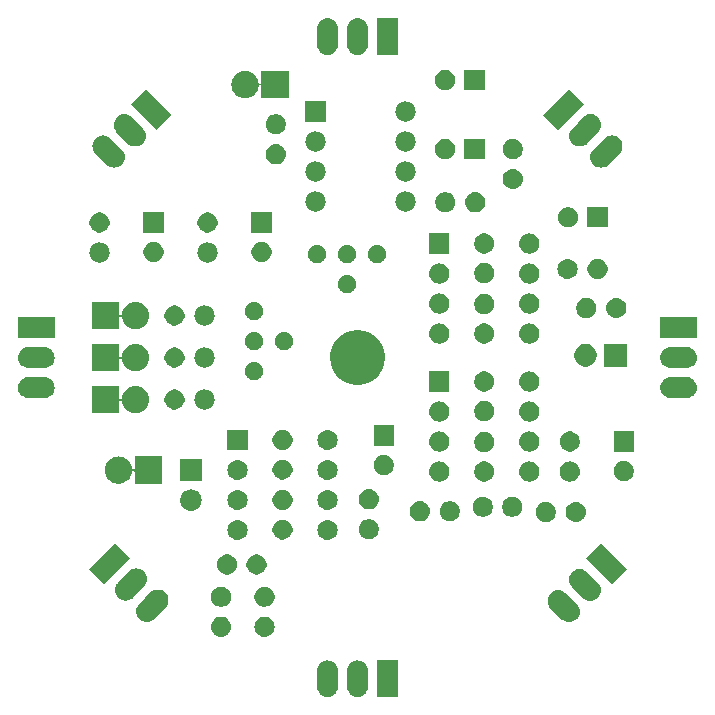
<source format=gbr>
G04 #@! TF.GenerationSoftware,KiCad,Pcbnew,5.0.2-bee76a0~70~ubuntu18.04.1*
G04 #@! TF.CreationDate,2019-07-08T10:40:53+02:00*
G04 #@! TF.ProjectId,neuromime_1.0.1,6e657572-6f6d-4696-9d65-5f312e302e31,rev?*
G04 #@! TF.SameCoordinates,Original*
G04 #@! TF.FileFunction,Soldermask,Top*
G04 #@! TF.FilePolarity,Negative*
%FSLAX46Y46*%
G04 Gerber Fmt 4.6, Leading zero omitted, Abs format (unit mm)*
G04 Created by KiCad (PCBNEW 5.0.2-bee76a0~70~ubuntu18.04.1) date Mon 08 Jul 2019 10:40:53 AM CEST*
%MOMM*%
%LPD*%
G01*
G04 APERTURE LIST*
%ADD10C,0.150000*%
G04 APERTURE END LIST*
D10*
G36*
X147636628Y-75655037D02*
X147749854Y-75689384D01*
X147806468Y-75706557D01*
X147945088Y-75780652D01*
X147962992Y-75790222D01*
X147998730Y-75819552D01*
X148100187Y-75902814D01*
X148183449Y-76004271D01*
X148212779Y-76040009D01*
X148212780Y-76040011D01*
X148296444Y-76196533D01*
X148296444Y-76196534D01*
X148347964Y-76366373D01*
X148361001Y-76498742D01*
X148361001Y-77887258D01*
X148347964Y-78019627D01*
X148313617Y-78132853D01*
X148296444Y-78189467D01*
X148222349Y-78328087D01*
X148212779Y-78345991D01*
X148183449Y-78381729D01*
X148100187Y-78483186D01*
X147962990Y-78595779D01*
X147806467Y-78679443D01*
X147749853Y-78696616D01*
X147636627Y-78730963D01*
X147460001Y-78748359D01*
X147283374Y-78730963D01*
X147170148Y-78696616D01*
X147113534Y-78679443D01*
X146957012Y-78595779D01*
X146957010Y-78595778D01*
X146921272Y-78566448D01*
X146819815Y-78483186D01*
X146707222Y-78345989D01*
X146623558Y-78189466D01*
X146606385Y-78132852D01*
X146572038Y-78019626D01*
X146559001Y-77887257D01*
X146559002Y-76498742D01*
X146572039Y-76366373D01*
X146623559Y-76196534D01*
X146623559Y-76196533D01*
X146707223Y-76040011D01*
X146707224Y-76040009D01*
X146736554Y-76004271D01*
X146819816Y-75902814D01*
X146921273Y-75819552D01*
X146957011Y-75790222D01*
X146974915Y-75780652D01*
X147113535Y-75706557D01*
X147170149Y-75689384D01*
X147283375Y-75655037D01*
X147460001Y-75637641D01*
X147636628Y-75655037D01*
X147636628Y-75655037D01*
G37*
G36*
X150176627Y-75655037D02*
X150289853Y-75689384D01*
X150346467Y-75706557D01*
X150485087Y-75780652D01*
X150502991Y-75790222D01*
X150538729Y-75819552D01*
X150640186Y-75902814D01*
X150723448Y-76004271D01*
X150752778Y-76040009D01*
X150752779Y-76040011D01*
X150836443Y-76196533D01*
X150836443Y-76196534D01*
X150887963Y-76366373D01*
X150901000Y-76498742D01*
X150901000Y-77887258D01*
X150887963Y-78019627D01*
X150853616Y-78132853D01*
X150836443Y-78189467D01*
X150762348Y-78328087D01*
X150752778Y-78345991D01*
X150723448Y-78381729D01*
X150640186Y-78483186D01*
X150502989Y-78595779D01*
X150346466Y-78679443D01*
X150289852Y-78696616D01*
X150176626Y-78730963D01*
X150000000Y-78748359D01*
X149823373Y-78730963D01*
X149710147Y-78696616D01*
X149653533Y-78679443D01*
X149497011Y-78595779D01*
X149497009Y-78595778D01*
X149461271Y-78566448D01*
X149359814Y-78483186D01*
X149247221Y-78345989D01*
X149163557Y-78189466D01*
X149146384Y-78132852D01*
X149112037Y-78019626D01*
X149099000Y-77887257D01*
X149099001Y-76498742D01*
X149112038Y-76366373D01*
X149163558Y-76196534D01*
X149163558Y-76196533D01*
X149247222Y-76040011D01*
X149247223Y-76040009D01*
X149276553Y-76004271D01*
X149359815Y-75902814D01*
X149461272Y-75819552D01*
X149497010Y-75790222D01*
X149514914Y-75780652D01*
X149653534Y-75706557D01*
X149710148Y-75689384D01*
X149823374Y-75655037D01*
X150000000Y-75637641D01*
X150176627Y-75655037D01*
X150176627Y-75655037D01*
G37*
G36*
X153441000Y-78744000D02*
X151639000Y-78744000D01*
X151639000Y-75642000D01*
X153441000Y-75642000D01*
X153441000Y-78744000D01*
X153441000Y-78744000D01*
G37*
G36*
X142292821Y-71957813D02*
X142292824Y-71957814D01*
X142292825Y-71957814D01*
X142453239Y-72006475D01*
X142453241Y-72006476D01*
X142453244Y-72006477D01*
X142601078Y-72085495D01*
X142730659Y-72191841D01*
X142837005Y-72321422D01*
X142916023Y-72469256D01*
X142964687Y-72629679D01*
X142981117Y-72796500D01*
X142964687Y-72963321D01*
X142916023Y-73123744D01*
X142837005Y-73271578D01*
X142730659Y-73401159D01*
X142601078Y-73507505D01*
X142453244Y-73586523D01*
X142453241Y-73586524D01*
X142453239Y-73586525D01*
X142292825Y-73635186D01*
X142292824Y-73635186D01*
X142292821Y-73635187D01*
X142167804Y-73647500D01*
X142084196Y-73647500D01*
X141959179Y-73635187D01*
X141959176Y-73635186D01*
X141959175Y-73635186D01*
X141798761Y-73586525D01*
X141798759Y-73586524D01*
X141798756Y-73586523D01*
X141650922Y-73507505D01*
X141521341Y-73401159D01*
X141414995Y-73271578D01*
X141335977Y-73123744D01*
X141287313Y-72963321D01*
X141270883Y-72796500D01*
X141287313Y-72629679D01*
X141335977Y-72469256D01*
X141414995Y-72321422D01*
X141521341Y-72191841D01*
X141650922Y-72085495D01*
X141798756Y-72006477D01*
X141798759Y-72006476D01*
X141798761Y-72006475D01*
X141959175Y-71957814D01*
X141959176Y-71957814D01*
X141959179Y-71957813D01*
X142084196Y-71945500D01*
X142167804Y-71945500D01*
X142292821Y-71957813D01*
X142292821Y-71957813D01*
G37*
G36*
X138609821Y-71957813D02*
X138609824Y-71957814D01*
X138609825Y-71957814D01*
X138770239Y-72006475D01*
X138770241Y-72006476D01*
X138770244Y-72006477D01*
X138918078Y-72085495D01*
X139047659Y-72191841D01*
X139154005Y-72321422D01*
X139233023Y-72469256D01*
X139281687Y-72629679D01*
X139298117Y-72796500D01*
X139281687Y-72963321D01*
X139233023Y-73123744D01*
X139154005Y-73271578D01*
X139047659Y-73401159D01*
X138918078Y-73507505D01*
X138770244Y-73586523D01*
X138770241Y-73586524D01*
X138770239Y-73586525D01*
X138609825Y-73635186D01*
X138609824Y-73635186D01*
X138609821Y-73635187D01*
X138484804Y-73647500D01*
X138401196Y-73647500D01*
X138276179Y-73635187D01*
X138276176Y-73635186D01*
X138276175Y-73635186D01*
X138115761Y-73586525D01*
X138115759Y-73586524D01*
X138115756Y-73586523D01*
X137967922Y-73507505D01*
X137838341Y-73401159D01*
X137731995Y-73271578D01*
X137652977Y-73123744D01*
X137604313Y-72963321D01*
X137587883Y-72796500D01*
X137604313Y-72629679D01*
X137652977Y-72469256D01*
X137731995Y-72321422D01*
X137838341Y-72191841D01*
X137967922Y-72085495D01*
X138115756Y-72006477D01*
X138115759Y-72006476D01*
X138115761Y-72006475D01*
X138276175Y-71957814D01*
X138276176Y-71957814D01*
X138276179Y-71957813D01*
X138401196Y-71945500D01*
X138484804Y-71945500D01*
X138609821Y-71957813D01*
X138609821Y-71957813D01*
G37*
G36*
X167176522Y-69704039D02*
X167346365Y-69755560D01*
X167398539Y-69783448D01*
X167502888Y-69839224D01*
X167605706Y-69923604D01*
X167605712Y-69923610D01*
X168587534Y-70905431D01*
X168671914Y-71008248D01*
X168755579Y-71164773D01*
X168807099Y-71334615D01*
X168824495Y-71511240D01*
X168807099Y-71687864D01*
X168755579Y-71857707D01*
X168671914Y-72014231D01*
X168559321Y-72151425D01*
X168422127Y-72264018D01*
X168265603Y-72347683D01*
X168095760Y-72399203D01*
X167919136Y-72416599D01*
X167742511Y-72399203D01*
X167572669Y-72347683D01*
X167416144Y-72264018D01*
X167313327Y-72179638D01*
X166331506Y-71197816D01*
X166331500Y-71197810D01*
X166247120Y-71094992D01*
X166191344Y-70990643D01*
X166163456Y-70938469D01*
X166111935Y-70768626D01*
X166094539Y-70592002D01*
X166111935Y-70415378D01*
X166163456Y-70245535D01*
X166202347Y-70172777D01*
X166247120Y-70089012D01*
X166359713Y-69951817D01*
X166496908Y-69839224D01*
X166601257Y-69783448D01*
X166653431Y-69755560D01*
X166823274Y-69704039D01*
X166999898Y-69686643D01*
X167176522Y-69704039D01*
X167176522Y-69704039D01*
G37*
G36*
X133258726Y-69658639D02*
X133428569Y-69710159D01*
X133585093Y-69793824D01*
X133722287Y-69906417D01*
X133834880Y-70043611D01*
X133918545Y-70200135D01*
X133970065Y-70369978D01*
X133987461Y-70546602D01*
X133970065Y-70723227D01*
X133918545Y-70893068D01*
X133834880Y-71049594D01*
X133750500Y-71152411D01*
X133215046Y-71687864D01*
X132768672Y-72134238D01*
X132665854Y-72218618D01*
X132561505Y-72274394D01*
X132509331Y-72302282D01*
X132339488Y-72353803D01*
X132162864Y-72371199D01*
X131986240Y-72353803D01*
X131816397Y-72302282D01*
X131764223Y-72274394D01*
X131659874Y-72218618D01*
X131522679Y-72106025D01*
X131410086Y-71968830D01*
X131350689Y-71857706D01*
X131326422Y-71812307D01*
X131274901Y-71642464D01*
X131257505Y-71465840D01*
X131274901Y-71289216D01*
X131326422Y-71119373D01*
X131384538Y-71010647D01*
X131410086Y-70962850D01*
X131494466Y-70860032D01*
X131984522Y-70369976D01*
X132476293Y-69878204D01*
X132579110Y-69793824D01*
X132735635Y-69710159D01*
X132905477Y-69658639D01*
X133082102Y-69641243D01*
X133258726Y-69658639D01*
X133258726Y-69658639D01*
G37*
G36*
X138691228Y-69438203D02*
X138846100Y-69502353D01*
X138985481Y-69595485D01*
X139104015Y-69714019D01*
X139197147Y-69853400D01*
X139261297Y-70008272D01*
X139294000Y-70172684D01*
X139294000Y-70340316D01*
X139261297Y-70504728D01*
X139197147Y-70659600D01*
X139104015Y-70798981D01*
X138985481Y-70917515D01*
X138846100Y-71010647D01*
X138691228Y-71074797D01*
X138526816Y-71107500D01*
X138359184Y-71107500D01*
X138194772Y-71074797D01*
X138039900Y-71010647D01*
X137900519Y-70917515D01*
X137781985Y-70798981D01*
X137688853Y-70659600D01*
X137624703Y-70504728D01*
X137592000Y-70340316D01*
X137592000Y-70172684D01*
X137624703Y-70008272D01*
X137688853Y-69853400D01*
X137781985Y-69714019D01*
X137900519Y-69595485D01*
X138039900Y-69502353D01*
X138194772Y-69438203D01*
X138359184Y-69405500D01*
X138526816Y-69405500D01*
X138691228Y-69438203D01*
X138691228Y-69438203D01*
G37*
G36*
X142374228Y-69438203D02*
X142529100Y-69502353D01*
X142668481Y-69595485D01*
X142787015Y-69714019D01*
X142880147Y-69853400D01*
X142944297Y-70008272D01*
X142977000Y-70172684D01*
X142977000Y-70340316D01*
X142944297Y-70504728D01*
X142880147Y-70659600D01*
X142787015Y-70798981D01*
X142668481Y-70917515D01*
X142529100Y-71010647D01*
X142374228Y-71074797D01*
X142209816Y-71107500D01*
X142042184Y-71107500D01*
X141877772Y-71074797D01*
X141722900Y-71010647D01*
X141583519Y-70917515D01*
X141464985Y-70798981D01*
X141371853Y-70659600D01*
X141307703Y-70504728D01*
X141275000Y-70340316D01*
X141275000Y-70172684D01*
X141307703Y-70008272D01*
X141371853Y-69853400D01*
X141464985Y-69714019D01*
X141583519Y-69595485D01*
X141722900Y-69502353D01*
X141877772Y-69438203D01*
X142042184Y-69405500D01*
X142209816Y-69405500D01*
X142374228Y-69438203D01*
X142374228Y-69438203D01*
G37*
G36*
X168972573Y-67907988D02*
X169142416Y-67959509D01*
X169194590Y-67987397D01*
X169298939Y-68043173D01*
X169401757Y-68127553D01*
X169401763Y-68127559D01*
X170383585Y-69109380D01*
X170467965Y-69212197D01*
X170551630Y-69368722D01*
X170603150Y-69538564D01*
X170620546Y-69715189D01*
X170603150Y-69891813D01*
X170551630Y-70061656D01*
X170467965Y-70218180D01*
X170355372Y-70355374D01*
X170218178Y-70467967D01*
X170061654Y-70551632D01*
X169891811Y-70603152D01*
X169715187Y-70620548D01*
X169538562Y-70603152D01*
X169368720Y-70551632D01*
X169212195Y-70467967D01*
X169109378Y-70383587D01*
X168127557Y-69401765D01*
X168127551Y-69401759D01*
X168043171Y-69298941D01*
X167986729Y-69193345D01*
X167959507Y-69142418D01*
X167907986Y-68972575D01*
X167890590Y-68795951D01*
X167907986Y-68619327D01*
X167959507Y-68449484D01*
X167998251Y-68377000D01*
X168043171Y-68292961D01*
X168155764Y-68155766D01*
X168292959Y-68043173D01*
X168397308Y-67987397D01*
X168449482Y-67959509D01*
X168619325Y-67907988D01*
X168795949Y-67890592D01*
X168972573Y-67907988D01*
X168972573Y-67907988D01*
G37*
G36*
X131462675Y-67862588D02*
X131632518Y-67914108D01*
X131789042Y-67997773D01*
X131926236Y-68110366D01*
X132038829Y-68247560D01*
X132122494Y-68404084D01*
X132174014Y-68573927D01*
X132191410Y-68750551D01*
X132174014Y-68927176D01*
X132122494Y-69097017D01*
X132038829Y-69253543D01*
X131954449Y-69356360D01*
X131457408Y-69853400D01*
X130972621Y-70338187D01*
X130869803Y-70422567D01*
X130765454Y-70478343D01*
X130713280Y-70506231D01*
X130543437Y-70557752D01*
X130366813Y-70575148D01*
X130190189Y-70557752D01*
X130020346Y-70506231D01*
X129968172Y-70478343D01*
X129863823Y-70422567D01*
X129726628Y-70309974D01*
X129614035Y-70172779D01*
X129554638Y-70061655D01*
X129530371Y-70016256D01*
X129478850Y-69846413D01*
X129461454Y-69669789D01*
X129478850Y-69493165D01*
X129530371Y-69323322D01*
X129589769Y-69212198D01*
X129614035Y-69166799D01*
X129698415Y-69063981D01*
X130188471Y-68573925D01*
X130680242Y-68082153D01*
X130783059Y-67997773D01*
X130939584Y-67914108D01*
X131109426Y-67862588D01*
X131286051Y-67845192D01*
X131462675Y-67862588D01*
X131462675Y-67862588D01*
G37*
G36*
X172785446Y-67919138D02*
X171511238Y-69193346D01*
X169317792Y-66999900D01*
X170592000Y-65725692D01*
X172785446Y-67919138D01*
X172785446Y-67919138D01*
G37*
G36*
X130764208Y-66954500D02*
X128570762Y-69147946D01*
X127296554Y-67873738D01*
X129490000Y-65680292D01*
X130764208Y-66954500D01*
X130764208Y-66954500D01*
G37*
G36*
X139199228Y-66707703D02*
X139354100Y-66771853D01*
X139493481Y-66864985D01*
X139612015Y-66983519D01*
X139705147Y-67122900D01*
X139769297Y-67277772D01*
X139802000Y-67442184D01*
X139802000Y-67609816D01*
X139769297Y-67774228D01*
X139705147Y-67929100D01*
X139612015Y-68068481D01*
X139493481Y-68187015D01*
X139354100Y-68280147D01*
X139199228Y-68344297D01*
X139034816Y-68377000D01*
X138867184Y-68377000D01*
X138702772Y-68344297D01*
X138547900Y-68280147D01*
X138408519Y-68187015D01*
X138289985Y-68068481D01*
X138196853Y-67929100D01*
X138132703Y-67774228D01*
X138100000Y-67609816D01*
X138100000Y-67442184D01*
X138132703Y-67277772D01*
X138196853Y-67122900D01*
X138289985Y-66983519D01*
X138408519Y-66864985D01*
X138547900Y-66771853D01*
X138702772Y-66707703D01*
X138867184Y-66675000D01*
X139034816Y-66675000D01*
X139199228Y-66707703D01*
X139199228Y-66707703D01*
G37*
G36*
X141699228Y-66707703D02*
X141854100Y-66771853D01*
X141993481Y-66864985D01*
X142112015Y-66983519D01*
X142205147Y-67122900D01*
X142269297Y-67277772D01*
X142302000Y-67442184D01*
X142302000Y-67609816D01*
X142269297Y-67774228D01*
X142205147Y-67929100D01*
X142112015Y-68068481D01*
X141993481Y-68187015D01*
X141854100Y-68280147D01*
X141699228Y-68344297D01*
X141534816Y-68377000D01*
X141367184Y-68377000D01*
X141202772Y-68344297D01*
X141047900Y-68280147D01*
X140908519Y-68187015D01*
X140789985Y-68068481D01*
X140696853Y-67929100D01*
X140632703Y-67774228D01*
X140600000Y-67609816D01*
X140600000Y-67442184D01*
X140632703Y-67277772D01*
X140696853Y-67122900D01*
X140789985Y-66983519D01*
X140908519Y-66864985D01*
X141047900Y-66771853D01*
X141202772Y-66707703D01*
X141367184Y-66675000D01*
X141534816Y-66675000D01*
X141699228Y-66707703D01*
X141699228Y-66707703D01*
G37*
G36*
X140006821Y-63766313D02*
X140006824Y-63766314D01*
X140006825Y-63766314D01*
X140167239Y-63814975D01*
X140167241Y-63814976D01*
X140167244Y-63814977D01*
X140315078Y-63893995D01*
X140444659Y-64000341D01*
X140551005Y-64129922D01*
X140630023Y-64277756D01*
X140630024Y-64277759D01*
X140630025Y-64277761D01*
X140678686Y-64438175D01*
X140678687Y-64438179D01*
X140695117Y-64605000D01*
X140678687Y-64771821D01*
X140678686Y-64771824D01*
X140678686Y-64771825D01*
X140666127Y-64813228D01*
X140630023Y-64932244D01*
X140551005Y-65080078D01*
X140444659Y-65209659D01*
X140315078Y-65316005D01*
X140167244Y-65395023D01*
X140167241Y-65395024D01*
X140167239Y-65395025D01*
X140006825Y-65443686D01*
X140006824Y-65443686D01*
X140006821Y-65443687D01*
X139881804Y-65456000D01*
X139798196Y-65456000D01*
X139673179Y-65443687D01*
X139673176Y-65443686D01*
X139673175Y-65443686D01*
X139512761Y-65395025D01*
X139512759Y-65395024D01*
X139512756Y-65395023D01*
X139364922Y-65316005D01*
X139235341Y-65209659D01*
X139128995Y-65080078D01*
X139049977Y-64932244D01*
X139013874Y-64813228D01*
X139001314Y-64771825D01*
X139001314Y-64771824D01*
X139001313Y-64771821D01*
X138984883Y-64605000D01*
X139001313Y-64438179D01*
X139001314Y-64438175D01*
X139049975Y-64277761D01*
X139049976Y-64277759D01*
X139049977Y-64277756D01*
X139128995Y-64129922D01*
X139235341Y-64000341D01*
X139364922Y-63893995D01*
X139512756Y-63814977D01*
X139512759Y-63814976D01*
X139512761Y-63814975D01*
X139673175Y-63766314D01*
X139673176Y-63766314D01*
X139673179Y-63766313D01*
X139798196Y-63754000D01*
X139881804Y-63754000D01*
X140006821Y-63766313D01*
X140006821Y-63766313D01*
G37*
G36*
X147626821Y-63766313D02*
X147626824Y-63766314D01*
X147626825Y-63766314D01*
X147787239Y-63814975D01*
X147787241Y-63814976D01*
X147787244Y-63814977D01*
X147935078Y-63893995D01*
X148064659Y-64000341D01*
X148171005Y-64129922D01*
X148250023Y-64277756D01*
X148250024Y-64277759D01*
X148250025Y-64277761D01*
X148298686Y-64438175D01*
X148298687Y-64438179D01*
X148315117Y-64605000D01*
X148298687Y-64771821D01*
X148298686Y-64771824D01*
X148298686Y-64771825D01*
X148286127Y-64813228D01*
X148250023Y-64932244D01*
X148171005Y-65080078D01*
X148064659Y-65209659D01*
X147935078Y-65316005D01*
X147787244Y-65395023D01*
X147787241Y-65395024D01*
X147787239Y-65395025D01*
X147626825Y-65443686D01*
X147626824Y-65443686D01*
X147626821Y-65443687D01*
X147501804Y-65456000D01*
X147418196Y-65456000D01*
X147293179Y-65443687D01*
X147293176Y-65443686D01*
X147293175Y-65443686D01*
X147132761Y-65395025D01*
X147132759Y-65395024D01*
X147132756Y-65395023D01*
X146984922Y-65316005D01*
X146855341Y-65209659D01*
X146748995Y-65080078D01*
X146669977Y-64932244D01*
X146633874Y-64813228D01*
X146621314Y-64771825D01*
X146621314Y-64771824D01*
X146621313Y-64771821D01*
X146604883Y-64605000D01*
X146621313Y-64438179D01*
X146621314Y-64438175D01*
X146669975Y-64277761D01*
X146669976Y-64277759D01*
X146669977Y-64277756D01*
X146748995Y-64129922D01*
X146855341Y-64000341D01*
X146984922Y-63893995D01*
X147132756Y-63814977D01*
X147132759Y-63814976D01*
X147132761Y-63814975D01*
X147293175Y-63766314D01*
X147293176Y-63766314D01*
X147293179Y-63766313D01*
X147418196Y-63754000D01*
X147501804Y-63754000D01*
X147626821Y-63766313D01*
X147626821Y-63766313D01*
G37*
G36*
X143898228Y-63746703D02*
X144053100Y-63810853D01*
X144192481Y-63903985D01*
X144311015Y-64022519D01*
X144404147Y-64161900D01*
X144468297Y-64316772D01*
X144501000Y-64481184D01*
X144501000Y-64648816D01*
X144468297Y-64813228D01*
X144404147Y-64968100D01*
X144311015Y-65107481D01*
X144192481Y-65226015D01*
X144053100Y-65319147D01*
X143898228Y-65383297D01*
X143733816Y-65416000D01*
X143566184Y-65416000D01*
X143401772Y-65383297D01*
X143246900Y-65319147D01*
X143107519Y-65226015D01*
X142988985Y-65107481D01*
X142895853Y-64968100D01*
X142831703Y-64813228D01*
X142799000Y-64648816D01*
X142799000Y-64481184D01*
X142831703Y-64316772D01*
X142895853Y-64161900D01*
X142988985Y-64022519D01*
X143107519Y-63903985D01*
X143246900Y-63810853D01*
X143401772Y-63746703D01*
X143566184Y-63714000D01*
X143733816Y-63714000D01*
X143898228Y-63746703D01*
X143898228Y-63746703D01*
G37*
G36*
X151200228Y-63723203D02*
X151355100Y-63787353D01*
X151494481Y-63880485D01*
X151613015Y-63999019D01*
X151706147Y-64138400D01*
X151770297Y-64293272D01*
X151803000Y-64457684D01*
X151803000Y-64625316D01*
X151770297Y-64789728D01*
X151706147Y-64944600D01*
X151613015Y-65083981D01*
X151494481Y-65202515D01*
X151355100Y-65295647D01*
X151200228Y-65359797D01*
X151035816Y-65392500D01*
X150868184Y-65392500D01*
X150703772Y-65359797D01*
X150548900Y-65295647D01*
X150409519Y-65202515D01*
X150290985Y-65083981D01*
X150197853Y-64944600D01*
X150133703Y-64789728D01*
X150101000Y-64625316D01*
X150101000Y-64457684D01*
X150133703Y-64293272D01*
X150197853Y-64138400D01*
X150290985Y-63999019D01*
X150409519Y-63880485D01*
X150548900Y-63787353D01*
X150703772Y-63723203D01*
X150868184Y-63690500D01*
X151035816Y-63690500D01*
X151200228Y-63723203D01*
X151200228Y-63723203D01*
G37*
G36*
X168644821Y-62242313D02*
X168644824Y-62242314D01*
X168644825Y-62242314D01*
X168805239Y-62290975D01*
X168805241Y-62290976D01*
X168805244Y-62290977D01*
X168953078Y-62369995D01*
X169082659Y-62476341D01*
X169189005Y-62605922D01*
X169268023Y-62753756D01*
X169268024Y-62753759D01*
X169268025Y-62753761D01*
X169316686Y-62914175D01*
X169316687Y-62914179D01*
X169333117Y-63081000D01*
X169316687Y-63247821D01*
X169316686Y-63247824D01*
X169316686Y-63247825D01*
X169273362Y-63390646D01*
X169268023Y-63408244D01*
X169189005Y-63556078D01*
X169082659Y-63685659D01*
X168953078Y-63792005D01*
X168805244Y-63871023D01*
X168805241Y-63871024D01*
X168805239Y-63871025D01*
X168644825Y-63919686D01*
X168644824Y-63919686D01*
X168644821Y-63919687D01*
X168519804Y-63932000D01*
X168436196Y-63932000D01*
X168311179Y-63919687D01*
X168311176Y-63919686D01*
X168311175Y-63919686D01*
X168150761Y-63871025D01*
X168150759Y-63871024D01*
X168150756Y-63871023D01*
X168002922Y-63792005D01*
X167873341Y-63685659D01*
X167766995Y-63556078D01*
X167687977Y-63408244D01*
X167682639Y-63390646D01*
X167639314Y-63247825D01*
X167639314Y-63247824D01*
X167639313Y-63247821D01*
X167622883Y-63081000D01*
X167639313Y-62914179D01*
X167639314Y-62914175D01*
X167687975Y-62753761D01*
X167687976Y-62753759D01*
X167687977Y-62753756D01*
X167766995Y-62605922D01*
X167873341Y-62476341D01*
X168002922Y-62369995D01*
X168150756Y-62290977D01*
X168150759Y-62290976D01*
X168150761Y-62290975D01*
X168311175Y-62242314D01*
X168311176Y-62242314D01*
X168311179Y-62242313D01*
X168436196Y-62230000D01*
X168519804Y-62230000D01*
X168644821Y-62242313D01*
X168644821Y-62242313D01*
G37*
G36*
X166186228Y-62262703D02*
X166341100Y-62326853D01*
X166480481Y-62419985D01*
X166599015Y-62538519D01*
X166692147Y-62677900D01*
X166756297Y-62832772D01*
X166789000Y-62997184D01*
X166789000Y-63164816D01*
X166756297Y-63329228D01*
X166692147Y-63484100D01*
X166599015Y-63623481D01*
X166480481Y-63742015D01*
X166341100Y-63835147D01*
X166186228Y-63899297D01*
X166021816Y-63932000D01*
X165854184Y-63932000D01*
X165689772Y-63899297D01*
X165534900Y-63835147D01*
X165395519Y-63742015D01*
X165276985Y-63623481D01*
X165183853Y-63484100D01*
X165119703Y-63329228D01*
X165087000Y-63164816D01*
X165087000Y-62997184D01*
X165119703Y-62832772D01*
X165183853Y-62677900D01*
X165276985Y-62538519D01*
X165395519Y-62419985D01*
X165534900Y-62326853D01*
X165689772Y-62262703D01*
X165854184Y-62230000D01*
X166021816Y-62230000D01*
X166186228Y-62262703D01*
X166186228Y-62262703D01*
G37*
G36*
X158058228Y-62199203D02*
X158213100Y-62263353D01*
X158352481Y-62356485D01*
X158471015Y-62475019D01*
X158564147Y-62614400D01*
X158628297Y-62769272D01*
X158661000Y-62933684D01*
X158661000Y-63101316D01*
X158628297Y-63265728D01*
X158564147Y-63420600D01*
X158471015Y-63559981D01*
X158352481Y-63678515D01*
X158213100Y-63771647D01*
X158058228Y-63835797D01*
X157893816Y-63868500D01*
X157726184Y-63868500D01*
X157561772Y-63835797D01*
X157406900Y-63771647D01*
X157267519Y-63678515D01*
X157148985Y-63559981D01*
X157055853Y-63420600D01*
X156991703Y-63265728D01*
X156959000Y-63101316D01*
X156959000Y-62933684D01*
X156991703Y-62769272D01*
X157055853Y-62614400D01*
X157148985Y-62475019D01*
X157267519Y-62356485D01*
X157406900Y-62263353D01*
X157561772Y-62199203D01*
X157726184Y-62166500D01*
X157893816Y-62166500D01*
X158058228Y-62199203D01*
X158058228Y-62199203D01*
G37*
G36*
X155436821Y-62178813D02*
X155436824Y-62178814D01*
X155436825Y-62178814D01*
X155597239Y-62227475D01*
X155597241Y-62227476D01*
X155597244Y-62227477D01*
X155745078Y-62306495D01*
X155874659Y-62412841D01*
X155981005Y-62542422D01*
X156060023Y-62690256D01*
X156060024Y-62690259D01*
X156060025Y-62690261D01*
X156108686Y-62850675D01*
X156108687Y-62850679D01*
X156125117Y-63017500D01*
X156108687Y-63184321D01*
X156108686Y-63184324D01*
X156108686Y-63184325D01*
X156074351Y-63297514D01*
X156060023Y-63344744D01*
X155981005Y-63492578D01*
X155874659Y-63622159D01*
X155745078Y-63728505D01*
X155597244Y-63807523D01*
X155597241Y-63807524D01*
X155597239Y-63807525D01*
X155436825Y-63856186D01*
X155436824Y-63856186D01*
X155436821Y-63856187D01*
X155311804Y-63868500D01*
X155228196Y-63868500D01*
X155103179Y-63856187D01*
X155103176Y-63856186D01*
X155103175Y-63856186D01*
X154942761Y-63807525D01*
X154942759Y-63807524D01*
X154942756Y-63807523D01*
X154794922Y-63728505D01*
X154665341Y-63622159D01*
X154558995Y-63492578D01*
X154479977Y-63344744D01*
X154465650Y-63297514D01*
X154431314Y-63184325D01*
X154431314Y-63184324D01*
X154431313Y-63184321D01*
X154414883Y-63017500D01*
X154431313Y-62850679D01*
X154431314Y-62850675D01*
X154479975Y-62690261D01*
X154479976Y-62690259D01*
X154479977Y-62690256D01*
X154558995Y-62542422D01*
X154665341Y-62412841D01*
X154794922Y-62306495D01*
X154942756Y-62227477D01*
X154942759Y-62227476D01*
X154942761Y-62227475D01*
X155103175Y-62178814D01*
X155103176Y-62178814D01*
X155103179Y-62178813D01*
X155228196Y-62166500D01*
X155311804Y-62166500D01*
X155436821Y-62178813D01*
X155436821Y-62178813D01*
G37*
G36*
X160852228Y-61818203D02*
X161007100Y-61882353D01*
X161146481Y-61975485D01*
X161265015Y-62094019D01*
X161358147Y-62233400D01*
X161422297Y-62388272D01*
X161455000Y-62552684D01*
X161455000Y-62720316D01*
X161422297Y-62884728D01*
X161358147Y-63039600D01*
X161265015Y-63178981D01*
X161146481Y-63297515D01*
X161007100Y-63390647D01*
X160852228Y-63454797D01*
X160687816Y-63487500D01*
X160520184Y-63487500D01*
X160355772Y-63454797D01*
X160200900Y-63390647D01*
X160061519Y-63297515D01*
X159942985Y-63178981D01*
X159849853Y-63039600D01*
X159785703Y-62884728D01*
X159753000Y-62720316D01*
X159753000Y-62552684D01*
X159785703Y-62388272D01*
X159849853Y-62233400D01*
X159942985Y-62094019D01*
X160061519Y-61975485D01*
X160200900Y-61882353D01*
X160355772Y-61818203D01*
X160520184Y-61785500D01*
X160687816Y-61785500D01*
X160852228Y-61818203D01*
X160852228Y-61818203D01*
G37*
G36*
X163352228Y-61818203D02*
X163507100Y-61882353D01*
X163646481Y-61975485D01*
X163765015Y-62094019D01*
X163858147Y-62233400D01*
X163922297Y-62388272D01*
X163955000Y-62552684D01*
X163955000Y-62720316D01*
X163922297Y-62884728D01*
X163858147Y-63039600D01*
X163765015Y-63178981D01*
X163646481Y-63297515D01*
X163507100Y-63390647D01*
X163352228Y-63454797D01*
X163187816Y-63487500D01*
X163020184Y-63487500D01*
X162855772Y-63454797D01*
X162700900Y-63390647D01*
X162561519Y-63297515D01*
X162442985Y-63178981D01*
X162349853Y-63039600D01*
X162285703Y-62884728D01*
X162253000Y-62720316D01*
X162253000Y-62552684D01*
X162285703Y-62388272D01*
X162349853Y-62233400D01*
X162442985Y-62094019D01*
X162561519Y-61975485D01*
X162700900Y-61882353D01*
X162855772Y-61818203D01*
X163020184Y-61785500D01*
X163187816Y-61785500D01*
X163352228Y-61818203D01*
X163352228Y-61818203D01*
G37*
G36*
X136013443Y-61170519D02*
X136079627Y-61177037D01*
X136192853Y-61211384D01*
X136249467Y-61228557D01*
X136336311Y-61274977D01*
X136405991Y-61312222D01*
X136441729Y-61341552D01*
X136543186Y-61424814D01*
X136623369Y-61522519D01*
X136655778Y-61562009D01*
X136655779Y-61562011D01*
X136739443Y-61718533D01*
X136756616Y-61775147D01*
X136790963Y-61888373D01*
X136808359Y-62065000D01*
X136790963Y-62241627D01*
X136771285Y-62306496D01*
X136739443Y-62411467D01*
X136704640Y-62476578D01*
X136655778Y-62567991D01*
X136626448Y-62603729D01*
X136543186Y-62705186D01*
X136441729Y-62788448D01*
X136405991Y-62817778D01*
X136405989Y-62817779D01*
X136249467Y-62901443D01*
X136242069Y-62903687D01*
X136079627Y-62952963D01*
X136013443Y-62959481D01*
X135947260Y-62966000D01*
X135858740Y-62966000D01*
X135792557Y-62959481D01*
X135726373Y-62952963D01*
X135563931Y-62903687D01*
X135556533Y-62901443D01*
X135400011Y-62817779D01*
X135400009Y-62817778D01*
X135364271Y-62788448D01*
X135262814Y-62705186D01*
X135179552Y-62603729D01*
X135150222Y-62567991D01*
X135101360Y-62476578D01*
X135066557Y-62411467D01*
X135034715Y-62306496D01*
X135015037Y-62241627D01*
X134997641Y-62065000D01*
X135015037Y-61888373D01*
X135049384Y-61775147D01*
X135066557Y-61718533D01*
X135150221Y-61562011D01*
X135150222Y-61562009D01*
X135182631Y-61522519D01*
X135262814Y-61424814D01*
X135364271Y-61341552D01*
X135400009Y-61312222D01*
X135469689Y-61274977D01*
X135556533Y-61228557D01*
X135613147Y-61211384D01*
X135726373Y-61177037D01*
X135792557Y-61170519D01*
X135858740Y-61164000D01*
X135947260Y-61164000D01*
X136013443Y-61170519D01*
X136013443Y-61170519D01*
G37*
G36*
X140006821Y-61226313D02*
X140006824Y-61226314D01*
X140006825Y-61226314D01*
X140167239Y-61274975D01*
X140167241Y-61274976D01*
X140167244Y-61274977D01*
X140315078Y-61353995D01*
X140444659Y-61460341D01*
X140551005Y-61589922D01*
X140630023Y-61737756D01*
X140630024Y-61737759D01*
X140630025Y-61737761D01*
X140675713Y-61888375D01*
X140678687Y-61898179D01*
X140695117Y-62065000D01*
X140678687Y-62231821D01*
X140678686Y-62231824D01*
X140678686Y-62231825D01*
X140636773Y-62369995D01*
X140630023Y-62392244D01*
X140551005Y-62540078D01*
X140444659Y-62669659D01*
X140315078Y-62776005D01*
X140167244Y-62855023D01*
X140167241Y-62855024D01*
X140167239Y-62855025D01*
X140006825Y-62903686D01*
X140006824Y-62903686D01*
X140006821Y-62903687D01*
X139881804Y-62916000D01*
X139798196Y-62916000D01*
X139673179Y-62903687D01*
X139673176Y-62903686D01*
X139673175Y-62903686D01*
X139512761Y-62855025D01*
X139512759Y-62855024D01*
X139512756Y-62855023D01*
X139364922Y-62776005D01*
X139235341Y-62669659D01*
X139128995Y-62540078D01*
X139049977Y-62392244D01*
X139043228Y-62369995D01*
X139001314Y-62231825D01*
X139001314Y-62231824D01*
X139001313Y-62231821D01*
X138984883Y-62065000D01*
X139001313Y-61898179D01*
X139004287Y-61888375D01*
X139049975Y-61737761D01*
X139049976Y-61737759D01*
X139049977Y-61737756D01*
X139128995Y-61589922D01*
X139235341Y-61460341D01*
X139364922Y-61353995D01*
X139512756Y-61274977D01*
X139512759Y-61274976D01*
X139512761Y-61274975D01*
X139673175Y-61226314D01*
X139673176Y-61226314D01*
X139673179Y-61226313D01*
X139798196Y-61214000D01*
X139881804Y-61214000D01*
X140006821Y-61226313D01*
X140006821Y-61226313D01*
G37*
G36*
X143898228Y-61246703D02*
X144053100Y-61310853D01*
X144192481Y-61403985D01*
X144311015Y-61522519D01*
X144404147Y-61661900D01*
X144468297Y-61816772D01*
X144501000Y-61981184D01*
X144501000Y-62148816D01*
X144468297Y-62313228D01*
X144404147Y-62468100D01*
X144311015Y-62607481D01*
X144192481Y-62726015D01*
X144053100Y-62819147D01*
X143898228Y-62883297D01*
X143733816Y-62916000D01*
X143566184Y-62916000D01*
X143401772Y-62883297D01*
X143246900Y-62819147D01*
X143107519Y-62726015D01*
X142988985Y-62607481D01*
X142895853Y-62468100D01*
X142831703Y-62313228D01*
X142799000Y-62148816D01*
X142799000Y-61981184D01*
X142831703Y-61816772D01*
X142895853Y-61661900D01*
X142988985Y-61522519D01*
X143107519Y-61403985D01*
X143246900Y-61310853D01*
X143401772Y-61246703D01*
X143566184Y-61214000D01*
X143733816Y-61214000D01*
X143898228Y-61246703D01*
X143898228Y-61246703D01*
G37*
G36*
X147626821Y-61226313D02*
X147626824Y-61226314D01*
X147626825Y-61226314D01*
X147787239Y-61274975D01*
X147787241Y-61274976D01*
X147787244Y-61274977D01*
X147935078Y-61353995D01*
X148064659Y-61460341D01*
X148171005Y-61589922D01*
X148250023Y-61737756D01*
X148250024Y-61737759D01*
X148250025Y-61737761D01*
X148295713Y-61888375D01*
X148298687Y-61898179D01*
X148315117Y-62065000D01*
X148298687Y-62231821D01*
X148298686Y-62231824D01*
X148298686Y-62231825D01*
X148256773Y-62369995D01*
X148250023Y-62392244D01*
X148171005Y-62540078D01*
X148064659Y-62669659D01*
X147935078Y-62776005D01*
X147787244Y-62855023D01*
X147787241Y-62855024D01*
X147787239Y-62855025D01*
X147626825Y-62903686D01*
X147626824Y-62903686D01*
X147626821Y-62903687D01*
X147501804Y-62916000D01*
X147418196Y-62916000D01*
X147293179Y-62903687D01*
X147293176Y-62903686D01*
X147293175Y-62903686D01*
X147132761Y-62855025D01*
X147132759Y-62855024D01*
X147132756Y-62855023D01*
X146984922Y-62776005D01*
X146855341Y-62669659D01*
X146748995Y-62540078D01*
X146669977Y-62392244D01*
X146663228Y-62369995D01*
X146621314Y-62231825D01*
X146621314Y-62231824D01*
X146621313Y-62231821D01*
X146604883Y-62065000D01*
X146621313Y-61898179D01*
X146624287Y-61888375D01*
X146669975Y-61737761D01*
X146669976Y-61737759D01*
X146669977Y-61737756D01*
X146748995Y-61589922D01*
X146855341Y-61460341D01*
X146984922Y-61353995D01*
X147132756Y-61274977D01*
X147132759Y-61274976D01*
X147132761Y-61274975D01*
X147293175Y-61226314D01*
X147293176Y-61226314D01*
X147293179Y-61226313D01*
X147418196Y-61214000D01*
X147501804Y-61214000D01*
X147626821Y-61226313D01*
X147626821Y-61226313D01*
G37*
G36*
X151118821Y-61162813D02*
X151118824Y-61162814D01*
X151118825Y-61162814D01*
X151279239Y-61211475D01*
X151279241Y-61211476D01*
X151279244Y-61211477D01*
X151427078Y-61290495D01*
X151556659Y-61396841D01*
X151663005Y-61526422D01*
X151742023Y-61674256D01*
X151742024Y-61674259D01*
X151742025Y-61674261D01*
X151790686Y-61834675D01*
X151790687Y-61834679D01*
X151807117Y-62001500D01*
X151790687Y-62168321D01*
X151790686Y-62168324D01*
X151790686Y-62168325D01*
X151742597Y-62326854D01*
X151742023Y-62328744D01*
X151663005Y-62476578D01*
X151556659Y-62606159D01*
X151427078Y-62712505D01*
X151279244Y-62791523D01*
X151279241Y-62791524D01*
X151279239Y-62791525D01*
X151118825Y-62840186D01*
X151118824Y-62840186D01*
X151118821Y-62840187D01*
X150993804Y-62852500D01*
X150910196Y-62852500D01*
X150785179Y-62840187D01*
X150785176Y-62840186D01*
X150785175Y-62840186D01*
X150624761Y-62791525D01*
X150624759Y-62791524D01*
X150624756Y-62791523D01*
X150476922Y-62712505D01*
X150347341Y-62606159D01*
X150240995Y-62476578D01*
X150161977Y-62328744D01*
X150161404Y-62326854D01*
X150113314Y-62168325D01*
X150113314Y-62168324D01*
X150113313Y-62168321D01*
X150096883Y-62001500D01*
X150113313Y-61834679D01*
X150113314Y-61834675D01*
X150161975Y-61674261D01*
X150161976Y-61674259D01*
X150161977Y-61674256D01*
X150240995Y-61526422D01*
X150347341Y-61396841D01*
X150476922Y-61290495D01*
X150624756Y-61211477D01*
X150624759Y-61211476D01*
X150624761Y-61211475D01*
X150785175Y-61162814D01*
X150785176Y-61162814D01*
X150785179Y-61162813D01*
X150910196Y-61150500D01*
X150993804Y-61150500D01*
X151118821Y-61162813D01*
X151118821Y-61162813D01*
G37*
G36*
X129868180Y-58380662D02*
X129969635Y-58390654D01*
X130186600Y-58456470D01*
X130186602Y-58456471D01*
X130186605Y-58456472D01*
X130386556Y-58563347D01*
X130561818Y-58707182D01*
X130705653Y-58882444D01*
X130812528Y-59082395D01*
X130812529Y-59082398D01*
X130812530Y-59082400D01*
X130878346Y-59299365D01*
X130883602Y-59352731D01*
X130888383Y-59376765D01*
X130897760Y-59399404D01*
X130911374Y-59419778D01*
X130928701Y-59437105D01*
X130949076Y-59450719D01*
X130971715Y-59460097D01*
X130995748Y-59464877D01*
X131020252Y-59464877D01*
X131044286Y-59460096D01*
X131066925Y-59450719D01*
X131087299Y-59437105D01*
X131104626Y-59419778D01*
X131118240Y-59399403D01*
X131127618Y-59376764D01*
X131133000Y-59340479D01*
X131133000Y-58374000D01*
X133435000Y-58374000D01*
X133435000Y-60676000D01*
X131133000Y-60676000D01*
X131133000Y-59709521D01*
X131130598Y-59685135D01*
X131123485Y-59661686D01*
X131111934Y-59640075D01*
X131096388Y-59621133D01*
X131077446Y-59605587D01*
X131055835Y-59594036D01*
X131032386Y-59586923D01*
X131008000Y-59584521D01*
X130983614Y-59586923D01*
X130960165Y-59594036D01*
X130938554Y-59605587D01*
X130919612Y-59621133D01*
X130904066Y-59640075D01*
X130892515Y-59661686D01*
X130883602Y-59697269D01*
X130878346Y-59750635D01*
X130816352Y-59955000D01*
X130812528Y-59967605D01*
X130705653Y-60167556D01*
X130561818Y-60342818D01*
X130386556Y-60486653D01*
X130186605Y-60593528D01*
X130186602Y-60593529D01*
X130186600Y-60593530D01*
X129969635Y-60659346D01*
X129868180Y-60669338D01*
X129800545Y-60676000D01*
X129687455Y-60676000D01*
X129619820Y-60669338D01*
X129518365Y-60659346D01*
X129301400Y-60593530D01*
X129301398Y-60593529D01*
X129301395Y-60593528D01*
X129101444Y-60486653D01*
X128926182Y-60342818D01*
X128782347Y-60167556D01*
X128675472Y-59967605D01*
X128671648Y-59955000D01*
X128609654Y-59750635D01*
X128587431Y-59525000D01*
X128609654Y-59299365D01*
X128675470Y-59082400D01*
X128675471Y-59082398D01*
X128675472Y-59082395D01*
X128782347Y-58882444D01*
X128926182Y-58707182D01*
X129101444Y-58563347D01*
X129301395Y-58456472D01*
X129301398Y-58456471D01*
X129301400Y-58456470D01*
X129518365Y-58390654D01*
X129619820Y-58380662D01*
X129687455Y-58374000D01*
X129800545Y-58374000D01*
X129868180Y-58380662D01*
X129868180Y-58380662D01*
G37*
G36*
X168136821Y-58813313D02*
X168136824Y-58813314D01*
X168136825Y-58813314D01*
X168297239Y-58861975D01*
X168297241Y-58861976D01*
X168297244Y-58861977D01*
X168445078Y-58940995D01*
X168574659Y-59047341D01*
X168681005Y-59176922D01*
X168760023Y-59324756D01*
X168760024Y-59324759D01*
X168760025Y-59324761D01*
X168808686Y-59485175D01*
X168808687Y-59485179D01*
X168825117Y-59652000D01*
X168808687Y-59818821D01*
X168808686Y-59818824D01*
X168808686Y-59818825D01*
X168763556Y-59967600D01*
X168760023Y-59979244D01*
X168681005Y-60127078D01*
X168574659Y-60256659D01*
X168445078Y-60363005D01*
X168297244Y-60442023D01*
X168297241Y-60442024D01*
X168297239Y-60442025D01*
X168136825Y-60490686D01*
X168136824Y-60490686D01*
X168136821Y-60490687D01*
X168011804Y-60503000D01*
X167928196Y-60503000D01*
X167803179Y-60490687D01*
X167803176Y-60490686D01*
X167803175Y-60490686D01*
X167642761Y-60442025D01*
X167642759Y-60442024D01*
X167642756Y-60442023D01*
X167494922Y-60363005D01*
X167365341Y-60256659D01*
X167258995Y-60127078D01*
X167179977Y-59979244D01*
X167176445Y-59967600D01*
X167131314Y-59818825D01*
X167131314Y-59818824D01*
X167131313Y-59818821D01*
X167114883Y-59652000D01*
X167131313Y-59485179D01*
X167131314Y-59485175D01*
X167179975Y-59324761D01*
X167179976Y-59324759D01*
X167179977Y-59324756D01*
X167258995Y-59176922D01*
X167365341Y-59047341D01*
X167494922Y-58940995D01*
X167642756Y-58861977D01*
X167642759Y-58861976D01*
X167642761Y-58861975D01*
X167803175Y-58813314D01*
X167803176Y-58813314D01*
X167803179Y-58813313D01*
X167928196Y-58801000D01*
X168011804Y-58801000D01*
X168136821Y-58813313D01*
X168136821Y-58813313D01*
G37*
G36*
X157088821Y-58813313D02*
X157088824Y-58813314D01*
X157088825Y-58813314D01*
X157249239Y-58861975D01*
X157249241Y-58861976D01*
X157249244Y-58861977D01*
X157397078Y-58940995D01*
X157526659Y-59047341D01*
X157633005Y-59176922D01*
X157712023Y-59324756D01*
X157712024Y-59324759D01*
X157712025Y-59324761D01*
X157760686Y-59485175D01*
X157760687Y-59485179D01*
X157777117Y-59652000D01*
X157760687Y-59818821D01*
X157760686Y-59818824D01*
X157760686Y-59818825D01*
X157715556Y-59967600D01*
X157712023Y-59979244D01*
X157633005Y-60127078D01*
X157526659Y-60256659D01*
X157397078Y-60363005D01*
X157249244Y-60442023D01*
X157249241Y-60442024D01*
X157249239Y-60442025D01*
X157088825Y-60490686D01*
X157088824Y-60490686D01*
X157088821Y-60490687D01*
X156963804Y-60503000D01*
X156880196Y-60503000D01*
X156755179Y-60490687D01*
X156755176Y-60490686D01*
X156755175Y-60490686D01*
X156594761Y-60442025D01*
X156594759Y-60442024D01*
X156594756Y-60442023D01*
X156446922Y-60363005D01*
X156317341Y-60256659D01*
X156210995Y-60127078D01*
X156131977Y-59979244D01*
X156128445Y-59967600D01*
X156083314Y-59818825D01*
X156083314Y-59818824D01*
X156083313Y-59818821D01*
X156066883Y-59652000D01*
X156083313Y-59485179D01*
X156083314Y-59485175D01*
X156131975Y-59324761D01*
X156131976Y-59324759D01*
X156131977Y-59324756D01*
X156210995Y-59176922D01*
X156317341Y-59047341D01*
X156446922Y-58940995D01*
X156594756Y-58861977D01*
X156594759Y-58861976D01*
X156594761Y-58861975D01*
X156755175Y-58813314D01*
X156755176Y-58813314D01*
X156755179Y-58813313D01*
X156880196Y-58801000D01*
X156963804Y-58801000D01*
X157088821Y-58813313D01*
X157088821Y-58813313D01*
G37*
G36*
X160980228Y-58833703D02*
X161135100Y-58897853D01*
X161274481Y-58990985D01*
X161393015Y-59109519D01*
X161486147Y-59248900D01*
X161550297Y-59403772D01*
X161583000Y-59568184D01*
X161583000Y-59735816D01*
X161550297Y-59900228D01*
X161486147Y-60055100D01*
X161393015Y-60194481D01*
X161274481Y-60313015D01*
X161135100Y-60406147D01*
X160980228Y-60470297D01*
X160815816Y-60503000D01*
X160648184Y-60503000D01*
X160483772Y-60470297D01*
X160328900Y-60406147D01*
X160189519Y-60313015D01*
X160070985Y-60194481D01*
X159977853Y-60055100D01*
X159913703Y-59900228D01*
X159881000Y-59735816D01*
X159881000Y-59568184D01*
X159913703Y-59403772D01*
X159977853Y-59248900D01*
X160070985Y-59109519D01*
X160189519Y-58990985D01*
X160328900Y-58897853D01*
X160483772Y-58833703D01*
X160648184Y-58801000D01*
X160815816Y-58801000D01*
X160980228Y-58833703D01*
X160980228Y-58833703D01*
G37*
G36*
X164708821Y-58813313D02*
X164708824Y-58813314D01*
X164708825Y-58813314D01*
X164869239Y-58861975D01*
X164869241Y-58861976D01*
X164869244Y-58861977D01*
X165017078Y-58940995D01*
X165146659Y-59047341D01*
X165253005Y-59176922D01*
X165332023Y-59324756D01*
X165332024Y-59324759D01*
X165332025Y-59324761D01*
X165380686Y-59485175D01*
X165380687Y-59485179D01*
X165397117Y-59652000D01*
X165380687Y-59818821D01*
X165380686Y-59818824D01*
X165380686Y-59818825D01*
X165335556Y-59967600D01*
X165332023Y-59979244D01*
X165253005Y-60127078D01*
X165146659Y-60256659D01*
X165017078Y-60363005D01*
X164869244Y-60442023D01*
X164869241Y-60442024D01*
X164869239Y-60442025D01*
X164708825Y-60490686D01*
X164708824Y-60490686D01*
X164708821Y-60490687D01*
X164583804Y-60503000D01*
X164500196Y-60503000D01*
X164375179Y-60490687D01*
X164375176Y-60490686D01*
X164375175Y-60490686D01*
X164214761Y-60442025D01*
X164214759Y-60442024D01*
X164214756Y-60442023D01*
X164066922Y-60363005D01*
X163937341Y-60256659D01*
X163830995Y-60127078D01*
X163751977Y-59979244D01*
X163748445Y-59967600D01*
X163703314Y-59818825D01*
X163703314Y-59818824D01*
X163703313Y-59818821D01*
X163686883Y-59652000D01*
X163703313Y-59485179D01*
X163703314Y-59485175D01*
X163751975Y-59324761D01*
X163751976Y-59324759D01*
X163751977Y-59324756D01*
X163830995Y-59176922D01*
X163937341Y-59047341D01*
X164066922Y-58940995D01*
X164214756Y-58861977D01*
X164214759Y-58861976D01*
X164214761Y-58861975D01*
X164375175Y-58813314D01*
X164375176Y-58813314D01*
X164375179Y-58813313D01*
X164500196Y-58801000D01*
X164583804Y-58801000D01*
X164708821Y-58813313D01*
X164708821Y-58813313D01*
G37*
G36*
X172790228Y-58793703D02*
X172945100Y-58857853D01*
X173084481Y-58950985D01*
X173203015Y-59069519D01*
X173296147Y-59208900D01*
X173360297Y-59363772D01*
X173393000Y-59528184D01*
X173393000Y-59695816D01*
X173360297Y-59860228D01*
X173296147Y-60015100D01*
X173203015Y-60154481D01*
X173084481Y-60273015D01*
X172945100Y-60366147D01*
X172790228Y-60430297D01*
X172625816Y-60463000D01*
X172458184Y-60463000D01*
X172293772Y-60430297D01*
X172138900Y-60366147D01*
X171999519Y-60273015D01*
X171880985Y-60154481D01*
X171787853Y-60015100D01*
X171723703Y-59860228D01*
X171691000Y-59695816D01*
X171691000Y-59528184D01*
X171723703Y-59363772D01*
X171787853Y-59208900D01*
X171880985Y-59069519D01*
X171999519Y-58950985D01*
X172138900Y-58857853D01*
X172293772Y-58793703D01*
X172458184Y-58761000D01*
X172625816Y-58761000D01*
X172790228Y-58793703D01*
X172790228Y-58793703D01*
G37*
G36*
X136804000Y-60426000D02*
X135002000Y-60426000D01*
X135002000Y-58624000D01*
X136804000Y-58624000D01*
X136804000Y-60426000D01*
X136804000Y-60426000D01*
G37*
G36*
X147626821Y-58686313D02*
X147626824Y-58686314D01*
X147626825Y-58686314D01*
X147787239Y-58734975D01*
X147787241Y-58734976D01*
X147787244Y-58734977D01*
X147935078Y-58813995D01*
X148064659Y-58920341D01*
X148171005Y-59049922D01*
X148250023Y-59197756D01*
X148250024Y-59197759D01*
X148250025Y-59197761D01*
X148298686Y-59358175D01*
X148298687Y-59358179D01*
X148315117Y-59525000D01*
X148298687Y-59691821D01*
X148298686Y-59691824D01*
X148298686Y-59691825D01*
X148286127Y-59733228D01*
X148250023Y-59852244D01*
X148171005Y-60000078D01*
X148064659Y-60129659D01*
X147935078Y-60236005D01*
X147787244Y-60315023D01*
X147787241Y-60315024D01*
X147787239Y-60315025D01*
X147626825Y-60363686D01*
X147626824Y-60363686D01*
X147626821Y-60363687D01*
X147501804Y-60376000D01*
X147418196Y-60376000D01*
X147293179Y-60363687D01*
X147293176Y-60363686D01*
X147293175Y-60363686D01*
X147132761Y-60315025D01*
X147132759Y-60315024D01*
X147132756Y-60315023D01*
X146984922Y-60236005D01*
X146855341Y-60129659D01*
X146748995Y-60000078D01*
X146669977Y-59852244D01*
X146633874Y-59733228D01*
X146621314Y-59691825D01*
X146621314Y-59691824D01*
X146621313Y-59691821D01*
X146604883Y-59525000D01*
X146621313Y-59358179D01*
X146621314Y-59358175D01*
X146669975Y-59197761D01*
X146669976Y-59197759D01*
X146669977Y-59197756D01*
X146748995Y-59049922D01*
X146855341Y-58920341D01*
X146984922Y-58813995D01*
X147132756Y-58734977D01*
X147132759Y-58734976D01*
X147132761Y-58734975D01*
X147293175Y-58686314D01*
X147293176Y-58686314D01*
X147293179Y-58686313D01*
X147418196Y-58674000D01*
X147501804Y-58674000D01*
X147626821Y-58686313D01*
X147626821Y-58686313D01*
G37*
G36*
X140006821Y-58686313D02*
X140006824Y-58686314D01*
X140006825Y-58686314D01*
X140167239Y-58734975D01*
X140167241Y-58734976D01*
X140167244Y-58734977D01*
X140315078Y-58813995D01*
X140444659Y-58920341D01*
X140551005Y-59049922D01*
X140630023Y-59197756D01*
X140630024Y-59197759D01*
X140630025Y-59197761D01*
X140678686Y-59358175D01*
X140678687Y-59358179D01*
X140695117Y-59525000D01*
X140678687Y-59691821D01*
X140678686Y-59691824D01*
X140678686Y-59691825D01*
X140666127Y-59733228D01*
X140630023Y-59852244D01*
X140551005Y-60000078D01*
X140444659Y-60129659D01*
X140315078Y-60236005D01*
X140167244Y-60315023D01*
X140167241Y-60315024D01*
X140167239Y-60315025D01*
X140006825Y-60363686D01*
X140006824Y-60363686D01*
X140006821Y-60363687D01*
X139881804Y-60376000D01*
X139798196Y-60376000D01*
X139673179Y-60363687D01*
X139673176Y-60363686D01*
X139673175Y-60363686D01*
X139512761Y-60315025D01*
X139512759Y-60315024D01*
X139512756Y-60315023D01*
X139364922Y-60236005D01*
X139235341Y-60129659D01*
X139128995Y-60000078D01*
X139049977Y-59852244D01*
X139013874Y-59733228D01*
X139001314Y-59691825D01*
X139001314Y-59691824D01*
X139001313Y-59691821D01*
X138984883Y-59525000D01*
X139001313Y-59358179D01*
X139001314Y-59358175D01*
X139049975Y-59197761D01*
X139049976Y-59197759D01*
X139049977Y-59197756D01*
X139128995Y-59049922D01*
X139235341Y-58920341D01*
X139364922Y-58813995D01*
X139512756Y-58734977D01*
X139512759Y-58734976D01*
X139512761Y-58734975D01*
X139673175Y-58686314D01*
X139673176Y-58686314D01*
X139673179Y-58686313D01*
X139798196Y-58674000D01*
X139881804Y-58674000D01*
X140006821Y-58686313D01*
X140006821Y-58686313D01*
G37*
G36*
X143898228Y-58666703D02*
X144053100Y-58730853D01*
X144192481Y-58823985D01*
X144311015Y-58942519D01*
X144404147Y-59081900D01*
X144468297Y-59236772D01*
X144501000Y-59401184D01*
X144501000Y-59568816D01*
X144468297Y-59733228D01*
X144404147Y-59888100D01*
X144311015Y-60027481D01*
X144192481Y-60146015D01*
X144053100Y-60239147D01*
X143898228Y-60303297D01*
X143733816Y-60336000D01*
X143566184Y-60336000D01*
X143401772Y-60303297D01*
X143246900Y-60239147D01*
X143107519Y-60146015D01*
X142988985Y-60027481D01*
X142895853Y-59888100D01*
X142831703Y-59733228D01*
X142799000Y-59568816D01*
X142799000Y-59401184D01*
X142831703Y-59236772D01*
X142895853Y-59081900D01*
X142988985Y-58942519D01*
X143107519Y-58823985D01*
X143246900Y-58730853D01*
X143401772Y-58666703D01*
X143566184Y-58634000D01*
X143733816Y-58634000D01*
X143898228Y-58666703D01*
X143898228Y-58666703D01*
G37*
G36*
X152470228Y-58285703D02*
X152625100Y-58349853D01*
X152764481Y-58442985D01*
X152883015Y-58561519D01*
X152976147Y-58700900D01*
X153040297Y-58855772D01*
X153073000Y-59020184D01*
X153073000Y-59187816D01*
X153040297Y-59352228D01*
X152976147Y-59507100D01*
X152883015Y-59646481D01*
X152764481Y-59765015D01*
X152625100Y-59858147D01*
X152470228Y-59922297D01*
X152305816Y-59955000D01*
X152138184Y-59955000D01*
X151973772Y-59922297D01*
X151818900Y-59858147D01*
X151679519Y-59765015D01*
X151560985Y-59646481D01*
X151467853Y-59507100D01*
X151403703Y-59352228D01*
X151371000Y-59187816D01*
X151371000Y-59020184D01*
X151403703Y-58855772D01*
X151467853Y-58700900D01*
X151560985Y-58561519D01*
X151679519Y-58442985D01*
X151818900Y-58349853D01*
X151973772Y-58285703D01*
X152138184Y-58253000D01*
X152305816Y-58253000D01*
X152470228Y-58285703D01*
X152470228Y-58285703D01*
G37*
G36*
X160980228Y-56333703D02*
X161135100Y-56397853D01*
X161274481Y-56490985D01*
X161393015Y-56609519D01*
X161486147Y-56748900D01*
X161550297Y-56903772D01*
X161583000Y-57068184D01*
X161583000Y-57235816D01*
X161550297Y-57400228D01*
X161486147Y-57555100D01*
X161393015Y-57694481D01*
X161274481Y-57813015D01*
X161135100Y-57906147D01*
X160980228Y-57970297D01*
X160815816Y-58003000D01*
X160648184Y-58003000D01*
X160483772Y-57970297D01*
X160328900Y-57906147D01*
X160189519Y-57813015D01*
X160070985Y-57694481D01*
X159977853Y-57555100D01*
X159913703Y-57400228D01*
X159881000Y-57235816D01*
X159881000Y-57068184D01*
X159913703Y-56903772D01*
X159977853Y-56748900D01*
X160070985Y-56609519D01*
X160189519Y-56490985D01*
X160328900Y-56397853D01*
X160483772Y-56333703D01*
X160648184Y-56301000D01*
X160815816Y-56301000D01*
X160980228Y-56333703D01*
X160980228Y-56333703D01*
G37*
G36*
X168218228Y-56293703D02*
X168373100Y-56357853D01*
X168512481Y-56450985D01*
X168631015Y-56569519D01*
X168724147Y-56708900D01*
X168788297Y-56863772D01*
X168821000Y-57028184D01*
X168821000Y-57195816D01*
X168788297Y-57360228D01*
X168724147Y-57515100D01*
X168631015Y-57654481D01*
X168512481Y-57773015D01*
X168373100Y-57866147D01*
X168218228Y-57930297D01*
X168053816Y-57963000D01*
X167886184Y-57963000D01*
X167721772Y-57930297D01*
X167566900Y-57866147D01*
X167427519Y-57773015D01*
X167308985Y-57654481D01*
X167215853Y-57515100D01*
X167151703Y-57360228D01*
X167119000Y-57195816D01*
X167119000Y-57028184D01*
X167151703Y-56863772D01*
X167215853Y-56708900D01*
X167308985Y-56569519D01*
X167427519Y-56450985D01*
X167566900Y-56357853D01*
X167721772Y-56293703D01*
X167886184Y-56261000D01*
X168053816Y-56261000D01*
X168218228Y-56293703D01*
X168218228Y-56293703D01*
G37*
G36*
X157088821Y-56273313D02*
X157088824Y-56273314D01*
X157088825Y-56273314D01*
X157249239Y-56321975D01*
X157249241Y-56321976D01*
X157249244Y-56321977D01*
X157397078Y-56400995D01*
X157526659Y-56507341D01*
X157633005Y-56636922D01*
X157712023Y-56784756D01*
X157712024Y-56784759D01*
X157712025Y-56784761D01*
X157760686Y-56945175D01*
X157760687Y-56945179D01*
X157777117Y-57112000D01*
X157760687Y-57278821D01*
X157760686Y-57278824D01*
X157760686Y-57278825D01*
X157723859Y-57400228D01*
X157712023Y-57439244D01*
X157633005Y-57587078D01*
X157526659Y-57716659D01*
X157397078Y-57823005D01*
X157249244Y-57902023D01*
X157249241Y-57902024D01*
X157249239Y-57902025D01*
X157088825Y-57950686D01*
X157088824Y-57950686D01*
X157088821Y-57950687D01*
X156963804Y-57963000D01*
X156880196Y-57963000D01*
X156755179Y-57950687D01*
X156755176Y-57950686D01*
X156755175Y-57950686D01*
X156594761Y-57902025D01*
X156594759Y-57902024D01*
X156594756Y-57902023D01*
X156446922Y-57823005D01*
X156317341Y-57716659D01*
X156210995Y-57587078D01*
X156131977Y-57439244D01*
X156120142Y-57400228D01*
X156083314Y-57278825D01*
X156083314Y-57278824D01*
X156083313Y-57278821D01*
X156066883Y-57112000D01*
X156083313Y-56945179D01*
X156083314Y-56945175D01*
X156131975Y-56784761D01*
X156131976Y-56784759D01*
X156131977Y-56784756D01*
X156210995Y-56636922D01*
X156317341Y-56507341D01*
X156446922Y-56400995D01*
X156594756Y-56321977D01*
X156594759Y-56321976D01*
X156594761Y-56321975D01*
X156755175Y-56273314D01*
X156755176Y-56273314D01*
X156755179Y-56273313D01*
X156880196Y-56261000D01*
X156963804Y-56261000D01*
X157088821Y-56273313D01*
X157088821Y-56273313D01*
G37*
G36*
X164708821Y-56273313D02*
X164708824Y-56273314D01*
X164708825Y-56273314D01*
X164869239Y-56321975D01*
X164869241Y-56321976D01*
X164869244Y-56321977D01*
X165017078Y-56400995D01*
X165146659Y-56507341D01*
X165253005Y-56636922D01*
X165332023Y-56784756D01*
X165332024Y-56784759D01*
X165332025Y-56784761D01*
X165380686Y-56945175D01*
X165380687Y-56945179D01*
X165397117Y-57112000D01*
X165380687Y-57278821D01*
X165380686Y-57278824D01*
X165380686Y-57278825D01*
X165343859Y-57400228D01*
X165332023Y-57439244D01*
X165253005Y-57587078D01*
X165146659Y-57716659D01*
X165017078Y-57823005D01*
X164869244Y-57902023D01*
X164869241Y-57902024D01*
X164869239Y-57902025D01*
X164708825Y-57950686D01*
X164708824Y-57950686D01*
X164708821Y-57950687D01*
X164583804Y-57963000D01*
X164500196Y-57963000D01*
X164375179Y-57950687D01*
X164375176Y-57950686D01*
X164375175Y-57950686D01*
X164214761Y-57902025D01*
X164214759Y-57902024D01*
X164214756Y-57902023D01*
X164066922Y-57823005D01*
X163937341Y-57716659D01*
X163830995Y-57587078D01*
X163751977Y-57439244D01*
X163740142Y-57400228D01*
X163703314Y-57278825D01*
X163703314Y-57278824D01*
X163703313Y-57278821D01*
X163686883Y-57112000D01*
X163703313Y-56945179D01*
X163703314Y-56945175D01*
X163751975Y-56784761D01*
X163751976Y-56784759D01*
X163751977Y-56784756D01*
X163830995Y-56636922D01*
X163937341Y-56507341D01*
X164066922Y-56400995D01*
X164214756Y-56321977D01*
X164214759Y-56321976D01*
X164214761Y-56321975D01*
X164375175Y-56273314D01*
X164375176Y-56273314D01*
X164375179Y-56273313D01*
X164500196Y-56261000D01*
X164583804Y-56261000D01*
X164708821Y-56273313D01*
X164708821Y-56273313D01*
G37*
G36*
X173393000Y-57963000D02*
X171691000Y-57963000D01*
X171691000Y-56261000D01*
X173393000Y-56261000D01*
X173393000Y-57963000D01*
X173393000Y-57963000D01*
G37*
G36*
X143898228Y-56166703D02*
X144053100Y-56230853D01*
X144192481Y-56323985D01*
X144311015Y-56442519D01*
X144404147Y-56581900D01*
X144468297Y-56736772D01*
X144501000Y-56901184D01*
X144501000Y-57068816D01*
X144468297Y-57233228D01*
X144404147Y-57388100D01*
X144311015Y-57527481D01*
X144192481Y-57646015D01*
X144053100Y-57739147D01*
X143898228Y-57803297D01*
X143733816Y-57836000D01*
X143566184Y-57836000D01*
X143401772Y-57803297D01*
X143246900Y-57739147D01*
X143107519Y-57646015D01*
X142988985Y-57527481D01*
X142895853Y-57388100D01*
X142831703Y-57233228D01*
X142799000Y-57068816D01*
X142799000Y-56901184D01*
X142831703Y-56736772D01*
X142895853Y-56581900D01*
X142988985Y-56442519D01*
X143107519Y-56323985D01*
X143246900Y-56230853D01*
X143401772Y-56166703D01*
X143566184Y-56134000D01*
X143733816Y-56134000D01*
X143898228Y-56166703D01*
X143898228Y-56166703D01*
G37*
G36*
X147626821Y-56146313D02*
X147626824Y-56146314D01*
X147626825Y-56146314D01*
X147787239Y-56194975D01*
X147787241Y-56194976D01*
X147787244Y-56194977D01*
X147935078Y-56273995D01*
X148064659Y-56380341D01*
X148171005Y-56509922D01*
X148250023Y-56657756D01*
X148250024Y-56657759D01*
X148250025Y-56657761D01*
X148288548Y-56784756D01*
X148298687Y-56818179D01*
X148315117Y-56985000D01*
X148298687Y-57151821D01*
X148298686Y-57151824D01*
X148298686Y-57151825D01*
X148273208Y-57235816D01*
X148250023Y-57312244D01*
X148171005Y-57460078D01*
X148064659Y-57589659D01*
X147935078Y-57696005D01*
X147787244Y-57775023D01*
X147787241Y-57775024D01*
X147787239Y-57775025D01*
X147626825Y-57823686D01*
X147626824Y-57823686D01*
X147626821Y-57823687D01*
X147501804Y-57836000D01*
X147418196Y-57836000D01*
X147293179Y-57823687D01*
X147293176Y-57823686D01*
X147293175Y-57823686D01*
X147132761Y-57775025D01*
X147132759Y-57775024D01*
X147132756Y-57775023D01*
X146984922Y-57696005D01*
X146855341Y-57589659D01*
X146748995Y-57460078D01*
X146669977Y-57312244D01*
X146646793Y-57235816D01*
X146621314Y-57151825D01*
X146621314Y-57151824D01*
X146621313Y-57151821D01*
X146604883Y-56985000D01*
X146621313Y-56818179D01*
X146631452Y-56784756D01*
X146669975Y-56657761D01*
X146669976Y-56657759D01*
X146669977Y-56657756D01*
X146748995Y-56509922D01*
X146855341Y-56380341D01*
X146984922Y-56273995D01*
X147132756Y-56194977D01*
X147132759Y-56194976D01*
X147132761Y-56194975D01*
X147293175Y-56146314D01*
X147293176Y-56146314D01*
X147293179Y-56146313D01*
X147418196Y-56134000D01*
X147501804Y-56134000D01*
X147626821Y-56146313D01*
X147626821Y-56146313D01*
G37*
G36*
X140691000Y-57836000D02*
X138989000Y-57836000D01*
X138989000Y-56134000D01*
X140691000Y-56134000D01*
X140691000Y-57836000D01*
X140691000Y-57836000D01*
G37*
G36*
X153073000Y-57455000D02*
X151371000Y-57455000D01*
X151371000Y-55753000D01*
X153073000Y-55753000D01*
X153073000Y-57455000D01*
X153073000Y-57455000D01*
G37*
G36*
X164708821Y-53733313D02*
X164708824Y-53733314D01*
X164708825Y-53733314D01*
X164869239Y-53781975D01*
X164869241Y-53781976D01*
X164869244Y-53781977D01*
X165017078Y-53860995D01*
X165146659Y-53967341D01*
X165253005Y-54096922D01*
X165332023Y-54244756D01*
X165332024Y-54244759D01*
X165332025Y-54244761D01*
X165380686Y-54405175D01*
X165380687Y-54405179D01*
X165397117Y-54572000D01*
X165380687Y-54738821D01*
X165380686Y-54738824D01*
X165380686Y-54738825D01*
X165368127Y-54780228D01*
X165332023Y-54899244D01*
X165253005Y-55047078D01*
X165146659Y-55176659D01*
X165017078Y-55283005D01*
X164869244Y-55362023D01*
X164869241Y-55362024D01*
X164869239Y-55362025D01*
X164708825Y-55410686D01*
X164708824Y-55410686D01*
X164708821Y-55410687D01*
X164583804Y-55423000D01*
X164500196Y-55423000D01*
X164375179Y-55410687D01*
X164375176Y-55410686D01*
X164375175Y-55410686D01*
X164214761Y-55362025D01*
X164214759Y-55362024D01*
X164214756Y-55362023D01*
X164066922Y-55283005D01*
X163937341Y-55176659D01*
X163830995Y-55047078D01*
X163751977Y-54899244D01*
X163715874Y-54780228D01*
X163703314Y-54738825D01*
X163703314Y-54738824D01*
X163703313Y-54738821D01*
X163686883Y-54572000D01*
X163703313Y-54405179D01*
X163703314Y-54405175D01*
X163751975Y-54244761D01*
X163751976Y-54244759D01*
X163751977Y-54244756D01*
X163830995Y-54096922D01*
X163937341Y-53967341D01*
X164066922Y-53860995D01*
X164214756Y-53781977D01*
X164214759Y-53781976D01*
X164214761Y-53781975D01*
X164375175Y-53733314D01*
X164375176Y-53733314D01*
X164375179Y-53733313D01*
X164500196Y-53721000D01*
X164583804Y-53721000D01*
X164708821Y-53733313D01*
X164708821Y-53733313D01*
G37*
G36*
X157088821Y-53733313D02*
X157088824Y-53733314D01*
X157088825Y-53733314D01*
X157249239Y-53781975D01*
X157249241Y-53781976D01*
X157249244Y-53781977D01*
X157397078Y-53860995D01*
X157526659Y-53967341D01*
X157633005Y-54096922D01*
X157712023Y-54244756D01*
X157712024Y-54244759D01*
X157712025Y-54244761D01*
X157760686Y-54405175D01*
X157760687Y-54405179D01*
X157777117Y-54572000D01*
X157760687Y-54738821D01*
X157760686Y-54738824D01*
X157760686Y-54738825D01*
X157748127Y-54780228D01*
X157712023Y-54899244D01*
X157633005Y-55047078D01*
X157526659Y-55176659D01*
X157397078Y-55283005D01*
X157249244Y-55362023D01*
X157249241Y-55362024D01*
X157249239Y-55362025D01*
X157088825Y-55410686D01*
X157088824Y-55410686D01*
X157088821Y-55410687D01*
X156963804Y-55423000D01*
X156880196Y-55423000D01*
X156755179Y-55410687D01*
X156755176Y-55410686D01*
X156755175Y-55410686D01*
X156594761Y-55362025D01*
X156594759Y-55362024D01*
X156594756Y-55362023D01*
X156446922Y-55283005D01*
X156317341Y-55176659D01*
X156210995Y-55047078D01*
X156131977Y-54899244D01*
X156095874Y-54780228D01*
X156083314Y-54738825D01*
X156083314Y-54738824D01*
X156083313Y-54738821D01*
X156066883Y-54572000D01*
X156083313Y-54405179D01*
X156083314Y-54405175D01*
X156131975Y-54244761D01*
X156131976Y-54244759D01*
X156131977Y-54244756D01*
X156210995Y-54096922D01*
X156317341Y-53967341D01*
X156446922Y-53860995D01*
X156594756Y-53781977D01*
X156594759Y-53781976D01*
X156594761Y-53781975D01*
X156755175Y-53733314D01*
X156755176Y-53733314D01*
X156755179Y-53733313D01*
X156880196Y-53721000D01*
X156963804Y-53721000D01*
X157088821Y-53733313D01*
X157088821Y-53733313D01*
G37*
G36*
X160980228Y-53713703D02*
X161135100Y-53777853D01*
X161274481Y-53870985D01*
X161393015Y-53989519D01*
X161486147Y-54128900D01*
X161550297Y-54283772D01*
X161583000Y-54448184D01*
X161583000Y-54615816D01*
X161550297Y-54780228D01*
X161486147Y-54935100D01*
X161393015Y-55074481D01*
X161274481Y-55193015D01*
X161135100Y-55286147D01*
X160980228Y-55350297D01*
X160815816Y-55383000D01*
X160648184Y-55383000D01*
X160483772Y-55350297D01*
X160328900Y-55286147D01*
X160189519Y-55193015D01*
X160070985Y-55074481D01*
X159977853Y-54935100D01*
X159913703Y-54780228D01*
X159881000Y-54615816D01*
X159881000Y-54448184D01*
X159913703Y-54283772D01*
X159977853Y-54128900D01*
X160070985Y-53989519D01*
X160189519Y-53870985D01*
X160328900Y-53777853D01*
X160483772Y-53713703D01*
X160648184Y-53681000D01*
X160815816Y-53681000D01*
X160980228Y-53713703D01*
X160980228Y-53713703D01*
G37*
G36*
X129815000Y-53371479D02*
X129817402Y-53395865D01*
X129824515Y-53419314D01*
X129836066Y-53440925D01*
X129851612Y-53459867D01*
X129870554Y-53475413D01*
X129892165Y-53486964D01*
X129915614Y-53494077D01*
X129940000Y-53496479D01*
X129964386Y-53494077D01*
X129987835Y-53486964D01*
X130009446Y-53475413D01*
X130028388Y-53459867D01*
X130043934Y-53440925D01*
X130055485Y-53419314D01*
X130064398Y-53383731D01*
X130069654Y-53330368D01*
X130069654Y-53330365D01*
X130135470Y-53113400D01*
X130135471Y-53113398D01*
X130135472Y-53113395D01*
X130242347Y-52913444D01*
X130386182Y-52738182D01*
X130561444Y-52594347D01*
X130761395Y-52487472D01*
X130761398Y-52487471D01*
X130761400Y-52487470D01*
X130978365Y-52421654D01*
X131079820Y-52411662D01*
X131147455Y-52405000D01*
X131260545Y-52405000D01*
X131328180Y-52411662D01*
X131429635Y-52421654D01*
X131646600Y-52487470D01*
X131646602Y-52487471D01*
X131646605Y-52487472D01*
X131846556Y-52594347D01*
X132021818Y-52738182D01*
X132165653Y-52913444D01*
X132272528Y-53113395D01*
X132272529Y-53113398D01*
X132272530Y-53113400D01*
X132338346Y-53330365D01*
X132360569Y-53556000D01*
X132338346Y-53781635D01*
X132272530Y-53998600D01*
X132272528Y-53998605D01*
X132165653Y-54198556D01*
X132021818Y-54373818D01*
X131846556Y-54517653D01*
X131646605Y-54624528D01*
X131646602Y-54624529D01*
X131646600Y-54624530D01*
X131429635Y-54690346D01*
X131328180Y-54700338D01*
X131260545Y-54707000D01*
X131147455Y-54707000D01*
X131079820Y-54700338D01*
X130978365Y-54690346D01*
X130761400Y-54624530D01*
X130761398Y-54624529D01*
X130761395Y-54624528D01*
X130561444Y-54517653D01*
X130386182Y-54373818D01*
X130242347Y-54198556D01*
X130135472Y-53998605D01*
X130135470Y-53998600D01*
X130069654Y-53781635D01*
X130064398Y-53728268D01*
X130059617Y-53704235D01*
X130050240Y-53681596D01*
X130036626Y-53661222D01*
X130019299Y-53643895D01*
X129998924Y-53630281D01*
X129976285Y-53620903D01*
X129952252Y-53616123D01*
X129927748Y-53616123D01*
X129903714Y-53620904D01*
X129881075Y-53630281D01*
X129860701Y-53643895D01*
X129843374Y-53661222D01*
X129829760Y-53681597D01*
X129820382Y-53704236D01*
X129815000Y-53740521D01*
X129815000Y-54707000D01*
X127513000Y-54707000D01*
X127513000Y-52405000D01*
X129815000Y-52405000D01*
X129815000Y-53371479D01*
X129815000Y-53371479D01*
G37*
G36*
X134754228Y-52737703D02*
X134909100Y-52801853D01*
X135048481Y-52894985D01*
X135167015Y-53013519D01*
X135260147Y-53152900D01*
X135324297Y-53307772D01*
X135357000Y-53472184D01*
X135357000Y-53639816D01*
X135324297Y-53804228D01*
X135260147Y-53959100D01*
X135167015Y-54098481D01*
X135048481Y-54217015D01*
X134909100Y-54310147D01*
X134754228Y-54374297D01*
X134589816Y-54407000D01*
X134422184Y-54407000D01*
X134257772Y-54374297D01*
X134102900Y-54310147D01*
X133963519Y-54217015D01*
X133844985Y-54098481D01*
X133751853Y-53959100D01*
X133687703Y-53804228D01*
X133655000Y-53639816D01*
X133655000Y-53472184D01*
X133687703Y-53307772D01*
X133751853Y-53152900D01*
X133844985Y-53013519D01*
X133963519Y-52894985D01*
X134102900Y-52801853D01*
X134257772Y-52737703D01*
X134422184Y-52705000D01*
X134589816Y-52705000D01*
X134754228Y-52737703D01*
X134754228Y-52737703D01*
G37*
G36*
X137212821Y-52717313D02*
X137212824Y-52717314D01*
X137212825Y-52717314D01*
X137373239Y-52765975D01*
X137373241Y-52765976D01*
X137373244Y-52765977D01*
X137521078Y-52844995D01*
X137650659Y-52951341D01*
X137757005Y-53080922D01*
X137836023Y-53228756D01*
X137836024Y-53228759D01*
X137836025Y-53228761D01*
X137884686Y-53389175D01*
X137884687Y-53389179D01*
X137901117Y-53556000D01*
X137884687Y-53722821D01*
X137884686Y-53722824D01*
X137884686Y-53722825D01*
X137839742Y-53870986D01*
X137836023Y-53883244D01*
X137757005Y-54031078D01*
X137650659Y-54160659D01*
X137521078Y-54267005D01*
X137373244Y-54346023D01*
X137373241Y-54346024D01*
X137373239Y-54346025D01*
X137212825Y-54394686D01*
X137212824Y-54394686D01*
X137212821Y-54394687D01*
X137087804Y-54407000D01*
X137004196Y-54407000D01*
X136879179Y-54394687D01*
X136879176Y-54394686D01*
X136879175Y-54394686D01*
X136718761Y-54346025D01*
X136718759Y-54346024D01*
X136718756Y-54346023D01*
X136570922Y-54267005D01*
X136441341Y-54160659D01*
X136334995Y-54031078D01*
X136255977Y-53883244D01*
X136252259Y-53870986D01*
X136207314Y-53722825D01*
X136207314Y-53722824D01*
X136207313Y-53722821D01*
X136190883Y-53556000D01*
X136207313Y-53389179D01*
X136207314Y-53389175D01*
X136255975Y-53228761D01*
X136255976Y-53228759D01*
X136255977Y-53228756D01*
X136334995Y-53080922D01*
X136441341Y-52951341D01*
X136570922Y-52844995D01*
X136718756Y-52765977D01*
X136718759Y-52765976D01*
X136718761Y-52765975D01*
X136879175Y-52717314D01*
X136879176Y-52717314D01*
X136879179Y-52717313D01*
X137004196Y-52705000D01*
X137087804Y-52705000D01*
X137212821Y-52717313D01*
X137212821Y-52717313D01*
G37*
G36*
X123567443Y-51645519D02*
X123633627Y-51652037D01*
X123746853Y-51686384D01*
X123803467Y-51703557D01*
X123942087Y-51777652D01*
X123959991Y-51787222D01*
X123995729Y-51816552D01*
X124097186Y-51899814D01*
X124180448Y-52001271D01*
X124209778Y-52037009D01*
X124209779Y-52037011D01*
X124293443Y-52193533D01*
X124293443Y-52193534D01*
X124344963Y-52363373D01*
X124362359Y-52540000D01*
X124344963Y-52716627D01*
X124312991Y-52822025D01*
X124293443Y-52886467D01*
X124225531Y-53013519D01*
X124209778Y-53042991D01*
X124180448Y-53078729D01*
X124097186Y-53180186D01*
X123995729Y-53263448D01*
X123959991Y-53292778D01*
X123959989Y-53292779D01*
X123803467Y-53376443D01*
X123779441Y-53383731D01*
X123633627Y-53427963D01*
X123567443Y-53434481D01*
X123501260Y-53441000D01*
X122112740Y-53441000D01*
X122046557Y-53434481D01*
X121980373Y-53427963D01*
X121834559Y-53383731D01*
X121810533Y-53376443D01*
X121654011Y-53292779D01*
X121654009Y-53292778D01*
X121618271Y-53263448D01*
X121516814Y-53180186D01*
X121433552Y-53078729D01*
X121404222Y-53042991D01*
X121388469Y-53013519D01*
X121320557Y-52886467D01*
X121301009Y-52822025D01*
X121269037Y-52716627D01*
X121251641Y-52540000D01*
X121269037Y-52363373D01*
X121320557Y-52193534D01*
X121320557Y-52193533D01*
X121404221Y-52037011D01*
X121404222Y-52037009D01*
X121433552Y-52001271D01*
X121516814Y-51899814D01*
X121618271Y-51816552D01*
X121654009Y-51787222D01*
X121671913Y-51777652D01*
X121810533Y-51703557D01*
X121867147Y-51686384D01*
X121980373Y-51652037D01*
X122046557Y-51645519D01*
X122112740Y-51639000D01*
X123501260Y-51639000D01*
X123567443Y-51645519D01*
X123567443Y-51645519D01*
G37*
G36*
X177953443Y-51645518D02*
X178019627Y-51652036D01*
X178132853Y-51686383D01*
X178189467Y-51703556D01*
X178328087Y-51777651D01*
X178345991Y-51787221D01*
X178381729Y-51816551D01*
X178483186Y-51899813D01*
X178522882Y-51948184D01*
X178595778Y-52037008D01*
X178595779Y-52037010D01*
X178679443Y-52193532D01*
X178685219Y-52212574D01*
X178730963Y-52363372D01*
X178748359Y-52539999D01*
X178730963Y-52716626D01*
X178709874Y-52786146D01*
X178679443Y-52886466D01*
X178665022Y-52913445D01*
X178595778Y-53042990D01*
X178595777Y-53042991D01*
X178483186Y-53180185D01*
X178381729Y-53263447D01*
X178345991Y-53292777D01*
X178345989Y-53292778D01*
X178189467Y-53376442D01*
X178147491Y-53389175D01*
X178019627Y-53427962D01*
X177953442Y-53434481D01*
X177887260Y-53440999D01*
X176498740Y-53440999D01*
X176432558Y-53434481D01*
X176366373Y-53427962D01*
X176238509Y-53389175D01*
X176196533Y-53376442D01*
X176040011Y-53292778D01*
X176040009Y-53292777D01*
X176004271Y-53263447D01*
X175902814Y-53180185D01*
X175790223Y-53042991D01*
X175790222Y-53042990D01*
X175720978Y-52913445D01*
X175706557Y-52886466D01*
X175676126Y-52786146D01*
X175655037Y-52716626D01*
X175637641Y-52539999D01*
X175655037Y-52363372D01*
X175700781Y-52212574D01*
X175706557Y-52193532D01*
X175790221Y-52037010D01*
X175790222Y-52037008D01*
X175863118Y-51948184D01*
X175902814Y-51899813D01*
X176004271Y-51816551D01*
X176040009Y-51787221D01*
X176057913Y-51777651D01*
X176196533Y-51703556D01*
X176253147Y-51686383D01*
X176366373Y-51652036D01*
X176432558Y-51645517D01*
X176498740Y-51638999D01*
X177887260Y-51638999D01*
X177953443Y-51645518D01*
X177953443Y-51645518D01*
G37*
G36*
X157773000Y-52883000D02*
X156071000Y-52883000D01*
X156071000Y-51181000D01*
X157773000Y-51181000D01*
X157773000Y-52883000D01*
X157773000Y-52883000D01*
G37*
G36*
X164708821Y-51193313D02*
X164708824Y-51193314D01*
X164708825Y-51193314D01*
X164869239Y-51241975D01*
X164869241Y-51241976D01*
X164869244Y-51241977D01*
X165017078Y-51320995D01*
X165146659Y-51427341D01*
X165253005Y-51556922D01*
X165332023Y-51704756D01*
X165332024Y-51704759D01*
X165332025Y-51704761D01*
X165368879Y-51826252D01*
X165380687Y-51865179D01*
X165397117Y-52032000D01*
X165380687Y-52198821D01*
X165380686Y-52198824D01*
X165380686Y-52198825D01*
X165349692Y-52301000D01*
X165332023Y-52359244D01*
X165253005Y-52507078D01*
X165146659Y-52636659D01*
X165017078Y-52743005D01*
X164869244Y-52822023D01*
X164869241Y-52822024D01*
X164869239Y-52822025D01*
X164708825Y-52870686D01*
X164708824Y-52870686D01*
X164708821Y-52870687D01*
X164583804Y-52883000D01*
X164500196Y-52883000D01*
X164375179Y-52870687D01*
X164375176Y-52870686D01*
X164375175Y-52870686D01*
X164214761Y-52822025D01*
X164214759Y-52822024D01*
X164214756Y-52822023D01*
X164066922Y-52743005D01*
X163937341Y-52636659D01*
X163830995Y-52507078D01*
X163751977Y-52359244D01*
X163734309Y-52301000D01*
X163703314Y-52198825D01*
X163703314Y-52198824D01*
X163703313Y-52198821D01*
X163686883Y-52032000D01*
X163703313Y-51865179D01*
X163715121Y-51826252D01*
X163751975Y-51704761D01*
X163751976Y-51704759D01*
X163751977Y-51704756D01*
X163830995Y-51556922D01*
X163937341Y-51427341D01*
X164066922Y-51320995D01*
X164214756Y-51241977D01*
X164214759Y-51241976D01*
X164214761Y-51241975D01*
X164375175Y-51193314D01*
X164375176Y-51193314D01*
X164375179Y-51193313D01*
X164500196Y-51181000D01*
X164583804Y-51181000D01*
X164708821Y-51193313D01*
X164708821Y-51193313D01*
G37*
G36*
X160980228Y-51213703D02*
X161135100Y-51277853D01*
X161274481Y-51370985D01*
X161393015Y-51489519D01*
X161486147Y-51628900D01*
X161550297Y-51783772D01*
X161583000Y-51948184D01*
X161583000Y-52115816D01*
X161550297Y-52280228D01*
X161486147Y-52435100D01*
X161393015Y-52574481D01*
X161274481Y-52693015D01*
X161135100Y-52786147D01*
X160980228Y-52850297D01*
X160815816Y-52883000D01*
X160648184Y-52883000D01*
X160483772Y-52850297D01*
X160328900Y-52786147D01*
X160189519Y-52693015D01*
X160070985Y-52574481D01*
X159977853Y-52435100D01*
X159913703Y-52280228D01*
X159881000Y-52115816D01*
X159881000Y-51948184D01*
X159913703Y-51783772D01*
X159977853Y-51628900D01*
X160070985Y-51489519D01*
X160189519Y-51370985D01*
X160328900Y-51277853D01*
X160483772Y-51213703D01*
X160648184Y-51181000D01*
X160815816Y-51181000D01*
X160980228Y-51213703D01*
X160980228Y-51213703D01*
G37*
G36*
X150448903Y-47743213D02*
X150671177Y-47787426D01*
X151089932Y-47960880D01*
X151466802Y-48212696D01*
X151787304Y-48533198D01*
X152039120Y-48910068D01*
X152212574Y-49328823D01*
X152215667Y-49344371D01*
X152301000Y-49773370D01*
X152301000Y-50226630D01*
X152277163Y-50346466D01*
X152212574Y-50671177D01*
X152039120Y-51089932D01*
X151787304Y-51466802D01*
X151466802Y-51787304D01*
X151089932Y-52039120D01*
X150671177Y-52212574D01*
X150448903Y-52256787D01*
X150226630Y-52301000D01*
X149773370Y-52301000D01*
X149551097Y-52256787D01*
X149328823Y-52212574D01*
X148910068Y-52039120D01*
X148533198Y-51787304D01*
X148212696Y-51466802D01*
X147960880Y-51089932D01*
X147787426Y-50671177D01*
X147722837Y-50346466D01*
X147699000Y-50226630D01*
X147699000Y-49773370D01*
X147784333Y-49344371D01*
X147787426Y-49328823D01*
X147960880Y-48910068D01*
X148212696Y-48533198D01*
X148533198Y-48212696D01*
X148910068Y-47960880D01*
X149328823Y-47787426D01*
X149551097Y-47743213D01*
X149773370Y-47699000D01*
X150226630Y-47699000D01*
X150448903Y-47743213D01*
X150448903Y-47743213D01*
G37*
G36*
X141362589Y-50381876D02*
X141461893Y-50401629D01*
X141602206Y-50459748D01*
X141728484Y-50544125D01*
X141835875Y-50651516D01*
X141920252Y-50777794D01*
X141978371Y-50918107D01*
X141987033Y-50961653D01*
X142008000Y-51067062D01*
X142008000Y-51218938D01*
X142003417Y-51241977D01*
X141978371Y-51367893D01*
X141920252Y-51508206D01*
X141835875Y-51634484D01*
X141728484Y-51741875D01*
X141602206Y-51826252D01*
X141461893Y-51884371D01*
X141384260Y-51899813D01*
X141312938Y-51914000D01*
X141161062Y-51914000D01*
X141089740Y-51899813D01*
X141012107Y-51884371D01*
X140871794Y-51826252D01*
X140745516Y-51741875D01*
X140638125Y-51634484D01*
X140553748Y-51508206D01*
X140495629Y-51367893D01*
X140470583Y-51241977D01*
X140466000Y-51218938D01*
X140466000Y-51067062D01*
X140486967Y-50961653D01*
X140495629Y-50918107D01*
X140553748Y-50777794D01*
X140638125Y-50651516D01*
X140745516Y-50544125D01*
X140871794Y-50459748D01*
X141012107Y-50401629D01*
X141111411Y-50381876D01*
X141161062Y-50372000D01*
X141312938Y-50372000D01*
X141362589Y-50381876D01*
X141362589Y-50381876D01*
G37*
G36*
X129815000Y-49815479D02*
X129817402Y-49839865D01*
X129824515Y-49863314D01*
X129836066Y-49884925D01*
X129851612Y-49903867D01*
X129870554Y-49919413D01*
X129892165Y-49930964D01*
X129915614Y-49938077D01*
X129940000Y-49940479D01*
X129964386Y-49938077D01*
X129987835Y-49930964D01*
X130009446Y-49919413D01*
X130028388Y-49903867D01*
X130043934Y-49884925D01*
X130055485Y-49863314D01*
X130064398Y-49827731D01*
X130069654Y-49774368D01*
X130069654Y-49774365D01*
X130135470Y-49557400D01*
X130135471Y-49557398D01*
X130135472Y-49557395D01*
X130242347Y-49357444D01*
X130386182Y-49182182D01*
X130561444Y-49038347D01*
X130761395Y-48931472D01*
X130761398Y-48931471D01*
X130761400Y-48931470D01*
X130978365Y-48865654D01*
X131079820Y-48855662D01*
X131147455Y-48849000D01*
X131260545Y-48849000D01*
X131328180Y-48855662D01*
X131429635Y-48865654D01*
X131646600Y-48931470D01*
X131646602Y-48931471D01*
X131646605Y-48931472D01*
X131846556Y-49038347D01*
X132021818Y-49182182D01*
X132165653Y-49357444D01*
X132272528Y-49557395D01*
X132272529Y-49557398D01*
X132272530Y-49557400D01*
X132338346Y-49774365D01*
X132360569Y-50000000D01*
X132338346Y-50225635D01*
X132272530Y-50442600D01*
X132272528Y-50442605D01*
X132165653Y-50642556D01*
X132021818Y-50817818D01*
X131846556Y-50961653D01*
X131646605Y-51068528D01*
X131646602Y-51068529D01*
X131646600Y-51068530D01*
X131429635Y-51134346D01*
X131328180Y-51144338D01*
X131260545Y-51151000D01*
X131147455Y-51151000D01*
X131079820Y-51144338D01*
X130978365Y-51134346D01*
X130761400Y-51068530D01*
X130761398Y-51068529D01*
X130761395Y-51068528D01*
X130561444Y-50961653D01*
X130386182Y-50817818D01*
X130242347Y-50642556D01*
X130135472Y-50442605D01*
X130135470Y-50442600D01*
X130069654Y-50225635D01*
X130064398Y-50172268D01*
X130059617Y-50148235D01*
X130050240Y-50125596D01*
X130036626Y-50105222D01*
X130019299Y-50087895D01*
X129998924Y-50074281D01*
X129976285Y-50064903D01*
X129952252Y-50060123D01*
X129927748Y-50060123D01*
X129903714Y-50064904D01*
X129881075Y-50074281D01*
X129860701Y-50087895D01*
X129843374Y-50105222D01*
X129829760Y-50125597D01*
X129820382Y-50148236D01*
X129815000Y-50184521D01*
X129815000Y-51151000D01*
X127513000Y-51151000D01*
X127513000Y-48849000D01*
X129815000Y-48849000D01*
X129815000Y-49815479D01*
X129815000Y-49815479D01*
G37*
G36*
X177953443Y-49105519D02*
X178019627Y-49112037D01*
X178132853Y-49146384D01*
X178189467Y-49163557D01*
X178276311Y-49209977D01*
X178345991Y-49247222D01*
X178381729Y-49276552D01*
X178483186Y-49359814D01*
X178563369Y-49457519D01*
X178595778Y-49497009D01*
X178595779Y-49497011D01*
X178679443Y-49653533D01*
X178696616Y-49710147D01*
X178730963Y-49823373D01*
X178748359Y-50000000D01*
X178730963Y-50176627D01*
X178709243Y-50248228D01*
X178679443Y-50346467D01*
X178628058Y-50442600D01*
X178595778Y-50502991D01*
X178566448Y-50538729D01*
X178483186Y-50640186D01*
X178381729Y-50723448D01*
X178345991Y-50752778D01*
X178345989Y-50752779D01*
X178189467Y-50836443D01*
X178182069Y-50838687D01*
X178019627Y-50887963D01*
X177953443Y-50894481D01*
X177887260Y-50901000D01*
X176498740Y-50901000D01*
X176432557Y-50894481D01*
X176366373Y-50887963D01*
X176203931Y-50838687D01*
X176196533Y-50836443D01*
X176040011Y-50752779D01*
X176040009Y-50752778D01*
X176004271Y-50723448D01*
X175902814Y-50640186D01*
X175819552Y-50538729D01*
X175790222Y-50502991D01*
X175757942Y-50442600D01*
X175706557Y-50346467D01*
X175676757Y-50248228D01*
X175655037Y-50176627D01*
X175637641Y-50000000D01*
X175655037Y-49823373D01*
X175689384Y-49710147D01*
X175706557Y-49653533D01*
X175790221Y-49497011D01*
X175790222Y-49497009D01*
X175822631Y-49457519D01*
X175902814Y-49359814D01*
X176004271Y-49276552D01*
X176040009Y-49247222D01*
X176109689Y-49209977D01*
X176196533Y-49163557D01*
X176253147Y-49146384D01*
X176366373Y-49112037D01*
X176432557Y-49105519D01*
X176498740Y-49099000D01*
X177887260Y-49099000D01*
X177953443Y-49105519D01*
X177953443Y-49105519D01*
G37*
G36*
X123567443Y-49105519D02*
X123633627Y-49112037D01*
X123746853Y-49146384D01*
X123803467Y-49163557D01*
X123890311Y-49209977D01*
X123959991Y-49247222D01*
X123995729Y-49276552D01*
X124097186Y-49359814D01*
X124177369Y-49457519D01*
X124209778Y-49497009D01*
X124209779Y-49497011D01*
X124293443Y-49653533D01*
X124310616Y-49710147D01*
X124344963Y-49823373D01*
X124362359Y-50000000D01*
X124344963Y-50176627D01*
X124323243Y-50248228D01*
X124293443Y-50346467D01*
X124242058Y-50442600D01*
X124209778Y-50502991D01*
X124180448Y-50538729D01*
X124097186Y-50640186D01*
X123995729Y-50723448D01*
X123959991Y-50752778D01*
X123959989Y-50752779D01*
X123803467Y-50836443D01*
X123796069Y-50838687D01*
X123633627Y-50887963D01*
X123567443Y-50894481D01*
X123501260Y-50901000D01*
X122112740Y-50901000D01*
X122046557Y-50894481D01*
X121980373Y-50887963D01*
X121817931Y-50838687D01*
X121810533Y-50836443D01*
X121654011Y-50752779D01*
X121654009Y-50752778D01*
X121618271Y-50723448D01*
X121516814Y-50640186D01*
X121433552Y-50538729D01*
X121404222Y-50502991D01*
X121371942Y-50442600D01*
X121320557Y-50346467D01*
X121290757Y-50248228D01*
X121269037Y-50176627D01*
X121251641Y-50000000D01*
X121269037Y-49823373D01*
X121303384Y-49710147D01*
X121320557Y-49653533D01*
X121404221Y-49497011D01*
X121404222Y-49497009D01*
X121436631Y-49457519D01*
X121516814Y-49359814D01*
X121618271Y-49276552D01*
X121654009Y-49247222D01*
X121723689Y-49209977D01*
X121810533Y-49163557D01*
X121867147Y-49146384D01*
X121980373Y-49112037D01*
X122046557Y-49105519D01*
X122112740Y-49099000D01*
X123501260Y-49099000D01*
X123567443Y-49105519D01*
X123567443Y-49105519D01*
G37*
G36*
X134754228Y-49181703D02*
X134909100Y-49245853D01*
X135048481Y-49338985D01*
X135167015Y-49457519D01*
X135260147Y-49596900D01*
X135324297Y-49751772D01*
X135357000Y-49916184D01*
X135357000Y-50083816D01*
X135324297Y-50248228D01*
X135260147Y-50403100D01*
X135167015Y-50542481D01*
X135048481Y-50661015D01*
X134909100Y-50754147D01*
X134754228Y-50818297D01*
X134589816Y-50851000D01*
X134422184Y-50851000D01*
X134257772Y-50818297D01*
X134102900Y-50754147D01*
X133963519Y-50661015D01*
X133844985Y-50542481D01*
X133751853Y-50403100D01*
X133687703Y-50248228D01*
X133655000Y-50083816D01*
X133655000Y-49916184D01*
X133687703Y-49751772D01*
X133751853Y-49596900D01*
X133844985Y-49457519D01*
X133963519Y-49338985D01*
X134102900Y-49245853D01*
X134257772Y-49181703D01*
X134422184Y-49149000D01*
X134589816Y-49149000D01*
X134754228Y-49181703D01*
X134754228Y-49181703D01*
G37*
G36*
X137212821Y-49161313D02*
X137212824Y-49161314D01*
X137212825Y-49161314D01*
X137373239Y-49209975D01*
X137373241Y-49209976D01*
X137373244Y-49209977D01*
X137521078Y-49288995D01*
X137650659Y-49395341D01*
X137757005Y-49524922D01*
X137836023Y-49672756D01*
X137836024Y-49672759D01*
X137836025Y-49672761D01*
X137884686Y-49833175D01*
X137884687Y-49833179D01*
X137901117Y-50000000D01*
X137884687Y-50166821D01*
X137884686Y-50166824D01*
X137884686Y-50166825D01*
X137856432Y-50259967D01*
X137836023Y-50327244D01*
X137757005Y-50475078D01*
X137650659Y-50604659D01*
X137521078Y-50711005D01*
X137373244Y-50790023D01*
X137373241Y-50790024D01*
X137373239Y-50790025D01*
X137212825Y-50838686D01*
X137212824Y-50838686D01*
X137212821Y-50838687D01*
X137087804Y-50851000D01*
X137004196Y-50851000D01*
X136879179Y-50838687D01*
X136879176Y-50838686D01*
X136879175Y-50838686D01*
X136718761Y-50790025D01*
X136718759Y-50790024D01*
X136718756Y-50790023D01*
X136570922Y-50711005D01*
X136441341Y-50604659D01*
X136334995Y-50475078D01*
X136255977Y-50327244D01*
X136235569Y-50259967D01*
X136207314Y-50166825D01*
X136207314Y-50166824D01*
X136207313Y-50166821D01*
X136190883Y-50000000D01*
X136207313Y-49833179D01*
X136207314Y-49833175D01*
X136255975Y-49672761D01*
X136255976Y-49672759D01*
X136255977Y-49672756D01*
X136334995Y-49524922D01*
X136441341Y-49395341D01*
X136570922Y-49288995D01*
X136718756Y-49209977D01*
X136718759Y-49209976D01*
X136718761Y-49209975D01*
X136879175Y-49161314D01*
X136879176Y-49161314D01*
X136879179Y-49161313D01*
X137004196Y-49149000D01*
X137087804Y-49149000D01*
X137212821Y-49161313D01*
X137212821Y-49161313D01*
G37*
G36*
X169581396Y-48895046D02*
X169754466Y-48966734D01*
X169910230Y-49070812D01*
X170042688Y-49203270D01*
X170146766Y-49359034D01*
X170218454Y-49532104D01*
X170255000Y-49715833D01*
X170255000Y-49903167D01*
X170218454Y-50086896D01*
X170146766Y-50259966D01*
X170042688Y-50415730D01*
X169910230Y-50548188D01*
X169754466Y-50652266D01*
X169581396Y-50723954D01*
X169397667Y-50760500D01*
X169210333Y-50760500D01*
X169026604Y-50723954D01*
X168853534Y-50652266D01*
X168697770Y-50548188D01*
X168565312Y-50415730D01*
X168461234Y-50259966D01*
X168389546Y-50086896D01*
X168353000Y-49903167D01*
X168353000Y-49715833D01*
X168389546Y-49532104D01*
X168461234Y-49359034D01*
X168565312Y-49203270D01*
X168697770Y-49070812D01*
X168853534Y-48966734D01*
X169026604Y-48895046D01*
X169210333Y-48858500D01*
X169397667Y-48858500D01*
X169581396Y-48895046D01*
X169581396Y-48895046D01*
G37*
G36*
X172795000Y-50760500D02*
X170893000Y-50760500D01*
X170893000Y-48858500D01*
X172795000Y-48858500D01*
X172795000Y-50760500D01*
X172795000Y-50760500D01*
G37*
G36*
X141362589Y-47841876D02*
X141461893Y-47861629D01*
X141602206Y-47919748D01*
X141728484Y-48004125D01*
X141835875Y-48111516D01*
X141920252Y-48237794D01*
X141978371Y-48378107D01*
X141978371Y-48378109D01*
X142008000Y-48527062D01*
X142008000Y-48678938D01*
X141999405Y-48722146D01*
X141978371Y-48827893D01*
X141920252Y-48968206D01*
X141835875Y-49094484D01*
X141728484Y-49201875D01*
X141602206Y-49286252D01*
X141461893Y-49344371D01*
X141384255Y-49359814D01*
X141312938Y-49374000D01*
X141161062Y-49374000D01*
X141089745Y-49359814D01*
X141012107Y-49344371D01*
X140871794Y-49286252D01*
X140745516Y-49201875D01*
X140638125Y-49094484D01*
X140553748Y-48968206D01*
X140495629Y-48827893D01*
X140474595Y-48722146D01*
X140466000Y-48678938D01*
X140466000Y-48527062D01*
X140495629Y-48378109D01*
X140495629Y-48378107D01*
X140553748Y-48237794D01*
X140638125Y-48111516D01*
X140745516Y-48004125D01*
X140871794Y-47919748D01*
X141012107Y-47861629D01*
X141111411Y-47841876D01*
X141161062Y-47832000D01*
X141312938Y-47832000D01*
X141362589Y-47841876D01*
X141362589Y-47841876D01*
G37*
G36*
X143902589Y-47841876D02*
X144001893Y-47861629D01*
X144142206Y-47919748D01*
X144268484Y-48004125D01*
X144375875Y-48111516D01*
X144460252Y-48237794D01*
X144518371Y-48378107D01*
X144518371Y-48378109D01*
X144548000Y-48527062D01*
X144548000Y-48678938D01*
X144539405Y-48722146D01*
X144518371Y-48827893D01*
X144460252Y-48968206D01*
X144375875Y-49094484D01*
X144268484Y-49201875D01*
X144142206Y-49286252D01*
X144001893Y-49344371D01*
X143924255Y-49359814D01*
X143852938Y-49374000D01*
X143701062Y-49374000D01*
X143629745Y-49359814D01*
X143552107Y-49344371D01*
X143411794Y-49286252D01*
X143285516Y-49201875D01*
X143178125Y-49094484D01*
X143093748Y-48968206D01*
X143035629Y-48827893D01*
X143014595Y-48722146D01*
X143006000Y-48678938D01*
X143006000Y-48527062D01*
X143035629Y-48378109D01*
X143035629Y-48378107D01*
X143093748Y-48237794D01*
X143178125Y-48111516D01*
X143285516Y-48004125D01*
X143411794Y-47919748D01*
X143552107Y-47861629D01*
X143651411Y-47841876D01*
X143701062Y-47832000D01*
X143852938Y-47832000D01*
X143902589Y-47841876D01*
X143902589Y-47841876D01*
G37*
G36*
X164708821Y-47129313D02*
X164708824Y-47129314D01*
X164708825Y-47129314D01*
X164869239Y-47177975D01*
X164869241Y-47177976D01*
X164869244Y-47177977D01*
X165017078Y-47256995D01*
X165146659Y-47363341D01*
X165253005Y-47492922D01*
X165332023Y-47640756D01*
X165332024Y-47640759D01*
X165332025Y-47640761D01*
X165376515Y-47787426D01*
X165380687Y-47801179D01*
X165397117Y-47968000D01*
X165380687Y-48134821D01*
X165380686Y-48134824D01*
X165380686Y-48134825D01*
X165349451Y-48237794D01*
X165332023Y-48295244D01*
X165253005Y-48443078D01*
X165146659Y-48572659D01*
X165017078Y-48679005D01*
X164869244Y-48758023D01*
X164869241Y-48758024D01*
X164869239Y-48758025D01*
X164708825Y-48806686D01*
X164708824Y-48806686D01*
X164708821Y-48806687D01*
X164583804Y-48819000D01*
X164500196Y-48819000D01*
X164375179Y-48806687D01*
X164375176Y-48806686D01*
X164375175Y-48806686D01*
X164214761Y-48758025D01*
X164214759Y-48758024D01*
X164214756Y-48758023D01*
X164066922Y-48679005D01*
X163937341Y-48572659D01*
X163830995Y-48443078D01*
X163751977Y-48295244D01*
X163734550Y-48237794D01*
X163703314Y-48134825D01*
X163703314Y-48134824D01*
X163703313Y-48134821D01*
X163686883Y-47968000D01*
X163703313Y-47801179D01*
X163707485Y-47787426D01*
X163751975Y-47640761D01*
X163751976Y-47640759D01*
X163751977Y-47640756D01*
X163830995Y-47492922D01*
X163937341Y-47363341D01*
X164066922Y-47256995D01*
X164214756Y-47177977D01*
X164214759Y-47177976D01*
X164214761Y-47177975D01*
X164375175Y-47129314D01*
X164375176Y-47129314D01*
X164375179Y-47129313D01*
X164500196Y-47117000D01*
X164583804Y-47117000D01*
X164708821Y-47129313D01*
X164708821Y-47129313D01*
G37*
G36*
X160980228Y-47149703D02*
X161135100Y-47213853D01*
X161274481Y-47306985D01*
X161393015Y-47425519D01*
X161486147Y-47564900D01*
X161550297Y-47719772D01*
X161583000Y-47884184D01*
X161583000Y-48051816D01*
X161550297Y-48216228D01*
X161486147Y-48371100D01*
X161393015Y-48510481D01*
X161274481Y-48629015D01*
X161135100Y-48722147D01*
X160980228Y-48786297D01*
X160815816Y-48819000D01*
X160648184Y-48819000D01*
X160483772Y-48786297D01*
X160328900Y-48722147D01*
X160189519Y-48629015D01*
X160070985Y-48510481D01*
X159977853Y-48371100D01*
X159913703Y-48216228D01*
X159881000Y-48051816D01*
X159881000Y-47884184D01*
X159913703Y-47719772D01*
X159977853Y-47564900D01*
X160070985Y-47425519D01*
X160189519Y-47306985D01*
X160328900Y-47213853D01*
X160483772Y-47149703D01*
X160648184Y-47117000D01*
X160815816Y-47117000D01*
X160980228Y-47149703D01*
X160980228Y-47149703D01*
G37*
G36*
X157088821Y-47129313D02*
X157088824Y-47129314D01*
X157088825Y-47129314D01*
X157249239Y-47177975D01*
X157249241Y-47177976D01*
X157249244Y-47177977D01*
X157397078Y-47256995D01*
X157526659Y-47363341D01*
X157633005Y-47492922D01*
X157712023Y-47640756D01*
X157712024Y-47640759D01*
X157712025Y-47640761D01*
X157756515Y-47787426D01*
X157760687Y-47801179D01*
X157777117Y-47968000D01*
X157760687Y-48134821D01*
X157760686Y-48134824D01*
X157760686Y-48134825D01*
X157729451Y-48237794D01*
X157712023Y-48295244D01*
X157633005Y-48443078D01*
X157526659Y-48572659D01*
X157397078Y-48679005D01*
X157249244Y-48758023D01*
X157249241Y-48758024D01*
X157249239Y-48758025D01*
X157088825Y-48806686D01*
X157088824Y-48806686D01*
X157088821Y-48806687D01*
X156963804Y-48819000D01*
X156880196Y-48819000D01*
X156755179Y-48806687D01*
X156755176Y-48806686D01*
X156755175Y-48806686D01*
X156594761Y-48758025D01*
X156594759Y-48758024D01*
X156594756Y-48758023D01*
X156446922Y-48679005D01*
X156317341Y-48572659D01*
X156210995Y-48443078D01*
X156131977Y-48295244D01*
X156114550Y-48237794D01*
X156083314Y-48134825D01*
X156083314Y-48134824D01*
X156083313Y-48134821D01*
X156066883Y-47968000D01*
X156083313Y-47801179D01*
X156087485Y-47787426D01*
X156131975Y-47640761D01*
X156131976Y-47640759D01*
X156131977Y-47640756D01*
X156210995Y-47492922D01*
X156317341Y-47363341D01*
X156446922Y-47256995D01*
X156594756Y-47177977D01*
X156594759Y-47177976D01*
X156594761Y-47177975D01*
X156755175Y-47129314D01*
X156755176Y-47129314D01*
X156755179Y-47129313D01*
X156880196Y-47117000D01*
X156963804Y-47117000D01*
X157088821Y-47129313D01*
X157088821Y-47129313D01*
G37*
G36*
X124358000Y-48361000D02*
X121256000Y-48361000D01*
X121256000Y-46559000D01*
X124358000Y-46559000D01*
X124358000Y-48361000D01*
X124358000Y-48361000D01*
G37*
G36*
X178744000Y-48361000D02*
X175642000Y-48361000D01*
X175642000Y-46559000D01*
X178744000Y-46559000D01*
X178744000Y-48361000D01*
X178744000Y-48361000D01*
G37*
G36*
X129815000Y-46259479D02*
X129817402Y-46283865D01*
X129824515Y-46307314D01*
X129836066Y-46328925D01*
X129851612Y-46347867D01*
X129870554Y-46363413D01*
X129892165Y-46374964D01*
X129915614Y-46382077D01*
X129940000Y-46384479D01*
X129964386Y-46382077D01*
X129987835Y-46374964D01*
X130009446Y-46363413D01*
X130028388Y-46347867D01*
X130043934Y-46328925D01*
X130055485Y-46307314D01*
X130064398Y-46271731D01*
X130069654Y-46218368D01*
X130069654Y-46218365D01*
X130135470Y-46001400D01*
X130135471Y-46001398D01*
X130135472Y-46001395D01*
X130242347Y-45801444D01*
X130386182Y-45626182D01*
X130561444Y-45482347D01*
X130761395Y-45375472D01*
X130761398Y-45375471D01*
X130761400Y-45375470D01*
X130978365Y-45309654D01*
X131079820Y-45299662D01*
X131147455Y-45293000D01*
X131260545Y-45293000D01*
X131328180Y-45299662D01*
X131429635Y-45309654D01*
X131646600Y-45375470D01*
X131646602Y-45375471D01*
X131646605Y-45375472D01*
X131846556Y-45482347D01*
X132021818Y-45626182D01*
X132165653Y-45801444D01*
X132272528Y-46001395D01*
X132272529Y-46001398D01*
X132272530Y-46001400D01*
X132338346Y-46218365D01*
X132360569Y-46444000D01*
X132338346Y-46669635D01*
X132288486Y-46834000D01*
X132272528Y-46886605D01*
X132165653Y-47086556D01*
X132021818Y-47261818D01*
X131846556Y-47405653D01*
X131646605Y-47512528D01*
X131646602Y-47512529D01*
X131646600Y-47512530D01*
X131429635Y-47578346D01*
X131328180Y-47588338D01*
X131260545Y-47595000D01*
X131147455Y-47595000D01*
X131079820Y-47588338D01*
X130978365Y-47578346D01*
X130761400Y-47512530D01*
X130761398Y-47512529D01*
X130761395Y-47512528D01*
X130561444Y-47405653D01*
X130386182Y-47261818D01*
X130242347Y-47086556D01*
X130135472Y-46886605D01*
X130119514Y-46834000D01*
X130069654Y-46669635D01*
X130064398Y-46616268D01*
X130059617Y-46592235D01*
X130050240Y-46569596D01*
X130036626Y-46549222D01*
X130019299Y-46531895D01*
X129998924Y-46518281D01*
X129976285Y-46508903D01*
X129952252Y-46504123D01*
X129927748Y-46504123D01*
X129903714Y-46508904D01*
X129881075Y-46518281D01*
X129860701Y-46531895D01*
X129843374Y-46549222D01*
X129829760Y-46569597D01*
X129820382Y-46592236D01*
X129815000Y-46628521D01*
X129815000Y-47595000D01*
X127513000Y-47595000D01*
X127513000Y-45293000D01*
X129815000Y-45293000D01*
X129815000Y-46259479D01*
X129815000Y-46259479D01*
G37*
G36*
X137212821Y-45605313D02*
X137212824Y-45605314D01*
X137212825Y-45605314D01*
X137373239Y-45653975D01*
X137373241Y-45653976D01*
X137373244Y-45653977D01*
X137521078Y-45732995D01*
X137650659Y-45839341D01*
X137757005Y-45968922D01*
X137836023Y-46116756D01*
X137836024Y-46116759D01*
X137836025Y-46116761D01*
X137884686Y-46277175D01*
X137884687Y-46277179D01*
X137901117Y-46444000D01*
X137884687Y-46610821D01*
X137884686Y-46610824D01*
X137884686Y-46610825D01*
X137843605Y-46746252D01*
X137836023Y-46771244D01*
X137757005Y-46919078D01*
X137650659Y-47048659D01*
X137521078Y-47155005D01*
X137373244Y-47234023D01*
X137373241Y-47234024D01*
X137373239Y-47234025D01*
X137212825Y-47282686D01*
X137212824Y-47282686D01*
X137212821Y-47282687D01*
X137087804Y-47295000D01*
X137004196Y-47295000D01*
X136879179Y-47282687D01*
X136879176Y-47282686D01*
X136879175Y-47282686D01*
X136718761Y-47234025D01*
X136718759Y-47234024D01*
X136718756Y-47234023D01*
X136570922Y-47155005D01*
X136441341Y-47048659D01*
X136334995Y-46919078D01*
X136255977Y-46771244D01*
X136248396Y-46746252D01*
X136207314Y-46610825D01*
X136207314Y-46610824D01*
X136207313Y-46610821D01*
X136190883Y-46444000D01*
X136207313Y-46277179D01*
X136207314Y-46277175D01*
X136255975Y-46116761D01*
X136255976Y-46116759D01*
X136255977Y-46116756D01*
X136334995Y-45968922D01*
X136441341Y-45839341D01*
X136570922Y-45732995D01*
X136718756Y-45653977D01*
X136718759Y-45653976D01*
X136718761Y-45653975D01*
X136879175Y-45605314D01*
X136879176Y-45605314D01*
X136879179Y-45605313D01*
X137004196Y-45593000D01*
X137087804Y-45593000D01*
X137212821Y-45605313D01*
X137212821Y-45605313D01*
G37*
G36*
X134754228Y-45625703D02*
X134909100Y-45689853D01*
X135048481Y-45782985D01*
X135167015Y-45901519D01*
X135260147Y-46040900D01*
X135324297Y-46195772D01*
X135357000Y-46360184D01*
X135357000Y-46527816D01*
X135324297Y-46692228D01*
X135260147Y-46847100D01*
X135167015Y-46986481D01*
X135048481Y-47105015D01*
X134909100Y-47198147D01*
X134754228Y-47262297D01*
X134589816Y-47295000D01*
X134422184Y-47295000D01*
X134257772Y-47262297D01*
X134102900Y-47198147D01*
X133963519Y-47105015D01*
X133844985Y-46986481D01*
X133751853Y-46847100D01*
X133687703Y-46692228D01*
X133655000Y-46527816D01*
X133655000Y-46360184D01*
X133687703Y-46195772D01*
X133751853Y-46040900D01*
X133844985Y-45901519D01*
X133963519Y-45782985D01*
X134102900Y-45689853D01*
X134257772Y-45625703D01*
X134422184Y-45593000D01*
X134589816Y-45593000D01*
X134754228Y-45625703D01*
X134754228Y-45625703D01*
G37*
G36*
X141362589Y-45301876D02*
X141461893Y-45321629D01*
X141602206Y-45379748D01*
X141728484Y-45464125D01*
X141835875Y-45571516D01*
X141920252Y-45697794D01*
X141978371Y-45838107D01*
X141989253Y-45892816D01*
X142008000Y-45987062D01*
X142008000Y-46138938D01*
X141998124Y-46188589D01*
X141978371Y-46287893D01*
X141920252Y-46428206D01*
X141835875Y-46554484D01*
X141728484Y-46661875D01*
X141602206Y-46746252D01*
X141461893Y-46804371D01*
X141362589Y-46824124D01*
X141312938Y-46834000D01*
X141161062Y-46834000D01*
X141111411Y-46824124D01*
X141012107Y-46804371D01*
X140871794Y-46746252D01*
X140745516Y-46661875D01*
X140638125Y-46554484D01*
X140553748Y-46428206D01*
X140495629Y-46287893D01*
X140475876Y-46188589D01*
X140466000Y-46138938D01*
X140466000Y-45987062D01*
X140484747Y-45892816D01*
X140495629Y-45838107D01*
X140553748Y-45697794D01*
X140638125Y-45571516D01*
X140745516Y-45464125D01*
X140871794Y-45379748D01*
X141012107Y-45321629D01*
X141111411Y-45301876D01*
X141161062Y-45292000D01*
X141312938Y-45292000D01*
X141362589Y-45301876D01*
X141362589Y-45301876D01*
G37*
G36*
X169616228Y-44990703D02*
X169771100Y-45054853D01*
X169910481Y-45147985D01*
X170029015Y-45266519D01*
X170122147Y-45405900D01*
X170186297Y-45560772D01*
X170219000Y-45725184D01*
X170219000Y-45892816D01*
X170186297Y-46057228D01*
X170122147Y-46212100D01*
X170029015Y-46351481D01*
X169910481Y-46470015D01*
X169771100Y-46563147D01*
X169616228Y-46627297D01*
X169451816Y-46660000D01*
X169284184Y-46660000D01*
X169119772Y-46627297D01*
X168964900Y-46563147D01*
X168825519Y-46470015D01*
X168706985Y-46351481D01*
X168613853Y-46212100D01*
X168549703Y-46057228D01*
X168517000Y-45892816D01*
X168517000Y-45725184D01*
X168549703Y-45560772D01*
X168613853Y-45405900D01*
X168706985Y-45266519D01*
X168825519Y-45147985D01*
X168964900Y-45054853D01*
X169119772Y-44990703D01*
X169284184Y-44958000D01*
X169451816Y-44958000D01*
X169616228Y-44990703D01*
X169616228Y-44990703D01*
G37*
G36*
X172074821Y-44970313D02*
X172074824Y-44970314D01*
X172074825Y-44970314D01*
X172235239Y-45018975D01*
X172235241Y-45018976D01*
X172235244Y-45018977D01*
X172383078Y-45097995D01*
X172512659Y-45204341D01*
X172619005Y-45333922D01*
X172698023Y-45481756D01*
X172698024Y-45481759D01*
X172698025Y-45481761D01*
X172746686Y-45642175D01*
X172746687Y-45642179D01*
X172763117Y-45809000D01*
X172746687Y-45975821D01*
X172746686Y-45975824D01*
X172746686Y-45975825D01*
X172700217Y-46129014D01*
X172698023Y-46136244D01*
X172619005Y-46284078D01*
X172512659Y-46413659D01*
X172383078Y-46520005D01*
X172235244Y-46599023D01*
X172235241Y-46599024D01*
X172235239Y-46599025D01*
X172074825Y-46647686D01*
X172074824Y-46647686D01*
X172074821Y-46647687D01*
X171949804Y-46660000D01*
X171866196Y-46660000D01*
X171741179Y-46647687D01*
X171741176Y-46647686D01*
X171741175Y-46647686D01*
X171580761Y-46599025D01*
X171580759Y-46599024D01*
X171580756Y-46599023D01*
X171432922Y-46520005D01*
X171303341Y-46413659D01*
X171196995Y-46284078D01*
X171117977Y-46136244D01*
X171115784Y-46129014D01*
X171069314Y-45975825D01*
X171069314Y-45975824D01*
X171069313Y-45975821D01*
X171052883Y-45809000D01*
X171069313Y-45642179D01*
X171069314Y-45642175D01*
X171117975Y-45481761D01*
X171117976Y-45481759D01*
X171117977Y-45481756D01*
X171196995Y-45333922D01*
X171303341Y-45204341D01*
X171432922Y-45097995D01*
X171580756Y-45018977D01*
X171580759Y-45018976D01*
X171580761Y-45018975D01*
X171741175Y-44970314D01*
X171741176Y-44970314D01*
X171741179Y-44970313D01*
X171866196Y-44958000D01*
X171949804Y-44958000D01*
X172074821Y-44970313D01*
X172074821Y-44970313D01*
G37*
G36*
X160980228Y-44649703D02*
X161135100Y-44713853D01*
X161274481Y-44806985D01*
X161393015Y-44925519D01*
X161486147Y-45064900D01*
X161550297Y-45219772D01*
X161583000Y-45384184D01*
X161583000Y-45551816D01*
X161550297Y-45716228D01*
X161486147Y-45871100D01*
X161393015Y-46010481D01*
X161274481Y-46129015D01*
X161135100Y-46222147D01*
X160980228Y-46286297D01*
X160815816Y-46319000D01*
X160648184Y-46319000D01*
X160483772Y-46286297D01*
X160328900Y-46222147D01*
X160189519Y-46129015D01*
X160070985Y-46010481D01*
X159977853Y-45871100D01*
X159913703Y-45716228D01*
X159881000Y-45551816D01*
X159881000Y-45384184D01*
X159913703Y-45219772D01*
X159977853Y-45064900D01*
X160070985Y-44925519D01*
X160189519Y-44806985D01*
X160328900Y-44713853D01*
X160483772Y-44649703D01*
X160648184Y-44617000D01*
X160815816Y-44617000D01*
X160980228Y-44649703D01*
X160980228Y-44649703D01*
G37*
G36*
X164708821Y-44589313D02*
X164708824Y-44589314D01*
X164708825Y-44589314D01*
X164869239Y-44637975D01*
X164869241Y-44637976D01*
X164869244Y-44637977D01*
X165017078Y-44716995D01*
X165146659Y-44823341D01*
X165253005Y-44952922D01*
X165332023Y-45100756D01*
X165332024Y-45100759D01*
X165332025Y-45100761D01*
X165380686Y-45261175D01*
X165380687Y-45261179D01*
X165397117Y-45428000D01*
X165380687Y-45594821D01*
X165380686Y-45594824D01*
X165380686Y-45594825D01*
X165338773Y-45732995D01*
X165332023Y-45755244D01*
X165253005Y-45903078D01*
X165146659Y-46032659D01*
X165017078Y-46139005D01*
X164869244Y-46218023D01*
X164869241Y-46218024D01*
X164869239Y-46218025D01*
X164708825Y-46266686D01*
X164708824Y-46266686D01*
X164708821Y-46266687D01*
X164583804Y-46279000D01*
X164500196Y-46279000D01*
X164375179Y-46266687D01*
X164375176Y-46266686D01*
X164375175Y-46266686D01*
X164214761Y-46218025D01*
X164214759Y-46218024D01*
X164214756Y-46218023D01*
X164066922Y-46139005D01*
X163937341Y-46032659D01*
X163830995Y-45903078D01*
X163751977Y-45755244D01*
X163745228Y-45732995D01*
X163703314Y-45594825D01*
X163703314Y-45594824D01*
X163703313Y-45594821D01*
X163686883Y-45428000D01*
X163703313Y-45261179D01*
X163703314Y-45261175D01*
X163751975Y-45100761D01*
X163751976Y-45100759D01*
X163751977Y-45100756D01*
X163830995Y-44952922D01*
X163937341Y-44823341D01*
X164066922Y-44716995D01*
X164214756Y-44637977D01*
X164214759Y-44637976D01*
X164214761Y-44637975D01*
X164375175Y-44589314D01*
X164375176Y-44589314D01*
X164375179Y-44589313D01*
X164500196Y-44577000D01*
X164583804Y-44577000D01*
X164708821Y-44589313D01*
X164708821Y-44589313D01*
G37*
G36*
X157088821Y-44589313D02*
X157088824Y-44589314D01*
X157088825Y-44589314D01*
X157249239Y-44637975D01*
X157249241Y-44637976D01*
X157249244Y-44637977D01*
X157397078Y-44716995D01*
X157526659Y-44823341D01*
X157633005Y-44952922D01*
X157712023Y-45100756D01*
X157712024Y-45100759D01*
X157712025Y-45100761D01*
X157760686Y-45261175D01*
X157760687Y-45261179D01*
X157777117Y-45428000D01*
X157760687Y-45594821D01*
X157760686Y-45594824D01*
X157760686Y-45594825D01*
X157718773Y-45732995D01*
X157712023Y-45755244D01*
X157633005Y-45903078D01*
X157526659Y-46032659D01*
X157397078Y-46139005D01*
X157249244Y-46218023D01*
X157249241Y-46218024D01*
X157249239Y-46218025D01*
X157088825Y-46266686D01*
X157088824Y-46266686D01*
X157088821Y-46266687D01*
X156963804Y-46279000D01*
X156880196Y-46279000D01*
X156755179Y-46266687D01*
X156755176Y-46266686D01*
X156755175Y-46266686D01*
X156594761Y-46218025D01*
X156594759Y-46218024D01*
X156594756Y-46218023D01*
X156446922Y-46139005D01*
X156317341Y-46032659D01*
X156210995Y-45903078D01*
X156131977Y-45755244D01*
X156125228Y-45732995D01*
X156083314Y-45594825D01*
X156083314Y-45594824D01*
X156083313Y-45594821D01*
X156066883Y-45428000D01*
X156083313Y-45261179D01*
X156083314Y-45261175D01*
X156131975Y-45100761D01*
X156131976Y-45100759D01*
X156131977Y-45100756D01*
X156210995Y-44952922D01*
X156317341Y-44823341D01*
X156446922Y-44716995D01*
X156594756Y-44637977D01*
X156594759Y-44637976D01*
X156594761Y-44637975D01*
X156755175Y-44589314D01*
X156755176Y-44589314D01*
X156755179Y-44589313D01*
X156880196Y-44577000D01*
X156963804Y-44577000D01*
X157088821Y-44589313D01*
X157088821Y-44589313D01*
G37*
G36*
X149236589Y-43015876D02*
X149335893Y-43035629D01*
X149476206Y-43093748D01*
X149602484Y-43178125D01*
X149709875Y-43285516D01*
X149794252Y-43411794D01*
X149852371Y-43552107D01*
X149872124Y-43651411D01*
X149877418Y-43678025D01*
X149882000Y-43701063D01*
X149882000Y-43852937D01*
X149852371Y-44001893D01*
X149794252Y-44142206D01*
X149709875Y-44268484D01*
X149602484Y-44375875D01*
X149476206Y-44460252D01*
X149335893Y-44518371D01*
X149236589Y-44538124D01*
X149186938Y-44548000D01*
X149035062Y-44548000D01*
X148985411Y-44538124D01*
X148886107Y-44518371D01*
X148745794Y-44460252D01*
X148619516Y-44375875D01*
X148512125Y-44268484D01*
X148427748Y-44142206D01*
X148369629Y-44001893D01*
X148340000Y-43852937D01*
X148340000Y-43701063D01*
X148344583Y-43678025D01*
X148349876Y-43651411D01*
X148369629Y-43552107D01*
X148427748Y-43411794D01*
X148512125Y-43285516D01*
X148619516Y-43178125D01*
X148745794Y-43093748D01*
X148886107Y-43035629D01*
X148985411Y-43015876D01*
X149035062Y-43006000D01*
X149186938Y-43006000D01*
X149236589Y-43015876D01*
X149236589Y-43015876D01*
G37*
G36*
X157088821Y-42049313D02*
X157088824Y-42049314D01*
X157088825Y-42049314D01*
X157249239Y-42097975D01*
X157249241Y-42097976D01*
X157249244Y-42097977D01*
X157397078Y-42176995D01*
X157526659Y-42283341D01*
X157633005Y-42412922D01*
X157712023Y-42560756D01*
X157712024Y-42560759D01*
X157712025Y-42560761D01*
X157760686Y-42721175D01*
X157760687Y-42721179D01*
X157777117Y-42888000D01*
X157760687Y-43054821D01*
X157760686Y-43054824D01*
X157760686Y-43054825D01*
X157726351Y-43168014D01*
X157712023Y-43215244D01*
X157633005Y-43363078D01*
X157526659Y-43492659D01*
X157397078Y-43599005D01*
X157249244Y-43678023D01*
X157249241Y-43678024D01*
X157249239Y-43678025D01*
X157088825Y-43726686D01*
X157088824Y-43726686D01*
X157088821Y-43726687D01*
X156963804Y-43739000D01*
X156880196Y-43739000D01*
X156755179Y-43726687D01*
X156755176Y-43726686D01*
X156755175Y-43726686D01*
X156594761Y-43678025D01*
X156594759Y-43678024D01*
X156594756Y-43678023D01*
X156446922Y-43599005D01*
X156317341Y-43492659D01*
X156210995Y-43363078D01*
X156131977Y-43215244D01*
X156117650Y-43168014D01*
X156083314Y-43054825D01*
X156083314Y-43054824D01*
X156083313Y-43054821D01*
X156066883Y-42888000D01*
X156083313Y-42721179D01*
X156083314Y-42721175D01*
X156131975Y-42560761D01*
X156131976Y-42560759D01*
X156131977Y-42560756D01*
X156210995Y-42412922D01*
X156317341Y-42283341D01*
X156446922Y-42176995D01*
X156594756Y-42097977D01*
X156594759Y-42097976D01*
X156594761Y-42097975D01*
X156755175Y-42049314D01*
X156755176Y-42049314D01*
X156755179Y-42049313D01*
X156880196Y-42037000D01*
X156963804Y-42037000D01*
X157088821Y-42049313D01*
X157088821Y-42049313D01*
G37*
G36*
X164708821Y-42049313D02*
X164708824Y-42049314D01*
X164708825Y-42049314D01*
X164869239Y-42097975D01*
X164869241Y-42097976D01*
X164869244Y-42097977D01*
X165017078Y-42176995D01*
X165146659Y-42283341D01*
X165253005Y-42412922D01*
X165332023Y-42560756D01*
X165332024Y-42560759D01*
X165332025Y-42560761D01*
X165380686Y-42721175D01*
X165380687Y-42721179D01*
X165397117Y-42888000D01*
X165380687Y-43054821D01*
X165380686Y-43054824D01*
X165380686Y-43054825D01*
X165346351Y-43168014D01*
X165332023Y-43215244D01*
X165253005Y-43363078D01*
X165146659Y-43492659D01*
X165017078Y-43599005D01*
X164869244Y-43678023D01*
X164869241Y-43678024D01*
X164869239Y-43678025D01*
X164708825Y-43726686D01*
X164708824Y-43726686D01*
X164708821Y-43726687D01*
X164583804Y-43739000D01*
X164500196Y-43739000D01*
X164375179Y-43726687D01*
X164375176Y-43726686D01*
X164375175Y-43726686D01*
X164214761Y-43678025D01*
X164214759Y-43678024D01*
X164214756Y-43678023D01*
X164066922Y-43599005D01*
X163937341Y-43492659D01*
X163830995Y-43363078D01*
X163751977Y-43215244D01*
X163737650Y-43168014D01*
X163703314Y-43054825D01*
X163703314Y-43054824D01*
X163703313Y-43054821D01*
X163686883Y-42888000D01*
X163703313Y-42721179D01*
X163703314Y-42721175D01*
X163751975Y-42560761D01*
X163751976Y-42560759D01*
X163751977Y-42560756D01*
X163830995Y-42412922D01*
X163937341Y-42283341D01*
X164066922Y-42176995D01*
X164214756Y-42097977D01*
X164214759Y-42097976D01*
X164214761Y-42097975D01*
X164375175Y-42049314D01*
X164375176Y-42049314D01*
X164375179Y-42049313D01*
X164500196Y-42037000D01*
X164583804Y-42037000D01*
X164708821Y-42049313D01*
X164708821Y-42049313D01*
G37*
G36*
X160980228Y-42029703D02*
X161135100Y-42093853D01*
X161274481Y-42186985D01*
X161393015Y-42305519D01*
X161486147Y-42444900D01*
X161550297Y-42599772D01*
X161583000Y-42764184D01*
X161583000Y-42931816D01*
X161550297Y-43096228D01*
X161486147Y-43251100D01*
X161393015Y-43390481D01*
X161274481Y-43509015D01*
X161135100Y-43602147D01*
X160980228Y-43666297D01*
X160815816Y-43699000D01*
X160648184Y-43699000D01*
X160483772Y-43666297D01*
X160328900Y-43602147D01*
X160189519Y-43509015D01*
X160070985Y-43390481D01*
X159977853Y-43251100D01*
X159913703Y-43096228D01*
X159881000Y-42931816D01*
X159881000Y-42764184D01*
X159913703Y-42599772D01*
X159977853Y-42444900D01*
X160070985Y-42305519D01*
X160189519Y-42186985D01*
X160328900Y-42093853D01*
X160483772Y-42029703D01*
X160648184Y-41997000D01*
X160815816Y-41997000D01*
X160980228Y-42029703D01*
X160980228Y-42029703D01*
G37*
G36*
X167946821Y-41668313D02*
X167946824Y-41668314D01*
X167946825Y-41668314D01*
X168107239Y-41716975D01*
X168107241Y-41716976D01*
X168107244Y-41716977D01*
X168255078Y-41795995D01*
X168384659Y-41902341D01*
X168491005Y-42031922D01*
X168570023Y-42179756D01*
X168570024Y-42179759D01*
X168570025Y-42179761D01*
X168608173Y-42305519D01*
X168618687Y-42340179D01*
X168635117Y-42507000D01*
X168618687Y-42673821D01*
X168618686Y-42673824D01*
X168618686Y-42673825D01*
X168593993Y-42755228D01*
X168570023Y-42834244D01*
X168491005Y-42982078D01*
X168384659Y-43111659D01*
X168255078Y-43218005D01*
X168107244Y-43297023D01*
X168107241Y-43297024D01*
X168107239Y-43297025D01*
X167946825Y-43345686D01*
X167946824Y-43345686D01*
X167946821Y-43345687D01*
X167821804Y-43358000D01*
X167738196Y-43358000D01*
X167613179Y-43345687D01*
X167613176Y-43345686D01*
X167613175Y-43345686D01*
X167452761Y-43297025D01*
X167452759Y-43297024D01*
X167452756Y-43297023D01*
X167304922Y-43218005D01*
X167175341Y-43111659D01*
X167068995Y-42982078D01*
X166989977Y-42834244D01*
X166966008Y-42755228D01*
X166941314Y-42673825D01*
X166941314Y-42673824D01*
X166941313Y-42673821D01*
X166924883Y-42507000D01*
X166941313Y-42340179D01*
X166951827Y-42305519D01*
X166989975Y-42179761D01*
X166989976Y-42179759D01*
X166989977Y-42179756D01*
X167068995Y-42031922D01*
X167175341Y-41902341D01*
X167304922Y-41795995D01*
X167452756Y-41716977D01*
X167452759Y-41716976D01*
X167452761Y-41716975D01*
X167613175Y-41668314D01*
X167613176Y-41668314D01*
X167613179Y-41668313D01*
X167738196Y-41656000D01*
X167821804Y-41656000D01*
X167946821Y-41668313D01*
X167946821Y-41668313D01*
G37*
G36*
X170568228Y-41688703D02*
X170723100Y-41752853D01*
X170862481Y-41845985D01*
X170981015Y-41964519D01*
X171074147Y-42103900D01*
X171138297Y-42258772D01*
X171171000Y-42423184D01*
X171171000Y-42590816D01*
X171138297Y-42755228D01*
X171074147Y-42910100D01*
X170981015Y-43049481D01*
X170862481Y-43168015D01*
X170723100Y-43261147D01*
X170568228Y-43325297D01*
X170403816Y-43358000D01*
X170236184Y-43358000D01*
X170071772Y-43325297D01*
X169916900Y-43261147D01*
X169777519Y-43168015D01*
X169658985Y-43049481D01*
X169565853Y-42910100D01*
X169501703Y-42755228D01*
X169469000Y-42590816D01*
X169469000Y-42423184D01*
X169501703Y-42258772D01*
X169565853Y-42103900D01*
X169658985Y-41964519D01*
X169777519Y-41845985D01*
X169916900Y-41752853D01*
X170071772Y-41688703D01*
X170236184Y-41656000D01*
X170403816Y-41656000D01*
X170568228Y-41688703D01*
X170568228Y-41688703D01*
G37*
G36*
X151776589Y-40475876D02*
X151875893Y-40495629D01*
X152016206Y-40553748D01*
X152142484Y-40638125D01*
X152249875Y-40745516D01*
X152334252Y-40871794D01*
X152392371Y-41012107D01*
X152410281Y-41102146D01*
X152420559Y-41153816D01*
X152422000Y-41161063D01*
X152422000Y-41312937D01*
X152392371Y-41461893D01*
X152334252Y-41602206D01*
X152249875Y-41728484D01*
X152142484Y-41835875D01*
X152016206Y-41920252D01*
X151875893Y-41978371D01*
X151782238Y-41997000D01*
X151726938Y-42008000D01*
X151575062Y-42008000D01*
X151519762Y-41997000D01*
X151426107Y-41978371D01*
X151285794Y-41920252D01*
X151159516Y-41835875D01*
X151052125Y-41728484D01*
X150967748Y-41602206D01*
X150909629Y-41461893D01*
X150880000Y-41312937D01*
X150880000Y-41161063D01*
X150881442Y-41153816D01*
X150891719Y-41102146D01*
X150909629Y-41012107D01*
X150967748Y-40871794D01*
X151052125Y-40745516D01*
X151159516Y-40638125D01*
X151285794Y-40553748D01*
X151426107Y-40495629D01*
X151525411Y-40475876D01*
X151575062Y-40466000D01*
X151726938Y-40466000D01*
X151776589Y-40475876D01*
X151776589Y-40475876D01*
G37*
G36*
X146696589Y-40475876D02*
X146795893Y-40495629D01*
X146936206Y-40553748D01*
X147062484Y-40638125D01*
X147169875Y-40745516D01*
X147254252Y-40871794D01*
X147312371Y-41012107D01*
X147330281Y-41102146D01*
X147340559Y-41153816D01*
X147342000Y-41161063D01*
X147342000Y-41312937D01*
X147312371Y-41461893D01*
X147254252Y-41602206D01*
X147169875Y-41728484D01*
X147062484Y-41835875D01*
X146936206Y-41920252D01*
X146795893Y-41978371D01*
X146702238Y-41997000D01*
X146646938Y-42008000D01*
X146495062Y-42008000D01*
X146439762Y-41997000D01*
X146346107Y-41978371D01*
X146205794Y-41920252D01*
X146079516Y-41835875D01*
X145972125Y-41728484D01*
X145887748Y-41602206D01*
X145829629Y-41461893D01*
X145800000Y-41312937D01*
X145800000Y-41161063D01*
X145801442Y-41153816D01*
X145811719Y-41102146D01*
X145829629Y-41012107D01*
X145887748Y-40871794D01*
X145972125Y-40745516D01*
X146079516Y-40638125D01*
X146205794Y-40553748D01*
X146346107Y-40495629D01*
X146445411Y-40475876D01*
X146495062Y-40466000D01*
X146646938Y-40466000D01*
X146696589Y-40475876D01*
X146696589Y-40475876D01*
G37*
G36*
X149236589Y-40475876D02*
X149335893Y-40495629D01*
X149476206Y-40553748D01*
X149602484Y-40638125D01*
X149709875Y-40745516D01*
X149794252Y-40871794D01*
X149852371Y-41012107D01*
X149870281Y-41102146D01*
X149880559Y-41153816D01*
X149882000Y-41161063D01*
X149882000Y-41312937D01*
X149852371Y-41461893D01*
X149794252Y-41602206D01*
X149709875Y-41728484D01*
X149602484Y-41835875D01*
X149476206Y-41920252D01*
X149335893Y-41978371D01*
X149242238Y-41997000D01*
X149186938Y-42008000D01*
X149035062Y-42008000D01*
X148979762Y-41997000D01*
X148886107Y-41978371D01*
X148745794Y-41920252D01*
X148619516Y-41835875D01*
X148512125Y-41728484D01*
X148427748Y-41602206D01*
X148369629Y-41461893D01*
X148340000Y-41312937D01*
X148340000Y-41161063D01*
X148341442Y-41153816D01*
X148351719Y-41102146D01*
X148369629Y-41012107D01*
X148427748Y-40871794D01*
X148512125Y-40745516D01*
X148619516Y-40638125D01*
X148745794Y-40553748D01*
X148886107Y-40495629D01*
X148985411Y-40475876D01*
X149035062Y-40466000D01*
X149186938Y-40466000D01*
X149236589Y-40475876D01*
X149236589Y-40475876D01*
G37*
G36*
X137466821Y-40271313D02*
X137466824Y-40271314D01*
X137466825Y-40271314D01*
X137627239Y-40319975D01*
X137627241Y-40319976D01*
X137627244Y-40319977D01*
X137775078Y-40398995D01*
X137904659Y-40505341D01*
X138011005Y-40634922D01*
X138090023Y-40782756D01*
X138090024Y-40782759D01*
X138090025Y-40782761D01*
X138102255Y-40823078D01*
X138138687Y-40943179D01*
X138155117Y-41110000D01*
X138138687Y-41276821D01*
X138138686Y-41276824D01*
X138138686Y-41276825D01*
X138126127Y-41318228D01*
X138090023Y-41437244D01*
X138011005Y-41585078D01*
X137904659Y-41714659D01*
X137775078Y-41821005D01*
X137627244Y-41900023D01*
X137627241Y-41900024D01*
X137627239Y-41900025D01*
X137466825Y-41948686D01*
X137466824Y-41948686D01*
X137466821Y-41948687D01*
X137341804Y-41961000D01*
X137258196Y-41961000D01*
X137133179Y-41948687D01*
X137133176Y-41948686D01*
X137133175Y-41948686D01*
X136972761Y-41900025D01*
X136972759Y-41900024D01*
X136972756Y-41900023D01*
X136824922Y-41821005D01*
X136695341Y-41714659D01*
X136588995Y-41585078D01*
X136509977Y-41437244D01*
X136473874Y-41318228D01*
X136461314Y-41276825D01*
X136461314Y-41276824D01*
X136461313Y-41276821D01*
X136444883Y-41110000D01*
X136461313Y-40943179D01*
X136497745Y-40823078D01*
X136509975Y-40782761D01*
X136509976Y-40782759D01*
X136509977Y-40782756D01*
X136588995Y-40634922D01*
X136695341Y-40505341D01*
X136824922Y-40398995D01*
X136972756Y-40319977D01*
X136972759Y-40319976D01*
X136972761Y-40319975D01*
X137133175Y-40271314D01*
X137133176Y-40271314D01*
X137133179Y-40271313D01*
X137258196Y-40259000D01*
X137341804Y-40259000D01*
X137466821Y-40271313D01*
X137466821Y-40271313D01*
G37*
G36*
X128322821Y-40271313D02*
X128322824Y-40271314D01*
X128322825Y-40271314D01*
X128483239Y-40319975D01*
X128483241Y-40319976D01*
X128483244Y-40319977D01*
X128631078Y-40398995D01*
X128760659Y-40505341D01*
X128867005Y-40634922D01*
X128946023Y-40782756D01*
X128946024Y-40782759D01*
X128946025Y-40782761D01*
X128958255Y-40823078D01*
X128994687Y-40943179D01*
X129011117Y-41110000D01*
X128994687Y-41276821D01*
X128994686Y-41276824D01*
X128994686Y-41276825D01*
X128982127Y-41318228D01*
X128946023Y-41437244D01*
X128867005Y-41585078D01*
X128760659Y-41714659D01*
X128631078Y-41821005D01*
X128483244Y-41900023D01*
X128483241Y-41900024D01*
X128483239Y-41900025D01*
X128322825Y-41948686D01*
X128322824Y-41948686D01*
X128322821Y-41948687D01*
X128197804Y-41961000D01*
X128114196Y-41961000D01*
X127989179Y-41948687D01*
X127989176Y-41948686D01*
X127989175Y-41948686D01*
X127828761Y-41900025D01*
X127828759Y-41900024D01*
X127828756Y-41900023D01*
X127680922Y-41821005D01*
X127551341Y-41714659D01*
X127444995Y-41585078D01*
X127365977Y-41437244D01*
X127329874Y-41318228D01*
X127317314Y-41276825D01*
X127317314Y-41276824D01*
X127317313Y-41276821D01*
X127300883Y-41110000D01*
X127317313Y-40943179D01*
X127353745Y-40823078D01*
X127365975Y-40782761D01*
X127365976Y-40782759D01*
X127365977Y-40782756D01*
X127444995Y-40634922D01*
X127551341Y-40505341D01*
X127680922Y-40398995D01*
X127828756Y-40319977D01*
X127828759Y-40319976D01*
X127828761Y-40319975D01*
X127989175Y-40271314D01*
X127989176Y-40271314D01*
X127989179Y-40271313D01*
X128114196Y-40259000D01*
X128197804Y-40259000D01*
X128322821Y-40271313D01*
X128322821Y-40271313D01*
G37*
G36*
X142120228Y-40251703D02*
X142275100Y-40315853D01*
X142414481Y-40408985D01*
X142533015Y-40527519D01*
X142626147Y-40666900D01*
X142690297Y-40821772D01*
X142723000Y-40986184D01*
X142723000Y-41153816D01*
X142690297Y-41318228D01*
X142626147Y-41473100D01*
X142533015Y-41612481D01*
X142414481Y-41731015D01*
X142275100Y-41824147D01*
X142120228Y-41888297D01*
X141955816Y-41921000D01*
X141788184Y-41921000D01*
X141623772Y-41888297D01*
X141468900Y-41824147D01*
X141329519Y-41731015D01*
X141210985Y-41612481D01*
X141117853Y-41473100D01*
X141053703Y-41318228D01*
X141021000Y-41153816D01*
X141021000Y-40986184D01*
X141053703Y-40821772D01*
X141117853Y-40666900D01*
X141210985Y-40527519D01*
X141329519Y-40408985D01*
X141468900Y-40315853D01*
X141623772Y-40251703D01*
X141788184Y-40219000D01*
X141955816Y-40219000D01*
X142120228Y-40251703D01*
X142120228Y-40251703D01*
G37*
G36*
X132976228Y-40251703D02*
X133131100Y-40315853D01*
X133270481Y-40408985D01*
X133389015Y-40527519D01*
X133482147Y-40666900D01*
X133546297Y-40821772D01*
X133579000Y-40986184D01*
X133579000Y-41153816D01*
X133546297Y-41318228D01*
X133482147Y-41473100D01*
X133389015Y-41612481D01*
X133270481Y-41731015D01*
X133131100Y-41824147D01*
X132976228Y-41888297D01*
X132811816Y-41921000D01*
X132644184Y-41921000D01*
X132479772Y-41888297D01*
X132324900Y-41824147D01*
X132185519Y-41731015D01*
X132066985Y-41612481D01*
X131973853Y-41473100D01*
X131909703Y-41318228D01*
X131877000Y-41153816D01*
X131877000Y-40986184D01*
X131909703Y-40821772D01*
X131973853Y-40666900D01*
X132066985Y-40527519D01*
X132185519Y-40408985D01*
X132324900Y-40315853D01*
X132479772Y-40251703D01*
X132644184Y-40219000D01*
X132811816Y-40219000D01*
X132976228Y-40251703D01*
X132976228Y-40251703D01*
G37*
G36*
X160980228Y-39529703D02*
X161135100Y-39593853D01*
X161274481Y-39686985D01*
X161393015Y-39805519D01*
X161486147Y-39944900D01*
X161550297Y-40099772D01*
X161583000Y-40264184D01*
X161583000Y-40431816D01*
X161550297Y-40596228D01*
X161486147Y-40751100D01*
X161393015Y-40890481D01*
X161274481Y-41009015D01*
X161135100Y-41102147D01*
X160980228Y-41166297D01*
X160815816Y-41199000D01*
X160648184Y-41199000D01*
X160483772Y-41166297D01*
X160328900Y-41102147D01*
X160189519Y-41009015D01*
X160070985Y-40890481D01*
X159977853Y-40751100D01*
X159913703Y-40596228D01*
X159881000Y-40431816D01*
X159881000Y-40264184D01*
X159913703Y-40099772D01*
X159977853Y-39944900D01*
X160070985Y-39805519D01*
X160189519Y-39686985D01*
X160328900Y-39593853D01*
X160483772Y-39529703D01*
X160648184Y-39497000D01*
X160815816Y-39497000D01*
X160980228Y-39529703D01*
X160980228Y-39529703D01*
G37*
G36*
X157773000Y-41199000D02*
X156071000Y-41199000D01*
X156071000Y-39497000D01*
X157773000Y-39497000D01*
X157773000Y-41199000D01*
X157773000Y-41199000D01*
G37*
G36*
X164708821Y-39509313D02*
X164708824Y-39509314D01*
X164708825Y-39509314D01*
X164869239Y-39557975D01*
X164869241Y-39557976D01*
X164869244Y-39557977D01*
X165017078Y-39636995D01*
X165146659Y-39743341D01*
X165253005Y-39872922D01*
X165332023Y-40020756D01*
X165332024Y-40020759D01*
X165332025Y-40020761D01*
X165380686Y-40181175D01*
X165380687Y-40181179D01*
X165397117Y-40348000D01*
X165380687Y-40514821D01*
X165380686Y-40514824D01*
X165380686Y-40514825D01*
X165334555Y-40666900D01*
X165332023Y-40675244D01*
X165253005Y-40823078D01*
X165146659Y-40952659D01*
X165017078Y-41059005D01*
X164869244Y-41138023D01*
X164869241Y-41138024D01*
X164869239Y-41138025D01*
X164708825Y-41186686D01*
X164708824Y-41186686D01*
X164708821Y-41186687D01*
X164583804Y-41199000D01*
X164500196Y-41199000D01*
X164375179Y-41186687D01*
X164375176Y-41186686D01*
X164375175Y-41186686D01*
X164214761Y-41138025D01*
X164214759Y-41138024D01*
X164214756Y-41138023D01*
X164066922Y-41059005D01*
X163937341Y-40952659D01*
X163830995Y-40823078D01*
X163751977Y-40675244D01*
X163749446Y-40666900D01*
X163703314Y-40514825D01*
X163703314Y-40514824D01*
X163703313Y-40514821D01*
X163686883Y-40348000D01*
X163703313Y-40181179D01*
X163703314Y-40181175D01*
X163751975Y-40020761D01*
X163751976Y-40020759D01*
X163751977Y-40020756D01*
X163830995Y-39872922D01*
X163937341Y-39743341D01*
X164066922Y-39636995D01*
X164214756Y-39557977D01*
X164214759Y-39557976D01*
X164214761Y-39557975D01*
X164375175Y-39509314D01*
X164375176Y-39509314D01*
X164375179Y-39509313D01*
X164500196Y-39497000D01*
X164583804Y-39497000D01*
X164708821Y-39509313D01*
X164708821Y-39509313D01*
G37*
G36*
X142723000Y-39421000D02*
X141021000Y-39421000D01*
X141021000Y-37719000D01*
X142723000Y-37719000D01*
X142723000Y-39421000D01*
X142723000Y-39421000D01*
G37*
G36*
X137548228Y-37751703D02*
X137703100Y-37815853D01*
X137842481Y-37908985D01*
X137961015Y-38027519D01*
X138054147Y-38166900D01*
X138118297Y-38321772D01*
X138151000Y-38486184D01*
X138151000Y-38653816D01*
X138118297Y-38818228D01*
X138054147Y-38973100D01*
X137961015Y-39112481D01*
X137842481Y-39231015D01*
X137703100Y-39324147D01*
X137548228Y-39388297D01*
X137383816Y-39421000D01*
X137216184Y-39421000D01*
X137051772Y-39388297D01*
X136896900Y-39324147D01*
X136757519Y-39231015D01*
X136638985Y-39112481D01*
X136545853Y-38973100D01*
X136481703Y-38818228D01*
X136449000Y-38653816D01*
X136449000Y-38486184D01*
X136481703Y-38321772D01*
X136545853Y-38166900D01*
X136638985Y-38027519D01*
X136757519Y-37908985D01*
X136896900Y-37815853D01*
X137051772Y-37751703D01*
X137216184Y-37719000D01*
X137383816Y-37719000D01*
X137548228Y-37751703D01*
X137548228Y-37751703D01*
G37*
G36*
X128404228Y-37751703D02*
X128559100Y-37815853D01*
X128698481Y-37908985D01*
X128817015Y-38027519D01*
X128910147Y-38166900D01*
X128974297Y-38321772D01*
X129007000Y-38486184D01*
X129007000Y-38653816D01*
X128974297Y-38818228D01*
X128910147Y-38973100D01*
X128817015Y-39112481D01*
X128698481Y-39231015D01*
X128559100Y-39324147D01*
X128404228Y-39388297D01*
X128239816Y-39421000D01*
X128072184Y-39421000D01*
X127907772Y-39388297D01*
X127752900Y-39324147D01*
X127613519Y-39231015D01*
X127494985Y-39112481D01*
X127401853Y-38973100D01*
X127337703Y-38818228D01*
X127305000Y-38653816D01*
X127305000Y-38486184D01*
X127337703Y-38321772D01*
X127401853Y-38166900D01*
X127494985Y-38027519D01*
X127613519Y-37908985D01*
X127752900Y-37815853D01*
X127907772Y-37751703D01*
X128072184Y-37719000D01*
X128239816Y-37719000D01*
X128404228Y-37751703D01*
X128404228Y-37751703D01*
G37*
G36*
X133579000Y-39421000D02*
X131877000Y-39421000D01*
X131877000Y-37719000D01*
X133579000Y-37719000D01*
X133579000Y-39421000D01*
X133579000Y-39421000D01*
G37*
G36*
X168068228Y-37307203D02*
X168223100Y-37371353D01*
X168362481Y-37464485D01*
X168481015Y-37583019D01*
X168574147Y-37722400D01*
X168638297Y-37877272D01*
X168671000Y-38041684D01*
X168671000Y-38209316D01*
X168638297Y-38373728D01*
X168574147Y-38528600D01*
X168481015Y-38667981D01*
X168362481Y-38786515D01*
X168223100Y-38879647D01*
X168068228Y-38943797D01*
X167903816Y-38976500D01*
X167736184Y-38976500D01*
X167571772Y-38943797D01*
X167416900Y-38879647D01*
X167277519Y-38786515D01*
X167158985Y-38667981D01*
X167065853Y-38528600D01*
X167001703Y-38373728D01*
X166969000Y-38209316D01*
X166969000Y-38041684D01*
X167001703Y-37877272D01*
X167065853Y-37722400D01*
X167158985Y-37583019D01*
X167277519Y-37464485D01*
X167416900Y-37371353D01*
X167571772Y-37307203D01*
X167736184Y-37274500D01*
X167903816Y-37274500D01*
X168068228Y-37307203D01*
X168068228Y-37307203D01*
G37*
G36*
X171171000Y-38976500D02*
X169469000Y-38976500D01*
X169469000Y-37274500D01*
X171171000Y-37274500D01*
X171171000Y-38976500D01*
X171171000Y-38976500D01*
G37*
G36*
X160136821Y-36016813D02*
X160136824Y-36016814D01*
X160136825Y-36016814D01*
X160297239Y-36065475D01*
X160297241Y-36065476D01*
X160297244Y-36065477D01*
X160445078Y-36144495D01*
X160574659Y-36250841D01*
X160681005Y-36380422D01*
X160760023Y-36528256D01*
X160760024Y-36528259D01*
X160760025Y-36528261D01*
X160808686Y-36688675D01*
X160808687Y-36688679D01*
X160825117Y-36855500D01*
X160808687Y-37022321D01*
X160808686Y-37022324D01*
X160808686Y-37022325D01*
X160783993Y-37103728D01*
X160760023Y-37182744D01*
X160681005Y-37330578D01*
X160574659Y-37460159D01*
X160445078Y-37566505D01*
X160297244Y-37645523D01*
X160297241Y-37645524D01*
X160297239Y-37645525D01*
X160136825Y-37694186D01*
X160136824Y-37694186D01*
X160136821Y-37694187D01*
X160011804Y-37706500D01*
X159928196Y-37706500D01*
X159803179Y-37694187D01*
X159803176Y-37694186D01*
X159803175Y-37694186D01*
X159642761Y-37645525D01*
X159642759Y-37645524D01*
X159642756Y-37645523D01*
X159494922Y-37566505D01*
X159365341Y-37460159D01*
X159258995Y-37330578D01*
X159179977Y-37182744D01*
X159156008Y-37103728D01*
X159131314Y-37022325D01*
X159131314Y-37022324D01*
X159131313Y-37022321D01*
X159114883Y-36855500D01*
X159131313Y-36688679D01*
X159131314Y-36688675D01*
X159179975Y-36528261D01*
X159179976Y-36528259D01*
X159179977Y-36528256D01*
X159258995Y-36380422D01*
X159365341Y-36250841D01*
X159494922Y-36144495D01*
X159642756Y-36065477D01*
X159642759Y-36065476D01*
X159642761Y-36065475D01*
X159803175Y-36016814D01*
X159803176Y-36016814D01*
X159803179Y-36016813D01*
X159928196Y-36004500D01*
X160011804Y-36004500D01*
X160136821Y-36016813D01*
X160136821Y-36016813D01*
G37*
G36*
X157678228Y-36037203D02*
X157833100Y-36101353D01*
X157972481Y-36194485D01*
X158091015Y-36313019D01*
X158184147Y-36452400D01*
X158248297Y-36607272D01*
X158281000Y-36771684D01*
X158281000Y-36939316D01*
X158248297Y-37103728D01*
X158184147Y-37258600D01*
X158091015Y-37397981D01*
X157972481Y-37516515D01*
X157833100Y-37609647D01*
X157678228Y-37673797D01*
X157513816Y-37706500D01*
X157346184Y-37706500D01*
X157181772Y-37673797D01*
X157026900Y-37609647D01*
X156887519Y-37516515D01*
X156768985Y-37397981D01*
X156675853Y-37258600D01*
X156611703Y-37103728D01*
X156579000Y-36939316D01*
X156579000Y-36771684D01*
X156611703Y-36607272D01*
X156675853Y-36452400D01*
X156768985Y-36313019D01*
X156887519Y-36194485D01*
X157026900Y-36101353D01*
X157181772Y-36037203D01*
X157346184Y-36004500D01*
X157513816Y-36004500D01*
X157678228Y-36037203D01*
X157678228Y-36037203D01*
G37*
G36*
X154230821Y-35953313D02*
X154230824Y-35953314D01*
X154230825Y-35953314D01*
X154391239Y-36001975D01*
X154391241Y-36001976D01*
X154391244Y-36001977D01*
X154539078Y-36080995D01*
X154668659Y-36187341D01*
X154775005Y-36316922D01*
X154854023Y-36464756D01*
X154902687Y-36625179D01*
X154919117Y-36792000D01*
X154902687Y-36958821D01*
X154902686Y-36958824D01*
X154902686Y-36958825D01*
X154883424Y-37022325D01*
X154854023Y-37119244D01*
X154775005Y-37267078D01*
X154668659Y-37396659D01*
X154539078Y-37503005D01*
X154391244Y-37582023D01*
X154391241Y-37582024D01*
X154391239Y-37582025D01*
X154230825Y-37630686D01*
X154230824Y-37630686D01*
X154230821Y-37630687D01*
X154105804Y-37643000D01*
X154022196Y-37643000D01*
X153897179Y-37630687D01*
X153897176Y-37630686D01*
X153897175Y-37630686D01*
X153736761Y-37582025D01*
X153736759Y-37582024D01*
X153736756Y-37582023D01*
X153588922Y-37503005D01*
X153459341Y-37396659D01*
X153352995Y-37267078D01*
X153273977Y-37119244D01*
X153244577Y-37022325D01*
X153225314Y-36958825D01*
X153225314Y-36958824D01*
X153225313Y-36958821D01*
X153208883Y-36792000D01*
X153225313Y-36625179D01*
X153273977Y-36464756D01*
X153352995Y-36316922D01*
X153459341Y-36187341D01*
X153588922Y-36080995D01*
X153736756Y-36001977D01*
X153736759Y-36001976D01*
X153736761Y-36001975D01*
X153897175Y-35953314D01*
X153897176Y-35953314D01*
X153897179Y-35953313D01*
X154022196Y-35941000D01*
X154105804Y-35941000D01*
X154230821Y-35953313D01*
X154230821Y-35953313D01*
G37*
G36*
X146610821Y-35953313D02*
X146610824Y-35953314D01*
X146610825Y-35953314D01*
X146771239Y-36001975D01*
X146771241Y-36001976D01*
X146771244Y-36001977D01*
X146919078Y-36080995D01*
X147048659Y-36187341D01*
X147155005Y-36316922D01*
X147234023Y-36464756D01*
X147282687Y-36625179D01*
X147299117Y-36792000D01*
X147282687Y-36958821D01*
X147282686Y-36958824D01*
X147282686Y-36958825D01*
X147263424Y-37022325D01*
X147234023Y-37119244D01*
X147155005Y-37267078D01*
X147048659Y-37396659D01*
X146919078Y-37503005D01*
X146771244Y-37582023D01*
X146771241Y-37582024D01*
X146771239Y-37582025D01*
X146610825Y-37630686D01*
X146610824Y-37630686D01*
X146610821Y-37630687D01*
X146485804Y-37643000D01*
X146402196Y-37643000D01*
X146277179Y-37630687D01*
X146277176Y-37630686D01*
X146277175Y-37630686D01*
X146116761Y-37582025D01*
X146116759Y-37582024D01*
X146116756Y-37582023D01*
X145968922Y-37503005D01*
X145839341Y-37396659D01*
X145732995Y-37267078D01*
X145653977Y-37119244D01*
X145624577Y-37022325D01*
X145605314Y-36958825D01*
X145605314Y-36958824D01*
X145605313Y-36958821D01*
X145588883Y-36792000D01*
X145605313Y-36625179D01*
X145653977Y-36464756D01*
X145732995Y-36316922D01*
X145839341Y-36187341D01*
X145968922Y-36080995D01*
X146116756Y-36001977D01*
X146116759Y-36001976D01*
X146116761Y-36001975D01*
X146277175Y-35953314D01*
X146277176Y-35953314D01*
X146277179Y-35953313D01*
X146402196Y-35941000D01*
X146485804Y-35941000D01*
X146610821Y-35953313D01*
X146610821Y-35953313D01*
G37*
G36*
X163310821Y-34048313D02*
X163310824Y-34048314D01*
X163310825Y-34048314D01*
X163471239Y-34096975D01*
X163471241Y-34096976D01*
X163471244Y-34096977D01*
X163619078Y-34175995D01*
X163748659Y-34282341D01*
X163855005Y-34411922D01*
X163934023Y-34559756D01*
X163934024Y-34559759D01*
X163934025Y-34559761D01*
X163939935Y-34579244D01*
X163982687Y-34720179D01*
X163999117Y-34887000D01*
X163982687Y-35053821D01*
X163934023Y-35214244D01*
X163855005Y-35362078D01*
X163748659Y-35491659D01*
X163619078Y-35598005D01*
X163471244Y-35677023D01*
X163471241Y-35677024D01*
X163471239Y-35677025D01*
X163310825Y-35725686D01*
X163310824Y-35725686D01*
X163310821Y-35725687D01*
X163185804Y-35738000D01*
X163102196Y-35738000D01*
X162977179Y-35725687D01*
X162977176Y-35725686D01*
X162977175Y-35725686D01*
X162816761Y-35677025D01*
X162816759Y-35677024D01*
X162816756Y-35677023D01*
X162668922Y-35598005D01*
X162539341Y-35491659D01*
X162432995Y-35362078D01*
X162353977Y-35214244D01*
X162305313Y-35053821D01*
X162288883Y-34887000D01*
X162305313Y-34720179D01*
X162348065Y-34579244D01*
X162353975Y-34559761D01*
X162353976Y-34559759D01*
X162353977Y-34559756D01*
X162432995Y-34411922D01*
X162539341Y-34282341D01*
X162668922Y-34175995D01*
X162816756Y-34096977D01*
X162816759Y-34096976D01*
X162816761Y-34096975D01*
X162977175Y-34048314D01*
X162977176Y-34048314D01*
X162977179Y-34048313D01*
X163102196Y-34036000D01*
X163185804Y-34036000D01*
X163310821Y-34048313D01*
X163310821Y-34048313D01*
G37*
G36*
X146610821Y-33413313D02*
X146610824Y-33413314D01*
X146610825Y-33413314D01*
X146771239Y-33461975D01*
X146771241Y-33461976D01*
X146771244Y-33461977D01*
X146919078Y-33540995D01*
X147048659Y-33647341D01*
X147155005Y-33776922D01*
X147234023Y-33924756D01*
X147282687Y-34085179D01*
X147299117Y-34252000D01*
X147282687Y-34418821D01*
X147282686Y-34418824D01*
X147282686Y-34418825D01*
X147239934Y-34559761D01*
X147234023Y-34579244D01*
X147155005Y-34727078D01*
X147048659Y-34856659D01*
X146919078Y-34963005D01*
X146771244Y-35042023D01*
X146771241Y-35042024D01*
X146771239Y-35042025D01*
X146610825Y-35090686D01*
X146610824Y-35090686D01*
X146610821Y-35090687D01*
X146485804Y-35103000D01*
X146402196Y-35103000D01*
X146277179Y-35090687D01*
X146277176Y-35090686D01*
X146277175Y-35090686D01*
X146116761Y-35042025D01*
X146116759Y-35042024D01*
X146116756Y-35042023D01*
X145968922Y-34963005D01*
X145839341Y-34856659D01*
X145732995Y-34727078D01*
X145653977Y-34579244D01*
X145648067Y-34559761D01*
X145605314Y-34418825D01*
X145605314Y-34418824D01*
X145605313Y-34418821D01*
X145588883Y-34252000D01*
X145605313Y-34085179D01*
X145653977Y-33924756D01*
X145732995Y-33776922D01*
X145839341Y-33647341D01*
X145968922Y-33540995D01*
X146116756Y-33461977D01*
X146116759Y-33461976D01*
X146116761Y-33461975D01*
X146277175Y-33413314D01*
X146277176Y-33413314D01*
X146277179Y-33413313D01*
X146402196Y-33401000D01*
X146485804Y-33401000D01*
X146610821Y-33413313D01*
X146610821Y-33413313D01*
G37*
G36*
X154230821Y-33413313D02*
X154230824Y-33413314D01*
X154230825Y-33413314D01*
X154391239Y-33461975D01*
X154391241Y-33461976D01*
X154391244Y-33461977D01*
X154539078Y-33540995D01*
X154668659Y-33647341D01*
X154775005Y-33776922D01*
X154854023Y-33924756D01*
X154902687Y-34085179D01*
X154919117Y-34252000D01*
X154902687Y-34418821D01*
X154902686Y-34418824D01*
X154902686Y-34418825D01*
X154859934Y-34559761D01*
X154854023Y-34579244D01*
X154775005Y-34727078D01*
X154668659Y-34856659D01*
X154539078Y-34963005D01*
X154391244Y-35042023D01*
X154391241Y-35042024D01*
X154391239Y-35042025D01*
X154230825Y-35090686D01*
X154230824Y-35090686D01*
X154230821Y-35090687D01*
X154105804Y-35103000D01*
X154022196Y-35103000D01*
X153897179Y-35090687D01*
X153897176Y-35090686D01*
X153897175Y-35090686D01*
X153736761Y-35042025D01*
X153736759Y-35042024D01*
X153736756Y-35042023D01*
X153588922Y-34963005D01*
X153459341Y-34856659D01*
X153352995Y-34727078D01*
X153273977Y-34579244D01*
X153268067Y-34559761D01*
X153225314Y-34418825D01*
X153225314Y-34418824D01*
X153225313Y-34418821D01*
X153208883Y-34252000D01*
X153225313Y-34085179D01*
X153273977Y-33924756D01*
X153352995Y-33776922D01*
X153459341Y-33647341D01*
X153588922Y-33540995D01*
X153736756Y-33461977D01*
X153736759Y-33461976D01*
X153736761Y-33461975D01*
X153897175Y-33413314D01*
X153897176Y-33413314D01*
X153897179Y-33413313D01*
X154022196Y-33401000D01*
X154105804Y-33401000D01*
X154230821Y-33413313D01*
X154230821Y-33413313D01*
G37*
G36*
X171705964Y-31210901D02*
X171875807Y-31262421D01*
X172032331Y-31346086D01*
X172169525Y-31458679D01*
X172282118Y-31595873D01*
X172365783Y-31752397D01*
X172417303Y-31922240D01*
X172434699Y-32098864D01*
X172417303Y-32275489D01*
X172365783Y-32445330D01*
X172282118Y-32601856D01*
X172197738Y-32704673D01*
X171704410Y-33198000D01*
X171215910Y-33686500D01*
X171113092Y-33770880D01*
X171008743Y-33826656D01*
X170956569Y-33854544D01*
X170786726Y-33906065D01*
X170610102Y-33923461D01*
X170433478Y-33906065D01*
X170263635Y-33854544D01*
X170211461Y-33826656D01*
X170107112Y-33770880D01*
X169969917Y-33658287D01*
X169857324Y-33521092D01*
X169790546Y-33396159D01*
X169773660Y-33364569D01*
X169722139Y-33194726D01*
X169704743Y-33018102D01*
X169722139Y-32841478D01*
X169773660Y-32671635D01*
X169810959Y-32601855D01*
X169857324Y-32515112D01*
X169941704Y-32412294D01*
X170431760Y-31922238D01*
X170923531Y-31430466D01*
X171026348Y-31346086D01*
X171182873Y-31262421D01*
X171352715Y-31210901D01*
X171529340Y-31193505D01*
X171705964Y-31210901D01*
X171705964Y-31210901D01*
G37*
G36*
X128647284Y-31210901D02*
X128817127Y-31262422D01*
X128869301Y-31290310D01*
X128973650Y-31346086D01*
X129076468Y-31430466D01*
X129076474Y-31430472D01*
X130058296Y-32412293D01*
X130142676Y-32515110D01*
X130226341Y-32671635D01*
X130277861Y-32841477D01*
X130295257Y-33018102D01*
X130277861Y-33194726D01*
X130226341Y-33364569D01*
X130142676Y-33521093D01*
X130030083Y-33658287D01*
X129892889Y-33770880D01*
X129736365Y-33854545D01*
X129566522Y-33906065D01*
X129389898Y-33923461D01*
X129213273Y-33906065D01*
X129043431Y-33854545D01*
X128886906Y-33770880D01*
X128784089Y-33686500D01*
X127802268Y-32704678D01*
X127802262Y-32704672D01*
X127717882Y-32601854D01*
X127634218Y-32445330D01*
X127627446Y-32423005D01*
X127582697Y-32275488D01*
X127565301Y-32098864D01*
X127582697Y-31922240D01*
X127634218Y-31752397D01*
X127669717Y-31685985D01*
X127717882Y-31595874D01*
X127830475Y-31458679D01*
X127967670Y-31346086D01*
X128072019Y-31290310D01*
X128124193Y-31262422D01*
X128294036Y-31210901D01*
X128470660Y-31193505D01*
X128647284Y-31210901D01*
X128647284Y-31210901D01*
G37*
G36*
X143244821Y-31952813D02*
X143244824Y-31952814D01*
X143244825Y-31952814D01*
X143405239Y-32001475D01*
X143405241Y-32001476D01*
X143405244Y-32001477D01*
X143553078Y-32080495D01*
X143682659Y-32186841D01*
X143789005Y-32316422D01*
X143868023Y-32464256D01*
X143868024Y-32464259D01*
X143868025Y-32464261D01*
X143909764Y-32601856D01*
X143916687Y-32624679D01*
X143933117Y-32791500D01*
X143916687Y-32958321D01*
X143916686Y-32958324D01*
X143916686Y-32958325D01*
X143873362Y-33101146D01*
X143868023Y-33118744D01*
X143789005Y-33266578D01*
X143682659Y-33396159D01*
X143553078Y-33502505D01*
X143405244Y-33581523D01*
X143405241Y-33581524D01*
X143405239Y-33581525D01*
X143244825Y-33630186D01*
X143244824Y-33630186D01*
X143244821Y-33630187D01*
X143119804Y-33642500D01*
X143036196Y-33642500D01*
X142911179Y-33630187D01*
X142911176Y-33630186D01*
X142911175Y-33630186D01*
X142750761Y-33581525D01*
X142750759Y-33581524D01*
X142750756Y-33581523D01*
X142602922Y-33502505D01*
X142473341Y-33396159D01*
X142366995Y-33266578D01*
X142287977Y-33118744D01*
X142282639Y-33101146D01*
X142239314Y-32958325D01*
X142239314Y-32958324D01*
X142239313Y-32958321D01*
X142222883Y-32791500D01*
X142239313Y-32624679D01*
X142246236Y-32601856D01*
X142287975Y-32464261D01*
X142287976Y-32464259D01*
X142287977Y-32464256D01*
X142366995Y-32316422D01*
X142473341Y-32186841D01*
X142602922Y-32080495D01*
X142750756Y-32001477D01*
X142750759Y-32001476D01*
X142750761Y-32001475D01*
X142911175Y-31952814D01*
X142911176Y-31952814D01*
X142911179Y-31952813D01*
X143036196Y-31940500D01*
X143119804Y-31940500D01*
X143244821Y-31952813D01*
X143244821Y-31952813D01*
G37*
G36*
X163392228Y-31528703D02*
X163547100Y-31592853D01*
X163686481Y-31685985D01*
X163805015Y-31804519D01*
X163898147Y-31943900D01*
X163962297Y-32098772D01*
X163995000Y-32263184D01*
X163995000Y-32430816D01*
X163962297Y-32595228D01*
X163898147Y-32750100D01*
X163805015Y-32889481D01*
X163686481Y-33008015D01*
X163547100Y-33101147D01*
X163392228Y-33165297D01*
X163227816Y-33198000D01*
X163060184Y-33198000D01*
X162895772Y-33165297D01*
X162740900Y-33101147D01*
X162601519Y-33008015D01*
X162482985Y-32889481D01*
X162389853Y-32750100D01*
X162325703Y-32595228D01*
X162293000Y-32430816D01*
X162293000Y-32263184D01*
X162325703Y-32098772D01*
X162389853Y-31943900D01*
X162482985Y-31804519D01*
X162601519Y-31685985D01*
X162740900Y-31592853D01*
X162895772Y-31528703D01*
X163060184Y-31496000D01*
X163227816Y-31496000D01*
X163392228Y-31528703D01*
X163392228Y-31528703D01*
G37*
G36*
X160757000Y-33198000D02*
X159055000Y-33198000D01*
X159055000Y-31496000D01*
X160757000Y-31496000D01*
X160757000Y-33198000D01*
X160757000Y-33198000D01*
G37*
G36*
X157654228Y-31528703D02*
X157809100Y-31592853D01*
X157948481Y-31685985D01*
X158067015Y-31804519D01*
X158160147Y-31943900D01*
X158224297Y-32098772D01*
X158257000Y-32263184D01*
X158257000Y-32430816D01*
X158224297Y-32595228D01*
X158160147Y-32750100D01*
X158067015Y-32889481D01*
X157948481Y-33008015D01*
X157809100Y-33101147D01*
X157654228Y-33165297D01*
X157489816Y-33198000D01*
X157322184Y-33198000D01*
X157157772Y-33165297D01*
X157002900Y-33101147D01*
X156863519Y-33008015D01*
X156744985Y-32889481D01*
X156651853Y-32750100D01*
X156587703Y-32595228D01*
X156555000Y-32430816D01*
X156555000Y-32263184D01*
X156587703Y-32098772D01*
X156651853Y-31943900D01*
X156744985Y-31804519D01*
X156863519Y-31685985D01*
X157002900Y-31592853D01*
X157157772Y-31528703D01*
X157322184Y-31496000D01*
X157489816Y-31496000D01*
X157654228Y-31528703D01*
X157654228Y-31528703D01*
G37*
G36*
X146610821Y-30873313D02*
X146610824Y-30873314D01*
X146610825Y-30873314D01*
X146771239Y-30921975D01*
X146771241Y-30921976D01*
X146771244Y-30921977D01*
X146919078Y-31000995D01*
X147048659Y-31107341D01*
X147155005Y-31236922D01*
X147234023Y-31384756D01*
X147234024Y-31384759D01*
X147234025Y-31384761D01*
X147282686Y-31545175D01*
X147282687Y-31545179D01*
X147299117Y-31712000D01*
X147282687Y-31878821D01*
X147282686Y-31878824D01*
X147282686Y-31878825D01*
X147245481Y-32001475D01*
X147234023Y-32039244D01*
X147155005Y-32187078D01*
X147048659Y-32316659D01*
X146919078Y-32423005D01*
X146771244Y-32502023D01*
X146771241Y-32502024D01*
X146771239Y-32502025D01*
X146610825Y-32550686D01*
X146610824Y-32550686D01*
X146610821Y-32550687D01*
X146485804Y-32563000D01*
X146402196Y-32563000D01*
X146277179Y-32550687D01*
X146277176Y-32550686D01*
X146277175Y-32550686D01*
X146116761Y-32502025D01*
X146116759Y-32502024D01*
X146116756Y-32502023D01*
X145968922Y-32423005D01*
X145839341Y-32316659D01*
X145732995Y-32187078D01*
X145653977Y-32039244D01*
X145642520Y-32001475D01*
X145605314Y-31878825D01*
X145605314Y-31878824D01*
X145605313Y-31878821D01*
X145588883Y-31712000D01*
X145605313Y-31545179D01*
X145605314Y-31545175D01*
X145653975Y-31384761D01*
X145653976Y-31384759D01*
X145653977Y-31384756D01*
X145732995Y-31236922D01*
X145839341Y-31107341D01*
X145968922Y-31000995D01*
X146116756Y-30921977D01*
X146116759Y-30921976D01*
X146116761Y-30921975D01*
X146277175Y-30873314D01*
X146277176Y-30873314D01*
X146277179Y-30873313D01*
X146402196Y-30861000D01*
X146485804Y-30861000D01*
X146610821Y-30873313D01*
X146610821Y-30873313D01*
G37*
G36*
X154230821Y-30873313D02*
X154230824Y-30873314D01*
X154230825Y-30873314D01*
X154391239Y-30921975D01*
X154391241Y-30921976D01*
X154391244Y-30921977D01*
X154539078Y-31000995D01*
X154668659Y-31107341D01*
X154775005Y-31236922D01*
X154854023Y-31384756D01*
X154854024Y-31384759D01*
X154854025Y-31384761D01*
X154902686Y-31545175D01*
X154902687Y-31545179D01*
X154919117Y-31712000D01*
X154902687Y-31878821D01*
X154902686Y-31878824D01*
X154902686Y-31878825D01*
X154865481Y-32001475D01*
X154854023Y-32039244D01*
X154775005Y-32187078D01*
X154668659Y-32316659D01*
X154539078Y-32423005D01*
X154391244Y-32502023D01*
X154391241Y-32502024D01*
X154391239Y-32502025D01*
X154230825Y-32550686D01*
X154230824Y-32550686D01*
X154230821Y-32550687D01*
X154105804Y-32563000D01*
X154022196Y-32563000D01*
X153897179Y-32550687D01*
X153897176Y-32550686D01*
X153897175Y-32550686D01*
X153736761Y-32502025D01*
X153736759Y-32502024D01*
X153736756Y-32502023D01*
X153588922Y-32423005D01*
X153459341Y-32316659D01*
X153352995Y-32187078D01*
X153273977Y-32039244D01*
X153262520Y-32001475D01*
X153225314Y-31878825D01*
X153225314Y-31878824D01*
X153225313Y-31878821D01*
X153208883Y-31712000D01*
X153225313Y-31545179D01*
X153225314Y-31545175D01*
X153273975Y-31384761D01*
X153273976Y-31384759D01*
X153273977Y-31384756D01*
X153352995Y-31236922D01*
X153459341Y-31107341D01*
X153588922Y-31000995D01*
X153736756Y-30921977D01*
X153736759Y-30921976D01*
X153736761Y-30921975D01*
X153897175Y-30873314D01*
X153897176Y-30873314D01*
X153897179Y-30873313D01*
X154022196Y-30861000D01*
X154105804Y-30861000D01*
X154230821Y-30873313D01*
X154230821Y-30873313D01*
G37*
G36*
X130443335Y-29414850D02*
X130613178Y-29466371D01*
X130665352Y-29494259D01*
X130769701Y-29550035D01*
X130872519Y-29634415D01*
X130872525Y-29634421D01*
X131854347Y-30616242D01*
X131938727Y-30719059D01*
X132022392Y-30875584D01*
X132073912Y-31045426D01*
X132091308Y-31222051D01*
X132073912Y-31398675D01*
X132022392Y-31568518D01*
X131938727Y-31725042D01*
X131826134Y-31862236D01*
X131688940Y-31974829D01*
X131532416Y-32058494D01*
X131362573Y-32110014D01*
X131185949Y-32127410D01*
X131009324Y-32110014D01*
X130839482Y-32058494D01*
X130682957Y-31974829D01*
X130580140Y-31890449D01*
X129598319Y-30908627D01*
X129598313Y-30908621D01*
X129513933Y-30805803D01*
X129430269Y-30649279D01*
X129420246Y-30616237D01*
X129378748Y-30479437D01*
X129361352Y-30302813D01*
X129378748Y-30126189D01*
X129430269Y-29956346D01*
X129469472Y-29883004D01*
X129513933Y-29799823D01*
X129626526Y-29662628D01*
X129763721Y-29550035D01*
X129868070Y-29494259D01*
X129920244Y-29466371D01*
X130090087Y-29414850D01*
X130266711Y-29397454D01*
X130443335Y-29414850D01*
X130443335Y-29414850D01*
G37*
G36*
X169909913Y-29414850D02*
X170079756Y-29466370D01*
X170236280Y-29550035D01*
X170373474Y-29662628D01*
X170486067Y-29799822D01*
X170569732Y-29956346D01*
X170621252Y-30126189D01*
X170638648Y-30302813D01*
X170621252Y-30479438D01*
X170569732Y-30649279D01*
X170486067Y-30805805D01*
X170401687Y-30908622D01*
X169879842Y-31430466D01*
X169419859Y-31890449D01*
X169317041Y-31974829D01*
X169212692Y-32030605D01*
X169160518Y-32058493D01*
X168990675Y-32110014D01*
X168814051Y-32127410D01*
X168637427Y-32110014D01*
X168467584Y-32058493D01*
X168415410Y-32030605D01*
X168311061Y-31974829D01*
X168173866Y-31862236D01*
X168061273Y-31725041D01*
X168005497Y-31620692D01*
X167977609Y-31568518D01*
X167926088Y-31398675D01*
X167908692Y-31222051D01*
X167926088Y-31045427D01*
X167977609Y-30875584D01*
X168014908Y-30805804D01*
X168061273Y-30719061D01*
X168145653Y-30616243D01*
X168635709Y-30126187D01*
X169127480Y-29634415D01*
X169230297Y-29550035D01*
X169386822Y-29466370D01*
X169556664Y-29414850D01*
X169733289Y-29397454D01*
X169909913Y-29414850D01*
X169909913Y-29414850D01*
G37*
G36*
X143326228Y-29433203D02*
X143481100Y-29497353D01*
X143620481Y-29590485D01*
X143739015Y-29709019D01*
X143832147Y-29848400D01*
X143896297Y-30003272D01*
X143929000Y-30167684D01*
X143929000Y-30335316D01*
X143896297Y-30499728D01*
X143832147Y-30654600D01*
X143739015Y-30793981D01*
X143620481Y-30912515D01*
X143481100Y-31005647D01*
X143326228Y-31069797D01*
X143161816Y-31102500D01*
X142994184Y-31102500D01*
X142829772Y-31069797D01*
X142674900Y-31005647D01*
X142535519Y-30912515D01*
X142416985Y-30793981D01*
X142323853Y-30654600D01*
X142259703Y-30499728D01*
X142227000Y-30335316D01*
X142227000Y-30167684D01*
X142259703Y-30003272D01*
X142323853Y-29848400D01*
X142416985Y-29709019D01*
X142535519Y-29590485D01*
X142674900Y-29497353D01*
X142829772Y-29433203D01*
X142994184Y-29400500D01*
X143161816Y-29400500D01*
X143326228Y-29433203D01*
X143326228Y-29433203D01*
G37*
G36*
X134256208Y-29426000D02*
X132982000Y-30700208D01*
X130788554Y-28506762D01*
X132062762Y-27232554D01*
X134256208Y-29426000D01*
X134256208Y-29426000D01*
G37*
G36*
X169211446Y-28506762D02*
X167018000Y-30700208D01*
X165743792Y-29426000D01*
X167937238Y-27232554D01*
X169211446Y-28506762D01*
X169211446Y-28506762D01*
G37*
G36*
X154230821Y-28333313D02*
X154230824Y-28333314D01*
X154230825Y-28333314D01*
X154391239Y-28381975D01*
X154391241Y-28381976D01*
X154391244Y-28381977D01*
X154539078Y-28460995D01*
X154668659Y-28567341D01*
X154775005Y-28696922D01*
X154854023Y-28844756D01*
X154902687Y-29005179D01*
X154919117Y-29172000D01*
X154902687Y-29338821D01*
X154902686Y-29338824D01*
X154902686Y-29338825D01*
X154854597Y-29497354D01*
X154854023Y-29499244D01*
X154775005Y-29647078D01*
X154668659Y-29776659D01*
X154539078Y-29883005D01*
X154391244Y-29962023D01*
X154391241Y-29962024D01*
X154391239Y-29962025D01*
X154230825Y-30010686D01*
X154230824Y-30010686D01*
X154230821Y-30010687D01*
X154105804Y-30023000D01*
X154022196Y-30023000D01*
X153897179Y-30010687D01*
X153897176Y-30010686D01*
X153897175Y-30010686D01*
X153736761Y-29962025D01*
X153736759Y-29962024D01*
X153736756Y-29962023D01*
X153588922Y-29883005D01*
X153459341Y-29776659D01*
X153352995Y-29647078D01*
X153273977Y-29499244D01*
X153273404Y-29497354D01*
X153225314Y-29338825D01*
X153225314Y-29338824D01*
X153225313Y-29338821D01*
X153208883Y-29172000D01*
X153225313Y-29005179D01*
X153273977Y-28844756D01*
X153352995Y-28696922D01*
X153459341Y-28567341D01*
X153588922Y-28460995D01*
X153736756Y-28381977D01*
X153736759Y-28381976D01*
X153736761Y-28381975D01*
X153897175Y-28333314D01*
X153897176Y-28333314D01*
X153897179Y-28333313D01*
X154022196Y-28321000D01*
X154105804Y-28321000D01*
X154230821Y-28333313D01*
X154230821Y-28333313D01*
G37*
G36*
X147295000Y-30023000D02*
X145593000Y-30023000D01*
X145593000Y-28321000D01*
X147295000Y-28321000D01*
X147295000Y-30023000D01*
X147295000Y-30023000D01*
G37*
G36*
X140599180Y-25741662D02*
X140700635Y-25751654D01*
X140917600Y-25817470D01*
X140917602Y-25817471D01*
X140917605Y-25817472D01*
X141117556Y-25924347D01*
X141292818Y-26068182D01*
X141436653Y-26243444D01*
X141543528Y-26443395D01*
X141543529Y-26443398D01*
X141543530Y-26443400D01*
X141609346Y-26660365D01*
X141609346Y-26660368D01*
X141614602Y-26713731D01*
X141619383Y-26737765D01*
X141628760Y-26760404D01*
X141642374Y-26780778D01*
X141659701Y-26798105D01*
X141680076Y-26811719D01*
X141702715Y-26821097D01*
X141726748Y-26825877D01*
X141751252Y-26825877D01*
X141775286Y-26821096D01*
X141797925Y-26811719D01*
X141818299Y-26798105D01*
X141835626Y-26780778D01*
X141849240Y-26760403D01*
X141858618Y-26737764D01*
X141864000Y-26701479D01*
X141864000Y-25735000D01*
X144166000Y-25735000D01*
X144166000Y-28037000D01*
X141864000Y-28037000D01*
X141864000Y-27070521D01*
X141861598Y-27046135D01*
X141854485Y-27022686D01*
X141842934Y-27001075D01*
X141827388Y-26982133D01*
X141808446Y-26966587D01*
X141786835Y-26955036D01*
X141763386Y-26947923D01*
X141739000Y-26945521D01*
X141714614Y-26947923D01*
X141691165Y-26955036D01*
X141669554Y-26966587D01*
X141650612Y-26982133D01*
X141635066Y-27001075D01*
X141623515Y-27022686D01*
X141614602Y-27058269D01*
X141609346Y-27111635D01*
X141543530Y-27328600D01*
X141543528Y-27328605D01*
X141436653Y-27528556D01*
X141292818Y-27703818D01*
X141117556Y-27847653D01*
X140917605Y-27954528D01*
X140917602Y-27954529D01*
X140917600Y-27954530D01*
X140700635Y-28020346D01*
X140599180Y-28030338D01*
X140531545Y-28037000D01*
X140418455Y-28037000D01*
X140350820Y-28030338D01*
X140249365Y-28020346D01*
X140032400Y-27954530D01*
X140032398Y-27954529D01*
X140032395Y-27954528D01*
X139832444Y-27847653D01*
X139657182Y-27703818D01*
X139513347Y-27528556D01*
X139406472Y-27328605D01*
X139406470Y-27328600D01*
X139340654Y-27111635D01*
X139318431Y-26886000D01*
X139340654Y-26660365D01*
X139406470Y-26443400D01*
X139406471Y-26443398D01*
X139406472Y-26443395D01*
X139513347Y-26243444D01*
X139657182Y-26068182D01*
X139832444Y-25924347D01*
X140032395Y-25817472D01*
X140032398Y-25817471D01*
X140032400Y-25817470D01*
X140249365Y-25751654D01*
X140350820Y-25741662D01*
X140418455Y-25735000D01*
X140531545Y-25735000D01*
X140599180Y-25741662D01*
X140599180Y-25741662D01*
G37*
G36*
X157654228Y-25686703D02*
X157809100Y-25750853D01*
X157948481Y-25843985D01*
X158067015Y-25962519D01*
X158160147Y-26101900D01*
X158224297Y-26256772D01*
X158257000Y-26421184D01*
X158257000Y-26588816D01*
X158224297Y-26753228D01*
X158160147Y-26908100D01*
X158067015Y-27047481D01*
X157948481Y-27166015D01*
X157809100Y-27259147D01*
X157654228Y-27323297D01*
X157489816Y-27356000D01*
X157322184Y-27356000D01*
X157157772Y-27323297D01*
X157002900Y-27259147D01*
X156863519Y-27166015D01*
X156744985Y-27047481D01*
X156651853Y-26908100D01*
X156587703Y-26753228D01*
X156555000Y-26588816D01*
X156555000Y-26421184D01*
X156587703Y-26256772D01*
X156651853Y-26101900D01*
X156744985Y-25962519D01*
X156863519Y-25843985D01*
X157002900Y-25750853D01*
X157157772Y-25686703D01*
X157322184Y-25654000D01*
X157489816Y-25654000D01*
X157654228Y-25686703D01*
X157654228Y-25686703D01*
G37*
G36*
X160757000Y-27356000D02*
X159055000Y-27356000D01*
X159055000Y-25654000D01*
X160757000Y-25654000D01*
X160757000Y-27356000D01*
X160757000Y-27356000D01*
G37*
G36*
X147636627Y-21269037D02*
X147749853Y-21303384D01*
X147806467Y-21320557D01*
X147945087Y-21394652D01*
X147962991Y-21404222D01*
X147998729Y-21433552D01*
X148100186Y-21516814D01*
X148183448Y-21618271D01*
X148212778Y-21654009D01*
X148212779Y-21654011D01*
X148296443Y-21810533D01*
X148296443Y-21810534D01*
X148347963Y-21980373D01*
X148361000Y-22112742D01*
X148361000Y-23501258D01*
X148347963Y-23633627D01*
X148313616Y-23746853D01*
X148296443Y-23803467D01*
X148222348Y-23942087D01*
X148212778Y-23959991D01*
X148183448Y-23995729D01*
X148100186Y-24097186D01*
X147962989Y-24209779D01*
X147806466Y-24293443D01*
X147749852Y-24310616D01*
X147636626Y-24344963D01*
X147460000Y-24362359D01*
X147283373Y-24344963D01*
X147170147Y-24310616D01*
X147113533Y-24293443D01*
X146957011Y-24209779D01*
X146957009Y-24209778D01*
X146921271Y-24180448D01*
X146819814Y-24097186D01*
X146707221Y-23959989D01*
X146623557Y-23803466D01*
X146606384Y-23746852D01*
X146572037Y-23633626D01*
X146559000Y-23501257D01*
X146559001Y-22112742D01*
X146572038Y-21980373D01*
X146623558Y-21810534D01*
X146623558Y-21810533D01*
X146707222Y-21654011D01*
X146707223Y-21654009D01*
X146736553Y-21618271D01*
X146819815Y-21516814D01*
X146921272Y-21433552D01*
X146957010Y-21404222D01*
X146974914Y-21394652D01*
X147113534Y-21320557D01*
X147170148Y-21303384D01*
X147283374Y-21269037D01*
X147460000Y-21251641D01*
X147636627Y-21269037D01*
X147636627Y-21269037D01*
G37*
G36*
X150176627Y-21269037D02*
X150289853Y-21303384D01*
X150346467Y-21320557D01*
X150485087Y-21394652D01*
X150502991Y-21404222D01*
X150538729Y-21433552D01*
X150640186Y-21516814D01*
X150723448Y-21618271D01*
X150752778Y-21654009D01*
X150752779Y-21654011D01*
X150836443Y-21810533D01*
X150836443Y-21810534D01*
X150887963Y-21980373D01*
X150901000Y-22112742D01*
X150901000Y-23501258D01*
X150887963Y-23633627D01*
X150853616Y-23746853D01*
X150836443Y-23803467D01*
X150762348Y-23942087D01*
X150752778Y-23959991D01*
X150723448Y-23995729D01*
X150640186Y-24097186D01*
X150502989Y-24209779D01*
X150346466Y-24293443D01*
X150289852Y-24310616D01*
X150176626Y-24344963D01*
X150000000Y-24362359D01*
X149823373Y-24344963D01*
X149710147Y-24310616D01*
X149653533Y-24293443D01*
X149497011Y-24209779D01*
X149497009Y-24209778D01*
X149461271Y-24180448D01*
X149359814Y-24097186D01*
X149247221Y-23959989D01*
X149163557Y-23803466D01*
X149146384Y-23746852D01*
X149112037Y-23633626D01*
X149099000Y-23501257D01*
X149099001Y-22112742D01*
X149112038Y-21980373D01*
X149163558Y-21810534D01*
X149163558Y-21810533D01*
X149247222Y-21654011D01*
X149247223Y-21654009D01*
X149276553Y-21618271D01*
X149359815Y-21516814D01*
X149461272Y-21433552D01*
X149497010Y-21404222D01*
X149514914Y-21394652D01*
X149653534Y-21320557D01*
X149710148Y-21303384D01*
X149823374Y-21269037D01*
X150000000Y-21251641D01*
X150176627Y-21269037D01*
X150176627Y-21269037D01*
G37*
G36*
X153441000Y-24358000D02*
X151639000Y-24358000D01*
X151639000Y-21256000D01*
X153441000Y-21256000D01*
X153441000Y-24358000D01*
X153441000Y-24358000D01*
G37*
M02*

</source>
